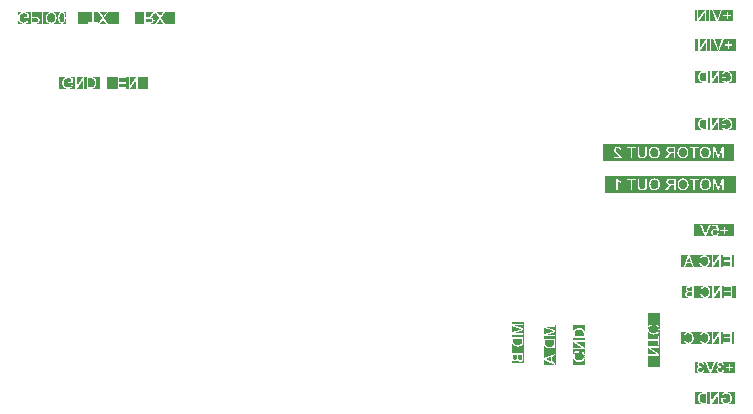
<source format=gbr>
%TF.GenerationSoftware,Altium Limited,Altium Designer,25.4.2 (15)*%
G04 Layer_Color=32896*
%FSLAX45Y45*%
%MOMM*%
%TF.SameCoordinates,9A986A7D-484F-4AC0-AE4B-942BB78B8B2C*%
%TF.FilePolarity,Positive*%
%TF.FileFunction,Legend,Bot*%
%TF.Part,Single*%
G01*
G75*
G36*
X11800467Y5897929D02*
X11699533D01*
Y6242071D01*
X11800467D01*
Y5897929D01*
D02*
G37*
G36*
X8580002Y8789535D02*
X8235861D01*
Y8890469D01*
X8580002D01*
Y8789535D01*
D02*
G37*
G36*
X13062674Y6570326D02*
X13061404Y6570185D01*
X13059856Y6570044D01*
X13058304Y6569903D01*
X13056471Y6569480D01*
X13052666Y6568635D01*
X13048436Y6567366D01*
X13046323Y6566520D01*
X13044348Y6565533D01*
X13042374Y6564264D01*
X13040401Y6562996D01*
X13040260Y6562855D01*
X13039978Y6562714D01*
X13039413Y6562291D01*
X13038708Y6561586D01*
X13038004Y6560881D01*
X13037018Y6559894D01*
X13036031Y6558767D01*
X13034903Y6557639D01*
X13033775Y6556229D01*
X13032648Y6554538D01*
X13031380Y6552846D01*
X13030251Y6551013D01*
X13029263Y6548899D01*
X13028137Y6546784D01*
X13027290Y6544529D01*
X13026445Y6541991D01*
X13039133Y6539031D01*
Y6539172D01*
X13039273Y6539454D01*
X13039555Y6540018D01*
X13039838Y6540723D01*
X13040118Y6541568D01*
X13040543Y6542696D01*
X13041670Y6544952D01*
X13043079Y6547489D01*
X13044771Y6550027D01*
X13046886Y6552423D01*
X13049141Y6554538D01*
X13049423Y6554820D01*
X13050269Y6555383D01*
X13051678Y6556088D01*
X13053511Y6557075D01*
X13055908Y6557921D01*
X13058586Y6558767D01*
X13061829Y6559331D01*
X13065353Y6559472D01*
X13066479D01*
X13067184Y6559331D01*
X13068172D01*
X13069299Y6559190D01*
X13071979Y6558767D01*
X13074939Y6558203D01*
X13078040Y6557216D01*
X13081282Y6555806D01*
X13084242Y6553974D01*
X13084384D01*
X13084525Y6553692D01*
X13085510Y6552987D01*
X13086780Y6551859D01*
X13088332Y6550167D01*
X13090163Y6548053D01*
X13091855Y6545656D01*
X13093407Y6542696D01*
X13094815Y6539454D01*
Y6539313D01*
X13094955Y6539031D01*
X13095097Y6538608D01*
X13095238Y6537903D01*
X13095520Y6537057D01*
X13095802Y6536070D01*
X13096225Y6533674D01*
X13096790Y6530855D01*
X13097353Y6527753D01*
X13097635Y6524370D01*
X13097775Y6520705D01*
Y6520564D01*
Y6520141D01*
Y6519436D01*
Y6518590D01*
X13097635Y6517603D01*
Y6516335D01*
X13097495Y6514925D01*
X13097353Y6513374D01*
X13096930Y6509991D01*
X13096225Y6506326D01*
X13095380Y6502661D01*
X13094250Y6498995D01*
Y6498854D01*
X13094110Y6498572D01*
X13093829Y6498150D01*
X13093547Y6497445D01*
X13092702Y6495753D01*
X13091432Y6493779D01*
X13089880Y6491524D01*
X13087907Y6489127D01*
X13085652Y6487013D01*
X13082974Y6485039D01*
X13082832D01*
X13082552Y6484898D01*
X13082127Y6484616D01*
X13081564Y6484335D01*
X13080859Y6484053D01*
X13080013Y6483630D01*
X13078040Y6482784D01*
X13075502Y6481938D01*
X13072684Y6481233D01*
X13069582Y6480669D01*
X13066339Y6480528D01*
X13065353D01*
X13064507Y6480669D01*
X13063519D01*
X13062534Y6480810D01*
X13059996Y6481374D01*
X13057034Y6482079D01*
X13054076Y6483207D01*
X13050974Y6484757D01*
X13049423Y6485603D01*
X13048013Y6486731D01*
X13047871Y6486872D01*
X13047731Y6487013D01*
X13047308Y6487436D01*
X13046745Y6487859D01*
X13046181Y6488564D01*
X13045476Y6489409D01*
X13044630Y6490255D01*
X13043925Y6491383D01*
X13043079Y6492652D01*
X13042093Y6494061D01*
X13041248Y6495471D01*
X13040401Y6497163D01*
X13039696Y6498995D01*
X13038991Y6500969D01*
X13038286Y6503084D01*
X13037721Y6505339D01*
X13024753Y6502097D01*
Y6501956D01*
X13024895Y6501392D01*
X13025175Y6500546D01*
X13025600Y6499418D01*
X13026022Y6498150D01*
X13026585Y6496599D01*
X13027290Y6494907D01*
X13028137Y6493075D01*
X13030110Y6489127D01*
X13032648Y6485180D01*
X13034198Y6483207D01*
X13035748Y6481233D01*
X13037440Y6479542D01*
X13039413Y6477850D01*
X13039555Y6477709D01*
X13039838Y6477427D01*
X13040543Y6477145D01*
X13041248Y6476581D01*
X13042374Y6475876D01*
X13043501Y6475171D01*
X13045053Y6474467D01*
X13046603Y6473762D01*
X13048436Y6472916D01*
X13050410Y6472211D01*
X13052524Y6471506D01*
X13054781Y6470801D01*
X13057176Y6470238D01*
X13059714Y6469956D01*
X13062392Y6469674D01*
X13065211Y6469533D01*
X12870000D01*
Y6570467D01*
X13063661D01*
X13062674Y6570326D01*
D02*
G37*
G36*
X13324142Y6469533D02*
X13066762D01*
X13067889Y6469674D01*
X13069159D01*
X13070709Y6469815D01*
X13072401Y6470097D01*
X13074374Y6470378D01*
X13078464Y6471083D01*
X13082692Y6472211D01*
X13086922Y6473762D01*
X13088895Y6474749D01*
X13090868Y6475876D01*
X13091010Y6476017D01*
X13091290Y6476158D01*
X13091855Y6476581D01*
X13092419Y6477145D01*
X13093265Y6477709D01*
X13094250Y6478555D01*
X13095380Y6479542D01*
X13096507Y6480669D01*
X13097635Y6481938D01*
X13098903Y6483207D01*
X13101440Y6486449D01*
X13103838Y6490255D01*
X13105952Y6494484D01*
Y6494625D01*
X13106235Y6495048D01*
X13106375Y6495753D01*
X13106798Y6496599D01*
X13107080Y6497727D01*
X13107503Y6499136D01*
X13108066Y6500687D01*
X13108488Y6502379D01*
X13108913Y6504211D01*
X13109476Y6506326D01*
X13110181Y6510696D01*
X13110745Y6515630D01*
X13111028Y6520705D01*
Y6522255D01*
X13110886Y6523242D01*
Y6524652D01*
X13110745Y6526062D01*
X13110603Y6527894D01*
X13110323Y6529727D01*
X13109618Y6533815D01*
X13108630Y6538326D01*
X13107220Y6542837D01*
X13105247Y6547207D01*
X13105106Y6547348D01*
X13104965Y6547771D01*
X13104683Y6548335D01*
X13104118Y6549040D01*
X13103555Y6550027D01*
X13102850Y6551154D01*
X13101018Y6553692D01*
X13098622Y6556511D01*
X13095802Y6559331D01*
X13092560Y6562150D01*
X13088754Y6564546D01*
X13088612Y6564687D01*
X13088190Y6564828D01*
X13087627Y6565110D01*
X13086922Y6565533D01*
X13085793Y6565956D01*
X13084665Y6566379D01*
X13083257Y6566943D01*
X13081705Y6567507D01*
X13080013Y6568071D01*
X13078181Y6568635D01*
X13074234Y6569480D01*
X13069724Y6570185D01*
X13065071Y6570467D01*
X13324142D01*
Y6469533D01*
D02*
G37*
G36*
X13244829Y7990326D02*
X13243701D01*
X13241023Y7990044D01*
X13238063Y7989622D01*
X13234961Y7988917D01*
X13231578Y7988071D01*
X13228336Y7986943D01*
X13228195D01*
X13227913Y7986802D01*
X13227490Y7986661D01*
X13226926Y7986379D01*
X13225375Y7985533D01*
X13223402Y7984547D01*
X13221288Y7983137D01*
X13219032Y7981445D01*
X13216917Y7979613D01*
X13214944Y7977357D01*
X13214662Y7977075D01*
X13214098Y7976229D01*
X13213252Y7974961D01*
X13212125Y7973128D01*
X13210995Y7970873D01*
X13209727Y7968053D01*
X13208459Y7964952D01*
X13207472Y7961428D01*
X13219173Y7958326D01*
Y7958467D01*
X13219315Y7958608D01*
X13219455Y7959031D01*
X13219595Y7959595D01*
X13220020Y7960864D01*
X13220583Y7962555D01*
X13221428Y7964529D01*
X13222415Y7966362D01*
X13223402Y7968335D01*
X13224670Y7970027D01*
X13224811Y7970168D01*
X13225233Y7970732D01*
X13226080Y7971436D01*
X13227068Y7972423D01*
X13228336Y7973551D01*
X13230026Y7974679D01*
X13231860Y7975807D01*
X13233975Y7976793D01*
X13234256Y7976934D01*
X13234961Y7977216D01*
X13236230Y7977639D01*
X13237923Y7978203D01*
X13239896Y7978626D01*
X13242151Y7979049D01*
X13244688Y7979331D01*
X13247366Y7979472D01*
X13248917D01*
X13249622Y7979331D01*
X13250468D01*
X13252583Y7979190D01*
X13254979Y7978767D01*
X13257658Y7978344D01*
X13260194Y7977639D01*
X13262732Y7976652D01*
X13263014Y7976511D01*
X13263860Y7976229D01*
X13264989Y7975525D01*
X13266399Y7974820D01*
X13268089Y7973692D01*
X13269922Y7972564D01*
X13271614Y7971154D01*
X13273164Y7969604D01*
X13273305Y7969463D01*
X13273869Y7968899D01*
X13274574Y7967912D01*
X13275420Y7966784D01*
X13276407Y7965375D01*
X13277393Y7963683D01*
X13278380Y7961850D01*
X13279367Y7959877D01*
Y7959736D01*
X13279507Y7959454D01*
X13279649Y7959031D01*
X13279932Y7958326D01*
X13280212Y7957480D01*
X13280495Y7956494D01*
X13280917Y7955366D01*
X13281200Y7954097D01*
X13281905Y7951137D01*
X13282468Y7947753D01*
X13282890Y7944229D01*
X13283032Y7940282D01*
Y7940141D01*
Y7939718D01*
Y7939013D01*
X13282890Y7938168D01*
Y7937040D01*
X13282750Y7935630D01*
X13282610Y7934220D01*
X13282468Y7932670D01*
X13281905Y7929145D01*
X13281200Y7925480D01*
X13280072Y7921815D01*
X13278662Y7918291D01*
Y7918150D01*
X13278380Y7917868D01*
X13278239Y7917445D01*
X13277815Y7916881D01*
X13276830Y7915330D01*
X13275279Y7913357D01*
X13273447Y7911242D01*
X13271191Y7909128D01*
X13268512Y7907154D01*
X13265552Y7905322D01*
X13265411D01*
X13265129Y7905181D01*
X13264706Y7904899D01*
X13264001Y7904617D01*
X13263297Y7904335D01*
X13262309Y7904053D01*
X13260054Y7903207D01*
X13257236Y7902502D01*
X13254134Y7901797D01*
X13250751Y7901233D01*
X13247226Y7901092D01*
X13245816D01*
X13244971Y7901233D01*
X13244124D01*
X13242010Y7901515D01*
X13239471Y7901797D01*
X13236794Y7902361D01*
X13233833Y7903207D01*
X13230873Y7904194D01*
X13230733D01*
X13230450Y7904335D01*
X13230168Y7904476D01*
X13229604Y7904758D01*
X13228053Y7905462D01*
X13226363Y7906308D01*
X13224390Y7907295D01*
X13222273Y7908423D01*
X13220300Y7909692D01*
X13218610Y7911101D01*
Y7929427D01*
X13247366D01*
Y7940987D01*
X13205922D01*
Y7904758D01*
X13206062Y7904617D01*
X13206345Y7904476D01*
X13206908Y7904053D01*
X13207613Y7903489D01*
X13208459Y7902925D01*
X13209447Y7902220D01*
X13210715Y7901374D01*
X13211983Y7900529D01*
X13214944Y7898696D01*
X13218327Y7896722D01*
X13221851Y7894890D01*
X13225658Y7893339D01*
X13225798D01*
X13226080Y7893198D01*
X13226643Y7893057D01*
X13227348Y7892775D01*
X13228336Y7892493D01*
X13229465Y7892070D01*
X13230733Y7891788D01*
X13232001Y7891506D01*
X13235101Y7890802D01*
X13238628Y7890097D01*
X13242433Y7889674D01*
X13246381Y7889533D01*
X12980000D01*
Y7990467D01*
X13245676D01*
X13244829Y7990326D01*
D02*
G37*
G36*
X13324142Y7889533D02*
X13247791D01*
X13248776Y7889674D01*
X13250044D01*
X13251596Y7889815D01*
X13253287Y7890097D01*
X13255119Y7890238D01*
X13259209Y7891084D01*
X13263577Y7892070D01*
X13268089Y7893621D01*
X13270345Y7894467D01*
X13272600Y7895595D01*
X13272742Y7895736D01*
X13273164Y7895877D01*
X13273727Y7896299D01*
X13274574Y7896722D01*
X13275562Y7897427D01*
X13276547Y7898132D01*
X13279227Y7900106D01*
X13282045Y7902643D01*
X13285007Y7905744D01*
X13287825Y7909269D01*
X13290363Y7913357D01*
Y7913498D01*
X13290643Y7913921D01*
X13290926Y7914485D01*
X13291348Y7915471D01*
X13291772Y7916458D01*
X13292195Y7917868D01*
X13292760Y7919278D01*
X13293323Y7920969D01*
X13293887Y7922802D01*
X13294450Y7924916D01*
X13294875Y7927031D01*
X13295296Y7929286D01*
X13296001Y7934220D01*
X13296283Y7939436D01*
Y7940846D01*
X13296143Y7941833D01*
Y7943101D01*
X13296001Y7944652D01*
X13295718Y7946203D01*
X13295578Y7948035D01*
X13295155Y7950009D01*
X13294875Y7952124D01*
X13293745Y7956635D01*
X13292336Y7961287D01*
X13290363Y7965939D01*
X13290222Y7966080D01*
X13290080Y7966502D01*
X13289799Y7967066D01*
X13289235Y7967912D01*
X13288670Y7969040D01*
X13287965Y7970168D01*
X13285992Y7972846D01*
X13283595Y7975947D01*
X13280637Y7978908D01*
X13277252Y7981868D01*
X13275279Y7983137D01*
X13273305Y7984406D01*
X13273164Y7984547D01*
X13272742Y7984688D01*
X13272177Y7984970D01*
X13271332Y7985392D01*
X13270204Y7985815D01*
X13268935Y7986379D01*
X13267525Y7986943D01*
X13265834Y7987507D01*
X13264001Y7988071D01*
X13262029Y7988494D01*
X13259914Y7989058D01*
X13257658Y7989481D01*
X13252724Y7990185D01*
X13250186Y7990467D01*
X13324142D01*
Y7889533D01*
D02*
G37*
G36*
X13057326Y6180326D02*
X13056058Y6180185D01*
X13054507Y6180044D01*
X13052956Y6179903D01*
X13051125Y6179480D01*
X13047318Y6178635D01*
X13043088Y6177366D01*
X13040974Y6176520D01*
X13039000Y6175533D01*
X13037027Y6174265D01*
X13035052Y6172996D01*
X13034912Y6172855D01*
X13034630Y6172714D01*
X13034065Y6172291D01*
X13033360Y6171586D01*
X13032655Y6170881D01*
X13031670Y6169894D01*
X13030682Y6168767D01*
X13029555Y6167639D01*
X13028427Y6166229D01*
X13027299Y6164538D01*
X13026031Y6162846D01*
X13024902Y6161013D01*
X13023917Y6158899D01*
X13022789Y6156784D01*
X13021944Y6154529D01*
X13021097Y6151991D01*
X13033784Y6149031D01*
Y6149172D01*
X13033925Y6149454D01*
X13034207Y6150018D01*
X13034489Y6150723D01*
X13034772Y6151568D01*
X13035194Y6152696D01*
X13036322Y6154952D01*
X13037730Y6157489D01*
X13039423Y6160027D01*
X13041537Y6162423D01*
X13043793Y6164538D01*
X13044075Y6164820D01*
X13044920Y6165383D01*
X13046330Y6166088D01*
X13048163Y6167075D01*
X13050560Y6167921D01*
X13053238Y6168767D01*
X13056480Y6169331D01*
X13060005Y6169472D01*
X13061131D01*
X13061836Y6169331D01*
X13062823D01*
X13063953Y6169190D01*
X13066631Y6168767D01*
X13069591Y6168203D01*
X13072691Y6167216D01*
X13075934Y6165806D01*
X13078896Y6163974D01*
X13079036D01*
X13079176Y6163692D01*
X13080164Y6162987D01*
X13081432Y6161859D01*
X13082983Y6160168D01*
X13084814Y6158053D01*
X13086507Y6155656D01*
X13088058Y6152696D01*
X13089467Y6149454D01*
Y6149313D01*
X13089607Y6149031D01*
X13089749Y6148608D01*
X13089890Y6147903D01*
X13090172Y6147057D01*
X13090454Y6146071D01*
X13090877Y6143674D01*
X13091441Y6140855D01*
X13092004Y6137753D01*
X13092287Y6134370D01*
X13092429Y6130705D01*
Y6130564D01*
Y6130141D01*
Y6129436D01*
Y6128590D01*
X13092287Y6127603D01*
Y6126335D01*
X13092146Y6124925D01*
X13092004Y6123374D01*
X13091582Y6119991D01*
X13090877Y6116326D01*
X13090031Y6112661D01*
X13088902Y6108995D01*
Y6108854D01*
X13088762Y6108572D01*
X13088481Y6108150D01*
X13088199Y6107445D01*
X13087354Y6105753D01*
X13086084Y6103780D01*
X13084534Y6101524D01*
X13082561Y6099128D01*
X13080304Y6097013D01*
X13077626Y6095039D01*
X13077486D01*
X13077203Y6094898D01*
X13076781Y6094616D01*
X13076216Y6094335D01*
X13075511Y6094053D01*
X13074664Y6093630D01*
X13072691Y6092784D01*
X13070154Y6091938D01*
X13067336Y6091233D01*
X13064233Y6090669D01*
X13060991Y6090528D01*
X13060005D01*
X13059158Y6090669D01*
X13058173D01*
X13057185Y6090810D01*
X13054648Y6091374D01*
X13051688Y6092079D01*
X13048727Y6093207D01*
X13045625Y6094757D01*
X13044075Y6095603D01*
X13042665Y6096731D01*
X13042525Y6096872D01*
X13042383Y6097013D01*
X13041960Y6097436D01*
X13041397Y6097859D01*
X13040833Y6098564D01*
X13040128Y6099409D01*
X13039282Y6100255D01*
X13038577Y6101383D01*
X13037730Y6102652D01*
X13036745Y6104061D01*
X13035899Y6105471D01*
X13035052Y6107163D01*
X13034348Y6108995D01*
X13033643Y6110969D01*
X13032938Y6113084D01*
X13032375Y6115339D01*
X13019405Y6112097D01*
Y6111956D01*
X13019547Y6111392D01*
X13019827Y6110546D01*
X13020251Y6109418D01*
X13020674Y6108150D01*
X13021239Y6106599D01*
X13021944Y6104907D01*
X13022789Y6103075D01*
X13024762Y6099128D01*
X13027299Y6095180D01*
X13028850Y6093207D01*
X13030402Y6091233D01*
X13032092Y6089542D01*
X13034065Y6087850D01*
X13034207Y6087709D01*
X13034489Y6087427D01*
X13035194Y6087145D01*
X13035899Y6086581D01*
X13037027Y6085876D01*
X13038155Y6085171D01*
X13039705Y6084467D01*
X13041257Y6083762D01*
X13043088Y6082916D01*
X13045062Y6082211D01*
X13047176Y6081506D01*
X13049432Y6080801D01*
X13051828Y6080238D01*
X13054366Y6079956D01*
X13057043Y6079674D01*
X13059863Y6079533D01*
X12925096D01*
X12926224Y6079674D01*
X12927493D01*
X12929044Y6079815D01*
X12930734Y6080097D01*
X12932709Y6080378D01*
X12936797Y6081083D01*
X12941026Y6082211D01*
X12945255Y6083762D01*
X12947229Y6084749D01*
X12949202Y6085876D01*
X12949342Y6086017D01*
X12949625Y6086158D01*
X12950189Y6086581D01*
X12950752Y6087145D01*
X12951599Y6087709D01*
X12952585Y6088555D01*
X12953712Y6089542D01*
X12954842Y6090669D01*
X12955969Y6091938D01*
X12957237Y6093207D01*
X12959775Y6096449D01*
X12962170Y6100255D01*
X12964285Y6104484D01*
Y6104625D01*
X12964568Y6105048D01*
X12964709Y6105753D01*
X12965132Y6106599D01*
X12965414Y6107727D01*
X12965837Y6109136D01*
X12966402Y6110687D01*
X12966823Y6112379D01*
X12967245Y6114211D01*
X12967810Y6116326D01*
X12968515Y6120696D01*
X12969080Y6125630D01*
X12969360Y6130705D01*
Y6132255D01*
X12969220Y6133242D01*
Y6134652D01*
X12969080Y6136062D01*
X12968938Y6137894D01*
X12968655Y6139727D01*
X12967950Y6143815D01*
X12966965Y6148326D01*
X12965555Y6152837D01*
X12963580Y6157207D01*
X12963440Y6157348D01*
X12963300Y6157771D01*
X12963017Y6158335D01*
X12962453Y6159040D01*
X12961890Y6160027D01*
X12961185Y6161154D01*
X12959352Y6163692D01*
X12956956Y6166511D01*
X12954137Y6169331D01*
X12950894Y6172150D01*
X12947089Y6174546D01*
X12946947Y6174687D01*
X12946524Y6174828D01*
X12945959Y6175110D01*
X12945255Y6175533D01*
X12944127Y6175956D01*
X12942999Y6176379D01*
X12941589Y6176943D01*
X12940039Y6177507D01*
X12938348Y6178071D01*
X12936514Y6178635D01*
X12932568Y6179480D01*
X12928056Y6180185D01*
X12923405Y6180467D01*
X13058313D01*
X13057326Y6180326D01*
D02*
G37*
G36*
X12921008D02*
X12919739Y6180185D01*
X12918188Y6180044D01*
X12916638Y6179903D01*
X12914806Y6179480D01*
X12910999Y6178635D01*
X12906770Y6177366D01*
X12904655Y6176520D01*
X12902682Y6175533D01*
X12900710Y6174265D01*
X12898735Y6172996D01*
X12898595Y6172855D01*
X12898312Y6172714D01*
X12897748Y6172291D01*
X12897043Y6171586D01*
X12896338Y6170881D01*
X12895352Y6169894D01*
X12894365Y6168767D01*
X12893237Y6167639D01*
X12892110Y6166229D01*
X12890982Y6164538D01*
X12889713Y6162846D01*
X12888585Y6161013D01*
X12887598Y6158899D01*
X12886472Y6156784D01*
X12885625Y6154529D01*
X12884779Y6151991D01*
X12897466Y6149031D01*
Y6149172D01*
X12897607Y6149454D01*
X12897890Y6150018D01*
X12898170Y6150723D01*
X12898453Y6151568D01*
X12898875Y6152696D01*
X12900005Y6154952D01*
X12901413Y6157489D01*
X12903105Y6160027D01*
X12905220Y6162423D01*
X12907475Y6164538D01*
X12907758Y6164820D01*
X12908603Y6165383D01*
X12910013Y6166088D01*
X12911845Y6167075D01*
X12914243Y6167921D01*
X12916920Y6168767D01*
X12920161Y6169331D01*
X12923688Y6169472D01*
X12924814D01*
X12925519Y6169331D01*
X12926506D01*
X12927634Y6169190D01*
X12930312Y6168767D01*
X12933273Y6168203D01*
X12936374Y6167216D01*
X12939616Y6165806D01*
X12942577Y6163974D01*
X12942719D01*
X12942859Y6163692D01*
X12943845Y6162987D01*
X12945114Y6161859D01*
X12946664Y6160168D01*
X12948497Y6158053D01*
X12950189Y6155656D01*
X12951740Y6152696D01*
X12953149Y6149454D01*
Y6149313D01*
X12953290Y6149031D01*
X12953432Y6148608D01*
X12953572Y6147903D01*
X12953854Y6147057D01*
X12954137Y6146071D01*
X12954559Y6143674D01*
X12955122Y6140855D01*
X12955687Y6137753D01*
X12955969Y6134370D01*
X12956110Y6130705D01*
Y6130564D01*
Y6130141D01*
Y6129436D01*
Y6128590D01*
X12955969Y6127603D01*
Y6126335D01*
X12955827Y6124925D01*
X12955687Y6123374D01*
X12955264Y6119991D01*
X12954559Y6116326D01*
X12953712Y6112661D01*
X12952585Y6108995D01*
Y6108854D01*
X12952444Y6108572D01*
X12952164Y6108150D01*
X12951881Y6107445D01*
X12951035Y6105753D01*
X12949767Y6103780D01*
X12948215Y6101524D01*
X12946242Y6099128D01*
X12943987Y6097013D01*
X12941309Y6095039D01*
X12941167D01*
X12940884Y6094898D01*
X12940462Y6094616D01*
X12939899Y6094335D01*
X12939194Y6094053D01*
X12938348Y6093630D01*
X12936374Y6092784D01*
X12933836Y6091938D01*
X12931017Y6091233D01*
X12927916Y6090669D01*
X12924673Y6090528D01*
X12923688D01*
X12922841Y6090669D01*
X12921854D01*
X12920866Y6090810D01*
X12918330Y6091374D01*
X12915369Y6092079D01*
X12912408Y6093207D01*
X12909308Y6094757D01*
X12907758Y6095603D01*
X12906348Y6096731D01*
X12906206Y6096872D01*
X12906065Y6097013D01*
X12905643Y6097436D01*
X12905080Y6097859D01*
X12904515Y6098564D01*
X12903810Y6099409D01*
X12902963Y6100255D01*
X12902258Y6101383D01*
X12901413Y6102652D01*
X12900427Y6104061D01*
X12899580Y6105471D01*
X12898735Y6107163D01*
X12898030Y6108995D01*
X12897325Y6110969D01*
X12896620Y6113084D01*
X12896057Y6115339D01*
X12883087Y6112097D01*
Y6111956D01*
X12883228Y6111392D01*
X12883510Y6110546D01*
X12883932Y6109418D01*
X12884357Y6108150D01*
X12884920Y6106599D01*
X12885625Y6104907D01*
X12886472Y6103075D01*
X12888445Y6099128D01*
X12890982Y6095180D01*
X12892532Y6093207D01*
X12894083Y6091233D01*
X12895775Y6089542D01*
X12897748Y6087850D01*
X12897890Y6087709D01*
X12898170Y6087427D01*
X12898875Y6087145D01*
X12899580Y6086581D01*
X12900710Y6085876D01*
X12901836Y6085171D01*
X12903387Y6084467D01*
X12904938Y6083762D01*
X12906770Y6082916D01*
X12908743Y6082211D01*
X12910858Y6081506D01*
X12913113Y6080801D01*
X12915511Y6080238D01*
X12918048Y6079956D01*
X12920726Y6079674D01*
X12923546Y6079533D01*
X12860001D01*
Y6180467D01*
X12921996D01*
X12921008Y6180326D01*
D02*
G37*
G36*
X13314142Y6079533D02*
X13061414D01*
X13062543Y6079674D01*
X13063811D01*
X13065361Y6079815D01*
X13067053Y6080097D01*
X13069028Y6080378D01*
X13073116Y6081083D01*
X13077344Y6082211D01*
X13081573Y6083762D01*
X13083546Y6084749D01*
X13085519Y6085876D01*
X13085661Y6086017D01*
X13085944Y6086158D01*
X13086507Y6086581D01*
X13087071Y6087145D01*
X13087917Y6087709D01*
X13088902Y6088555D01*
X13090031Y6089542D01*
X13091159Y6090669D01*
X13092287Y6091938D01*
X13093555Y6093207D01*
X13096094Y6096449D01*
X13098489Y6100255D01*
X13100604Y6104484D01*
Y6104625D01*
X13100887Y6105048D01*
X13101027Y6105753D01*
X13101450Y6106599D01*
X13101732Y6107727D01*
X13102155Y6109136D01*
X13102719Y6110687D01*
X13103140Y6112379D01*
X13103564Y6114211D01*
X13104128Y6116326D01*
X13104832Y6120696D01*
X13105397Y6125630D01*
X13105679Y6130705D01*
Y6132255D01*
X13105537Y6133242D01*
Y6134652D01*
X13105397Y6136062D01*
X13105257Y6137894D01*
X13104974Y6139727D01*
X13104269Y6143815D01*
X13103282Y6148326D01*
X13101872Y6152837D01*
X13099899Y6157207D01*
X13099757Y6157348D01*
X13099617Y6157771D01*
X13099335Y6158335D01*
X13098772Y6159040D01*
X13098207Y6160027D01*
X13097504Y6161154D01*
X13095670Y6163692D01*
X13093274Y6166511D01*
X13090454Y6169331D01*
X13087212Y6172150D01*
X13083406Y6174546D01*
X13083266Y6174687D01*
X13082841Y6174828D01*
X13082278Y6175110D01*
X13081573Y6175533D01*
X13080444Y6175956D01*
X13079318Y6176379D01*
X13077908Y6176943D01*
X13076357Y6177507D01*
X13074664Y6178071D01*
X13072833Y6178635D01*
X13068886Y6179480D01*
X13064375Y6180185D01*
X13059723Y6180467D01*
X13314142D01*
Y6079533D01*
D02*
G37*
G36*
X13244829Y8390326D02*
X13243701D01*
X13241023Y8390044D01*
X13238063Y8389622D01*
X13234961Y8388917D01*
X13231578Y8388071D01*
X13228336Y8386943D01*
X13228195D01*
X13227913Y8386802D01*
X13227490Y8386661D01*
X13226926Y8386379D01*
X13225375Y8385533D01*
X13223402Y8384547D01*
X13221288Y8383137D01*
X13219032Y8381445D01*
X13216917Y8379613D01*
X13214944Y8377357D01*
X13214662Y8377075D01*
X13214098Y8376229D01*
X13213252Y8374961D01*
X13212125Y8373128D01*
X13210995Y8370873D01*
X13209727Y8368053D01*
X13208459Y8364952D01*
X13207472Y8361428D01*
X13219173Y8358326D01*
Y8358467D01*
X13219315Y8358608D01*
X13219455Y8359031D01*
X13219595Y8359595D01*
X13220020Y8360864D01*
X13220583Y8362555D01*
X13221428Y8364529D01*
X13222415Y8366361D01*
X13223402Y8368335D01*
X13224670Y8370027D01*
X13224811Y8370168D01*
X13225233Y8370732D01*
X13226080Y8371436D01*
X13227068Y8372423D01*
X13228336Y8373551D01*
X13230026Y8374679D01*
X13231860Y8375806D01*
X13233975Y8376793D01*
X13234256Y8376934D01*
X13234961Y8377216D01*
X13236230Y8377639D01*
X13237923Y8378203D01*
X13239896Y8378626D01*
X13242151Y8379049D01*
X13244688Y8379331D01*
X13247366Y8379472D01*
X13248917D01*
X13249622Y8379331D01*
X13250468D01*
X13252583Y8379190D01*
X13254979Y8378767D01*
X13257658Y8378344D01*
X13260194Y8377639D01*
X13262732Y8376652D01*
X13263014Y8376511D01*
X13263860Y8376229D01*
X13264989Y8375525D01*
X13266399Y8374820D01*
X13268089Y8373692D01*
X13269922Y8372564D01*
X13271614Y8371154D01*
X13273164Y8369604D01*
X13273305Y8369463D01*
X13273869Y8368899D01*
X13274574Y8367912D01*
X13275420Y8366784D01*
X13276407Y8365375D01*
X13277393Y8363683D01*
X13278380Y8361850D01*
X13279367Y8359877D01*
Y8359736D01*
X13279507Y8359454D01*
X13279649Y8359031D01*
X13279932Y8358326D01*
X13280212Y8357480D01*
X13280495Y8356494D01*
X13280917Y8355366D01*
X13281200Y8354097D01*
X13281905Y8351137D01*
X13282468Y8347753D01*
X13282890Y8344229D01*
X13283032Y8340282D01*
Y8340141D01*
Y8339718D01*
Y8339013D01*
X13282890Y8338167D01*
Y8337040D01*
X13282750Y8335630D01*
X13282610Y8334220D01*
X13282468Y8332670D01*
X13281905Y8329145D01*
X13281200Y8325480D01*
X13280072Y8321815D01*
X13278662Y8318291D01*
Y8318150D01*
X13278380Y8317868D01*
X13278239Y8317445D01*
X13277815Y8316881D01*
X13276830Y8315330D01*
X13275279Y8313357D01*
X13273447Y8311242D01*
X13271191Y8309128D01*
X13268512Y8307154D01*
X13265552Y8305321D01*
X13265411D01*
X13265129Y8305180D01*
X13264706Y8304899D01*
X13264001Y8304617D01*
X13263297Y8304335D01*
X13262309Y8304053D01*
X13260054Y8303207D01*
X13257236Y8302502D01*
X13254134Y8301797D01*
X13250751Y8301233D01*
X13247226Y8301092D01*
X13245816D01*
X13244971Y8301233D01*
X13244124D01*
X13242010Y8301515D01*
X13239471Y8301797D01*
X13236794Y8302361D01*
X13233833Y8303207D01*
X13230873Y8304194D01*
X13230733D01*
X13230450Y8304335D01*
X13230168Y8304476D01*
X13229604Y8304758D01*
X13228053Y8305462D01*
X13226363Y8306308D01*
X13224390Y8307295D01*
X13222273Y8308423D01*
X13220300Y8309692D01*
X13218610Y8311101D01*
Y8329427D01*
X13247366D01*
Y8340987D01*
X13205922D01*
Y8304758D01*
X13206062Y8304617D01*
X13206345Y8304476D01*
X13206908Y8304053D01*
X13207613Y8303489D01*
X13208459Y8302925D01*
X13209447Y8302220D01*
X13210715Y8301374D01*
X13211983Y8300528D01*
X13214944Y8298696D01*
X13218327Y8296722D01*
X13221851Y8294890D01*
X13225658Y8293339D01*
X13225798D01*
X13226080Y8293198D01*
X13226643Y8293057D01*
X13227348Y8292775D01*
X13228336Y8292493D01*
X13229465Y8292070D01*
X13230733Y8291788D01*
X13232001Y8291506D01*
X13235101Y8290802D01*
X13238628Y8290097D01*
X13242433Y8289674D01*
X13246381Y8289533D01*
X12980000D01*
Y8390467D01*
X13245676D01*
X13244829Y8390326D01*
D02*
G37*
G36*
X13324142Y8289533D02*
X13247791D01*
X13248776Y8289674D01*
X13250044D01*
X13251596Y8289815D01*
X13253287Y8290097D01*
X13255119Y8290238D01*
X13259209Y8291083D01*
X13263577Y8292070D01*
X13268089Y8293621D01*
X13270345Y8294467D01*
X13272600Y8295595D01*
X13272742Y8295736D01*
X13273164Y8295876D01*
X13273727Y8296299D01*
X13274574Y8296722D01*
X13275562Y8297427D01*
X13276547Y8298132D01*
X13279227Y8300106D01*
X13282045Y8302643D01*
X13285007Y8305744D01*
X13287825Y8309269D01*
X13290363Y8313357D01*
Y8313498D01*
X13290643Y8313921D01*
X13290926Y8314485D01*
X13291348Y8315471D01*
X13291772Y8316458D01*
X13292195Y8317868D01*
X13292760Y8319277D01*
X13293323Y8320969D01*
X13293887Y8322802D01*
X13294450Y8324916D01*
X13294875Y8327031D01*
X13295296Y8329286D01*
X13296001Y8334220D01*
X13296283Y8339436D01*
Y8340846D01*
X13296143Y8341833D01*
Y8343101D01*
X13296001Y8344652D01*
X13295718Y8346203D01*
X13295578Y8348035D01*
X13295155Y8350009D01*
X13294875Y8352124D01*
X13293745Y8356635D01*
X13292336Y8361287D01*
X13290363Y8365939D01*
X13290222Y8366080D01*
X13290080Y8366502D01*
X13289799Y8367066D01*
X13289235Y8367912D01*
X13288670Y8369040D01*
X13287965Y8370168D01*
X13285992Y8372846D01*
X13283595Y8375947D01*
X13280637Y8378908D01*
X13277252Y8381868D01*
X13275279Y8383137D01*
X13273305Y8384406D01*
X13273164Y8384547D01*
X13272742Y8384688D01*
X13272177Y8384970D01*
X13271332Y8385392D01*
X13270204Y8385815D01*
X13268935Y8386379D01*
X13267525Y8386943D01*
X13265834Y8387507D01*
X13264001Y8388071D01*
X13262029Y8388494D01*
X13259914Y8389058D01*
X13257658Y8389481D01*
X13252724Y8390185D01*
X13250186Y8390467D01*
X13324142D01*
Y8289533D01*
D02*
G37*
G36*
X13324841Y7355000D02*
X12215158D01*
Y7505000D01*
X13324841D01*
Y7355000D01*
D02*
G37*
G36*
X7651519Y8888776D02*
Y8890467D01*
D01*
Y8888776D01*
D02*
G37*
G36*
Y8843524D02*
X7651378Y8845075D01*
Y8846767D01*
X7651237Y8848599D01*
X7651096Y8850573D01*
X7650673Y8855084D01*
X7649968Y8859736D01*
X7649122Y8864247D01*
X7648558Y8866361D01*
X7647854Y8868476D01*
Y8868617D01*
X7647713Y8868899D01*
X7647431Y8869463D01*
X7647149Y8870168D01*
X7646867Y8871154D01*
X7646303Y8872141D01*
X7645175Y8874538D01*
X7643766Y8877075D01*
X7641933Y8879895D01*
X7639818Y8882432D01*
X7637281Y8884829D01*
X7637140D01*
X7636999Y8885110D01*
X7636576Y8885392D01*
X7636012Y8885674D01*
X7635307Y8886097D01*
X7634602Y8886661D01*
X7632488Y8887648D01*
X7629950Y8888635D01*
X7626990Y8889622D01*
X7623466Y8890185D01*
X7619660Y8890467D01*
X7651519D01*
Y8843524D01*
D02*
G37*
G36*
X7576100Y8841692D02*
X7575959Y8842820D01*
Y8844088D01*
X7575818Y8845639D01*
X7575536Y8847331D01*
X7575395Y8849163D01*
X7574690Y8853251D01*
X7573562Y8857762D01*
X7572012Y8862273D01*
X7571166Y8864529D01*
X7570038Y8866784D01*
Y8866925D01*
X7569756Y8867348D01*
X7569474Y8867912D01*
X7568910Y8868758D01*
X7568347Y8869745D01*
X7567642Y8870732D01*
X7565668Y8873410D01*
X7563272Y8876229D01*
X7560452Y8879190D01*
X7557069Y8882009D01*
X7553122Y8884547D01*
X7552981D01*
X7552699Y8884829D01*
X7551994Y8885110D01*
X7551148Y8885533D01*
X7550161Y8885956D01*
X7549034Y8886379D01*
X7547624Y8886943D01*
X7546073Y8887507D01*
X7544382Y8888071D01*
X7542549Y8888635D01*
X7538461Y8889481D01*
X7534091Y8890185D01*
X7529439Y8890467D01*
X7576100D01*
Y8841692D01*
D02*
G37*
G36*
X7621069Y8880458D02*
X7622479Y8880177D01*
X7624453Y8879613D01*
X7626567Y8878626D01*
X7628964Y8877216D01*
X7630091Y8876370D01*
X7631219Y8875243D01*
X7632347Y8874115D01*
X7633475Y8872705D01*
Y8872564D01*
X7633757Y8872282D01*
X7634039Y8871859D01*
X7634321Y8871154D01*
X7634884Y8870168D01*
X7635307Y8868899D01*
X7635871Y8867489D01*
X7636435Y8865798D01*
X7636858Y8863683D01*
X7637422Y8861428D01*
X7637986Y8858749D01*
X7638409Y8855930D01*
X7638691Y8852546D01*
X7638973Y8849022D01*
X7639254Y8845075D01*
Y8840705D01*
Y8840564D01*
Y8840423D01*
Y8839718D01*
Y8838449D01*
X7639113Y8836758D01*
Y8834925D01*
X7638973Y8832670D01*
X7638832Y8830273D01*
X7638550Y8827595D01*
X7637845Y8822238D01*
X7637422Y8819559D01*
X7636858Y8817022D01*
X7636294Y8814625D01*
X7635448Y8812370D01*
X7634602Y8810396D01*
X7633616Y8808705D01*
Y8808564D01*
X7633334Y8808423D01*
X7633052Y8808000D01*
X7632629Y8807436D01*
X7631360Y8806167D01*
X7629809Y8804617D01*
X7627695Y8803207D01*
X7625298Y8801938D01*
X7624030Y8801374D01*
X7622620Y8800951D01*
X7621069Y8800810D01*
X7619519Y8800669D01*
X7618673D01*
X7618109Y8800810D01*
X7616558Y8801092D01*
X7614726Y8801515D01*
X7612611Y8802361D01*
X7610356Y8803630D01*
X7609228Y8804476D01*
X7608100Y8805321D01*
X7607113Y8806449D01*
X7606127Y8807718D01*
Y8807859D01*
X7605845Y8808141D01*
X7605563Y8808705D01*
X7605140Y8809410D01*
X7604717Y8810537D01*
X7604153Y8811806D01*
X7603730Y8813357D01*
X7603166Y8815189D01*
X7602602Y8817304D01*
X7602038Y8819700D01*
X7601475Y8822379D01*
X7601052Y8825339D01*
X7600629Y8828723D01*
X7600347Y8832388D01*
X7600206Y8836335D01*
X7600065Y8840705D01*
Y8840987D01*
Y8841692D01*
Y8842960D01*
X7600206Y8844652D01*
Y8846485D01*
X7600347Y8848740D01*
X7600488Y8851137D01*
X7600770Y8853674D01*
X7601475Y8859172D01*
X7601897Y8861850D01*
X7602461Y8864388D01*
X7603025Y8866784D01*
X7603871Y8869040D01*
X7604717Y8871013D01*
X7605704Y8872705D01*
Y8872846D01*
X7605986Y8872987D01*
X7606690Y8873974D01*
X7607959Y8875243D01*
X7609510Y8876652D01*
X7611624Y8878062D01*
X7614021Y8879331D01*
X7616699Y8880318D01*
X7618109Y8880458D01*
X7619660Y8880599D01*
X7620505D01*
X7621069Y8880458D01*
D02*
G37*
G36*
X7530708Y8879331D02*
X7531694D01*
X7532963Y8879190D01*
X7534373Y8878908D01*
X7536064Y8878626D01*
X7537756Y8878203D01*
X7539730Y8877639D01*
X7541562Y8876934D01*
X7543677Y8876229D01*
X7545650Y8875243D01*
X7547624Y8873974D01*
X7549598Y8872705D01*
X7551571Y8871154D01*
X7553404Y8869322D01*
X7553545Y8869181D01*
X7553827Y8868899D01*
X7554250Y8868194D01*
X7554954Y8867348D01*
X7555659Y8866361D01*
X7556364Y8865093D01*
X7557210Y8863542D01*
X7558197Y8861850D01*
X7559043Y8859877D01*
X7559888Y8857621D01*
X7560593Y8855225D01*
X7561439Y8852687D01*
X7562003Y8849868D01*
X7562426Y8846767D01*
X7562708Y8843524D01*
X7562849Y8840141D01*
Y8840000D01*
Y8839577D01*
Y8839013D01*
Y8838167D01*
X7562708Y8837181D01*
Y8835912D01*
X7562567Y8834643D01*
X7562285Y8833093D01*
X7561862Y8829850D01*
X7561157Y8826467D01*
X7560170Y8822802D01*
X7558761Y8819418D01*
Y8819278D01*
X7558620Y8818996D01*
X7558338Y8818573D01*
X7558056Y8818009D01*
X7557069Y8816317D01*
X7555800Y8814344D01*
X7554109Y8812088D01*
X7551994Y8809833D01*
X7549598Y8807577D01*
X7546919Y8805603D01*
X7546778D01*
X7546637Y8805321D01*
X7546214Y8805181D01*
X7545509Y8804758D01*
X7544805Y8804476D01*
X7543959Y8804053D01*
X7541844Y8803066D01*
X7539307Y8802220D01*
X7536346Y8801374D01*
X7532963Y8800810D01*
X7529439Y8800669D01*
X7528170D01*
X7527183Y8800810D01*
X7525915Y8800951D01*
X7524646Y8801233D01*
X7523095Y8801515D01*
X7521404Y8801797D01*
X7517738Y8802925D01*
X7515765Y8803771D01*
X7513791Y8804617D01*
X7511677Y8805744D01*
X7509703Y8807013D01*
X7507729Y8808423D01*
X7505897Y8810114D01*
X7505756Y8810255D01*
X7505474Y8810537D01*
X7505051Y8811101D01*
X7504346Y8811947D01*
X7503641Y8812934D01*
X7502796Y8814203D01*
X7501950Y8815753D01*
X7500963Y8817586D01*
X7500117Y8819559D01*
X7499130Y8821956D01*
X7498284Y8824493D01*
X7497580Y8827313D01*
X7496875Y8830414D01*
X7496452Y8833938D01*
X7496170Y8837604D01*
X7496029Y8841551D01*
Y8841692D01*
Y8842256D01*
Y8843242D01*
X7496170Y8844511D01*
X7496311Y8845921D01*
X7496593Y8847612D01*
X7496875Y8849586D01*
X7497157Y8851560D01*
X7498284Y8856071D01*
X7499130Y8858326D01*
X7499976Y8860723D01*
X7501104Y8862978D01*
X7502373Y8865234D01*
X7503782Y8867348D01*
X7505474Y8869322D01*
X7505615Y8869463D01*
X7505897Y8869745D01*
X7506461Y8870309D01*
X7507166Y8870873D01*
X7508152Y8871718D01*
X7509280Y8872564D01*
X7510549Y8873410D01*
X7511959Y8874397D01*
X7513650Y8875384D01*
X7515483Y8876229D01*
X7517456Y8877075D01*
X7519571Y8877921D01*
X7521826Y8878485D01*
X7524082Y8879049D01*
X7526619Y8879331D01*
X7529298Y8879472D01*
X7530003D01*
X7530708Y8879331D01*
D02*
G37*
G36*
X7617263Y8890326D02*
X7616135Y8890185D01*
X7614726Y8889903D01*
X7613175Y8889622D01*
X7611483Y8889199D01*
X7609792Y8888635D01*
X7607959Y8888071D01*
X7606127Y8887225D01*
X7604294Y8886238D01*
X7602461Y8885110D01*
X7600629Y8883701D01*
X7598937Y8882150D01*
X7597386Y8880458D01*
X7597245Y8880318D01*
X7596963Y8879895D01*
X7596541Y8879190D01*
X7595836Y8878062D01*
X7595131Y8876793D01*
X7594426Y8875102D01*
X7593439Y8873128D01*
X7592593Y8870873D01*
X7591748Y8868335D01*
X7590902Y8865375D01*
X7590056Y8862132D01*
X7589351Y8858467D01*
X7588646Y8854520D01*
X7588223Y8850291D01*
X7587941Y8845639D01*
X7587800Y8840705D01*
Y8878062D01*
Y8837886D01*
X7587941Y8836335D01*
Y8834643D01*
X7588082Y8832811D01*
X7588223Y8830696D01*
X7588646Y8826326D01*
X7589351Y8821674D01*
X7590197Y8817022D01*
X7590761Y8814907D01*
X7591325Y8812793D01*
Y8812652D01*
X7591466Y8812370D01*
X7591748Y8811806D01*
X7592030Y8811101D01*
X7592311Y8810114D01*
X7592875Y8809128D01*
X7594003Y8806731D01*
X7595413Y8804194D01*
X7597245Y8801515D01*
X7599360Y8798837D01*
X7601897Y8796581D01*
X7602038D01*
X7602179Y8796299D01*
X7602602Y8796017D01*
X7603166Y8795736D01*
X7603871Y8795172D01*
X7604717Y8794749D01*
X7606831Y8793621D01*
X7609369Y8792634D01*
X7612329Y8791647D01*
X7615853Y8791084D01*
X7619660Y8790802D01*
X7623868D01*
X7620928D01*
X7622479Y8790943D01*
X7624312Y8791224D01*
X7626426Y8791647D01*
X7628682Y8792211D01*
X7631078Y8792916D01*
X7633334Y8794044D01*
X7633475D01*
X7633616Y8794185D01*
X7634321Y8794608D01*
X7635448Y8795313D01*
X7636858Y8796299D01*
X7638409Y8797709D01*
X7640100Y8799260D01*
X7641651Y8801092D01*
X7643202Y8803207D01*
X7643343Y8803489D01*
X7643906Y8804194D01*
X7644470Y8805462D01*
X7645457Y8807295D01*
X7646303Y8809410D01*
X7647431Y8811806D01*
X7648418Y8814625D01*
X7649263Y8817727D01*
Y8817868D01*
X7649404Y8818150D01*
X7649545Y8818573D01*
X7649686Y8819278D01*
X7649827Y8820123D01*
X7649968Y8821110D01*
X7650250Y8822379D01*
X7650391Y8823789D01*
X7650673Y8825339D01*
X7650814Y8827031D01*
X7650955Y8829004D01*
X7651237Y8830978D01*
X7651378Y8833234D01*
Y8835489D01*
X7651519Y8838027D01*
Y8790802D01*
D01*
Y8789533D01*
X7248486D01*
Y8888776D01*
Y8843242D01*
Y8890467D01*
X7296979D01*
X7295993Y8890326D01*
X7294724D01*
X7293173Y8890185D01*
X7291481Y8889903D01*
X7289649Y8889763D01*
X7285561Y8888917D01*
X7281191Y8887930D01*
X7276680Y8886379D01*
X7274424Y8885533D01*
X7272169Y8884406D01*
X7272028Y8884265D01*
X7271605Y8884124D01*
X7271041Y8883701D01*
X7270195Y8883278D01*
X7269208Y8882573D01*
X7268221Y8881868D01*
X7265543Y8879895D01*
X7262724Y8877357D01*
X7259763Y8874256D01*
X7256944Y8870732D01*
X7254406Y8866643D01*
Y8866502D01*
X7254124Y8866080D01*
X7253842Y8865516D01*
X7253420Y8864529D01*
X7252997Y8863542D01*
X7252574Y8862132D01*
X7252010Y8860723D01*
X7251446Y8859031D01*
X7250882Y8857198D01*
X7250318Y8855084D01*
X7249895Y8852969D01*
X7249472Y8850714D01*
X7248768Y8845780D01*
X7248486Y8840564D01*
Y8789533D01*
Y8839154D01*
X7248627Y8838167D01*
Y8836899D01*
X7248768Y8835348D01*
X7249050Y8833797D01*
X7249190Y8831965D01*
X7249613Y8829991D01*
X7249895Y8827877D01*
X7251023Y8823366D01*
X7252433Y8818714D01*
X7254406Y8814062D01*
X7254547Y8813921D01*
X7254688Y8813498D01*
X7254970Y8812934D01*
X7255534Y8812088D01*
X7256098Y8810960D01*
X7256803Y8809833D01*
X7258776Y8807154D01*
X7261173Y8804053D01*
X7264133Y8801092D01*
X7267517Y8798132D01*
X7269490Y8796863D01*
X7271464Y8795595D01*
X7271605Y8795454D01*
X7272028Y8795313D01*
X7272592Y8795031D01*
X7273437Y8794608D01*
X7274565Y8794185D01*
X7275834Y8793621D01*
X7277244Y8793057D01*
X7278935Y8792493D01*
X7280768Y8791929D01*
X7282741Y8791506D01*
X7284856Y8790943D01*
X7287111Y8790520D01*
X7292045Y8789815D01*
X7294583Y8789533D01*
X7299094D01*
X7299940Y8789674D01*
X7301067D01*
X7303746Y8789956D01*
X7306706Y8790379D01*
X7309808Y8791084D01*
X7313191Y8791929D01*
X7316433Y8793057D01*
X7316574D01*
X7316856Y8793198D01*
X7317279Y8793339D01*
X7317843Y8793621D01*
X7319394Y8794467D01*
X7321367Y8795454D01*
X7323482Y8796863D01*
X7325737Y8798555D01*
X7327852Y8800388D01*
X7329825Y8802643D01*
X7330107Y8802925D01*
X7330671Y8803771D01*
X7331517Y8805040D01*
X7332645Y8806872D01*
X7333772Y8809128D01*
X7335041Y8811947D01*
X7336310Y8815048D01*
X7337297Y8818573D01*
X7325596Y8821674D01*
Y8821533D01*
X7325455Y8821392D01*
X7325314Y8820969D01*
X7325173Y8820405D01*
X7324750Y8819137D01*
X7324187Y8817445D01*
X7323341Y8815471D01*
X7322354Y8813639D01*
X7321367Y8811665D01*
X7320098Y8809973D01*
X7319957Y8809833D01*
X7319535Y8809269D01*
X7318689Y8808564D01*
X7317702Y8807577D01*
X7316433Y8806449D01*
X7314742Y8805321D01*
X7312909Y8804194D01*
X7310794Y8803207D01*
X7310512Y8803066D01*
X7309808Y8802784D01*
X7308539Y8802361D01*
X7306847Y8801797D01*
X7304874Y8801374D01*
X7302618Y8800951D01*
X7300081Y8800669D01*
X7297402Y8800529D01*
X7295852D01*
X7295147Y8800669D01*
X7294301D01*
X7292186Y8800810D01*
X7289790Y8801233D01*
X7287111Y8801656D01*
X7284574Y8802361D01*
X7282036Y8803348D01*
X7281755Y8803489D01*
X7280909Y8803771D01*
X7279781Y8804476D01*
X7278371Y8805181D01*
X7276680Y8806308D01*
X7274847Y8807436D01*
X7273155Y8808846D01*
X7271605Y8810396D01*
X7271464Y8810537D01*
X7270900Y8811101D01*
X7270195Y8812088D01*
X7269349Y8813216D01*
X7268362Y8814625D01*
X7267376Y8816317D01*
X7266389Y8818150D01*
X7265402Y8820123D01*
Y8820264D01*
X7265261Y8820546D01*
X7265120Y8820969D01*
X7264838Y8821674D01*
X7264556Y8822520D01*
X7264274Y8823507D01*
X7263851Y8824634D01*
X7263569Y8825903D01*
X7262865Y8828863D01*
X7262301Y8832247D01*
X7261878Y8835771D01*
X7261737Y8839718D01*
Y8839859D01*
Y8840282D01*
Y8840987D01*
X7261878Y8841833D01*
Y8842960D01*
X7262019Y8844370D01*
X7262160Y8845780D01*
X7262301Y8847331D01*
X7262865Y8850855D01*
X7263569Y8854520D01*
X7264697Y8858185D01*
X7266107Y8861709D01*
Y8861850D01*
X7266389Y8862132D01*
X7266530Y8862555D01*
X7266953Y8863119D01*
X7267939Y8864670D01*
X7269490Y8866643D01*
X7271323Y8868758D01*
X7273578Y8870873D01*
X7276257Y8872846D01*
X7279217Y8874679D01*
X7279358D01*
X7279640Y8874820D01*
X7280063Y8875102D01*
X7280768Y8875384D01*
X7281473Y8875666D01*
X7282459Y8875947D01*
X7284715Y8876793D01*
X7287534Y8877498D01*
X7290636Y8878203D01*
X7294019Y8878767D01*
X7297543Y8878908D01*
X7298953D01*
X7299799Y8878767D01*
X7300645D01*
X7302759Y8878485D01*
X7305297Y8878203D01*
X7307975Y8877639D01*
X7310935Y8876793D01*
X7313896Y8875806D01*
X7314037D01*
X7314319Y8875666D01*
X7314601Y8875525D01*
X7315164Y8875243D01*
X7316715Y8874538D01*
X7318407Y8873692D01*
X7320380Y8872705D01*
X7322495Y8871577D01*
X7324468Y8870309D01*
X7326160Y8868899D01*
Y8850573D01*
X7297402D01*
Y8839013D01*
X7338847D01*
Y8795313D01*
Y8875243D01*
D01*
X7338706Y8875384D01*
X7338424Y8875525D01*
X7337861Y8875947D01*
X7337156Y8876511D01*
X7336310Y8877075D01*
X7335323Y8877780D01*
X7334054Y8878626D01*
X7332786Y8879472D01*
X7329825Y8881304D01*
X7326442Y8883278D01*
X7322918Y8885110D01*
X7319112Y8886661D01*
X7318971D01*
X7318689Y8886802D01*
X7318125Y8886943D01*
X7317420Y8887225D01*
X7316433Y8887507D01*
X7315305Y8887930D01*
X7314037Y8888212D01*
X7312768Y8888494D01*
X7309667Y8889199D01*
X7306142Y8889903D01*
X7302336Y8890326D01*
X7298389Y8890467D01*
X7338847D01*
Y8885392D01*
Y8890467D01*
X7482778D01*
D01*
X7528029D01*
X7527183Y8890326D01*
X7525915D01*
X7524505Y8890044D01*
X7522954Y8889903D01*
X7521122Y8889622D01*
X7517315Y8888776D01*
X7513227Y8887648D01*
X7508998Y8885956D01*
X7506884Y8884970D01*
X7504769Y8883842D01*
X7504628Y8883701D01*
X7504346Y8883560D01*
X7503782Y8883137D01*
X7502936Y8882573D01*
X7502091Y8882009D01*
X7501104Y8881163D01*
X7498707Y8879049D01*
X7496029Y8876511D01*
X7493210Y8873410D01*
X7490672Y8869886D01*
X7488276Y8865798D01*
Y8865657D01*
X7487994Y8865234D01*
X7487712Y8864670D01*
X7487430Y8863824D01*
X7487007Y8862696D01*
X7486584Y8861428D01*
X7486020Y8860018D01*
X7485597Y8858467D01*
X7485033Y8856635D01*
X7484469Y8854802D01*
X7483624Y8850573D01*
X7483060Y8846203D01*
X7482778Y8841410D01*
Y8840282D01*
X7482919Y8839013D01*
Y8837322D01*
X7483201Y8835348D01*
X7483483Y8832952D01*
X7483906Y8830273D01*
X7484469Y8827454D01*
X7485033Y8824493D01*
X7485879Y8821392D01*
X7487007Y8818291D01*
X7488276Y8815048D01*
X7489685Y8811947D01*
X7491518Y8808846D01*
X7493491Y8806026D01*
X7495747Y8803348D01*
X7495888Y8803207D01*
X7496311Y8802784D01*
X7497157Y8802079D01*
X7498144Y8801233D01*
X7499412Y8800106D01*
X7500963Y8798978D01*
X7502796Y8797709D01*
X7504910Y8796440D01*
X7507166Y8795172D01*
X7509703Y8793903D01*
X7512522Y8792775D01*
X7515483Y8791647D01*
X7518725Y8790802D01*
X7522108Y8790097D01*
X7525633Y8789674D01*
X7529439Y8789533D01*
X7482778D01*
X7576100D01*
D01*
X7530708D01*
X7531694Y8789674D01*
X7532963D01*
X7534232Y8789815D01*
X7535923Y8790097D01*
X7537615Y8790379D01*
X7541280Y8791084D01*
X7545509Y8792211D01*
X7549598Y8793903D01*
X7551712Y8794890D01*
X7553827Y8796017D01*
X7553968Y8796158D01*
X7554250Y8796299D01*
X7554813Y8796722D01*
X7555659Y8797145D01*
X7556505Y8797850D01*
X7557633Y8798696D01*
X7560029Y8800669D01*
X7562567Y8803207D01*
X7565386Y8806308D01*
X7568065Y8809973D01*
X7570320Y8814062D01*
Y8814203D01*
X7570602Y8814625D01*
X7570884Y8815189D01*
X7571166Y8816035D01*
X7571730Y8817163D01*
X7572153Y8818432D01*
X7572717Y8819982D01*
X7573281Y8821674D01*
X7573703Y8823507D01*
X7574267Y8825480D01*
X7574831Y8827736D01*
X7575254Y8829991D01*
X7575818Y8834925D01*
X7576100Y8840282D01*
Y8890467D01*
X7587800D01*
D01*
X7618250D01*
X7617263Y8890326D01*
D02*
G37*
G36*
X13242758Y5670326D02*
X13241631D01*
X13238953Y5670044D01*
X13235992Y5669621D01*
X13232890Y5668917D01*
X13229507Y5668071D01*
X13226265Y5666943D01*
X13226125D01*
X13225842Y5666802D01*
X13225420Y5666661D01*
X13224855Y5666379D01*
X13223305Y5665533D01*
X13221330Y5664546D01*
X13219215Y5663137D01*
X13216962Y5661445D01*
X13214845Y5659613D01*
X13212872Y5657357D01*
X13212592Y5657075D01*
X13212027Y5656229D01*
X13211182Y5654960D01*
X13210052Y5653128D01*
X13208926Y5650872D01*
X13207657Y5648053D01*
X13206387Y5644952D01*
X13205402Y5641427D01*
X13217102Y5638326D01*
Y5638467D01*
X13217242Y5638608D01*
X13217384Y5639031D01*
X13217525Y5639595D01*
X13217947Y5640863D01*
X13218512Y5642555D01*
X13219357Y5644529D01*
X13220345Y5646361D01*
X13221330Y5648335D01*
X13222600Y5650027D01*
X13222742Y5650168D01*
X13223164Y5650731D01*
X13224010Y5651436D01*
X13224995Y5652423D01*
X13226265Y5653551D01*
X13227957Y5654679D01*
X13229790Y5655806D01*
X13231905Y5656793D01*
X13232185Y5656934D01*
X13232890Y5657216D01*
X13234158Y5657639D01*
X13235851Y5658203D01*
X13237823Y5658626D01*
X13240080Y5659049D01*
X13242616Y5659331D01*
X13245296Y5659472D01*
X13246848D01*
X13247551Y5659331D01*
X13248396D01*
X13250513Y5659190D01*
X13252908Y5658767D01*
X13255586Y5658344D01*
X13258124Y5657639D01*
X13260661Y5656652D01*
X13260944Y5656511D01*
X13261789Y5656229D01*
X13262917Y5655524D01*
X13264326Y5654820D01*
X13266019Y5653692D01*
X13267851Y5652564D01*
X13269543Y5651154D01*
X13271094Y5649604D01*
X13271234Y5649463D01*
X13271799Y5648899D01*
X13272504Y5647912D01*
X13273349Y5646784D01*
X13274336Y5645375D01*
X13275322Y5643683D01*
X13276309Y5641850D01*
X13277296Y5639877D01*
Y5639736D01*
X13277437Y5639454D01*
X13277579Y5639031D01*
X13277859Y5638326D01*
X13278142Y5637480D01*
X13278424Y5636493D01*
X13278847Y5635366D01*
X13279129Y5634097D01*
X13279832Y5631137D01*
X13280397Y5627753D01*
X13280820Y5624229D01*
X13280962Y5620282D01*
Y5620141D01*
Y5619718D01*
Y5619013D01*
X13280820Y5618167D01*
Y5617040D01*
X13280679Y5615630D01*
X13280537Y5614220D01*
X13280397Y5612669D01*
X13279832Y5609145D01*
X13279129Y5605480D01*
X13278001Y5601815D01*
X13276591Y5598291D01*
Y5598150D01*
X13276309Y5597868D01*
X13276167Y5597445D01*
X13275745Y5596881D01*
X13274759Y5595330D01*
X13273209Y5593357D01*
X13271375Y5591242D01*
X13269119Y5589128D01*
X13266441Y5587154D01*
X13263481Y5585321D01*
X13263341D01*
X13263058Y5585180D01*
X13262634Y5584898D01*
X13261929Y5584616D01*
X13261224Y5584335D01*
X13260239Y5584053D01*
X13257983Y5583207D01*
X13255164Y5582502D01*
X13252061Y5581797D01*
X13248679Y5581233D01*
X13245155Y5581092D01*
X13243745D01*
X13242899Y5581233D01*
X13242055D01*
X13239938Y5581515D01*
X13237402Y5581797D01*
X13234723Y5582361D01*
X13231763Y5583207D01*
X13228802Y5584194D01*
X13228661D01*
X13228378Y5584335D01*
X13228098Y5584475D01*
X13227534Y5584757D01*
X13225983Y5585462D01*
X13224290Y5586308D01*
X13222318Y5587295D01*
X13220203Y5588423D01*
X13218230Y5589691D01*
X13216537Y5591101D01*
Y5609427D01*
X13245296D01*
Y5620987D01*
X13203851D01*
Y5584757D01*
X13203992Y5584616D01*
X13204274Y5584475D01*
X13204837Y5584053D01*
X13205542Y5583489D01*
X13206387Y5582925D01*
X13207375Y5582220D01*
X13208644Y5581374D01*
X13209912Y5580528D01*
X13212872Y5578696D01*
X13216257Y5576722D01*
X13219780Y5574890D01*
X13223586Y5573339D01*
X13223727D01*
X13224010Y5573198D01*
X13224573Y5573057D01*
X13225278Y5572775D01*
X13226265Y5572493D01*
X13227393Y5572070D01*
X13228661Y5571788D01*
X13229930Y5571506D01*
X13233031Y5570801D01*
X13236555Y5570097D01*
X13240363Y5569674D01*
X13244308Y5569533D01*
X12977930D01*
Y5670467D01*
X13243604D01*
X13242758Y5670326D01*
D02*
G37*
G36*
X13322070Y5569533D02*
X13245718D01*
X13246706Y5569674D01*
X13247974D01*
X13249525Y5569815D01*
X13251218Y5570097D01*
X13253049Y5570238D01*
X13257137Y5571083D01*
X13261507Y5572070D01*
X13266019Y5573621D01*
X13268274Y5574467D01*
X13270529Y5575594D01*
X13270670Y5575735D01*
X13271094Y5575876D01*
X13271657Y5576299D01*
X13272504Y5576722D01*
X13273489Y5577427D01*
X13274477Y5578132D01*
X13277155Y5580105D01*
X13279974Y5582643D01*
X13282935Y5585744D01*
X13285754Y5589268D01*
X13288292Y5593357D01*
Y5593498D01*
X13288574Y5593920D01*
X13288857Y5594484D01*
X13289278Y5595471D01*
X13289700Y5596458D01*
X13290125Y5597868D01*
X13290688Y5599277D01*
X13291252Y5600969D01*
X13291817Y5602802D01*
X13292380Y5604916D01*
X13292802Y5607031D01*
X13293227Y5609286D01*
X13293930Y5614220D01*
X13294212Y5619436D01*
Y5620846D01*
X13294070Y5621833D01*
Y5623101D01*
X13293930Y5624652D01*
X13293649Y5626203D01*
X13293507Y5628035D01*
X13293085Y5630009D01*
X13292802Y5632123D01*
X13291675Y5636634D01*
X13290265Y5641286D01*
X13288292Y5645938D01*
X13288152Y5646079D01*
X13288010Y5646502D01*
X13287727Y5647066D01*
X13287164Y5647912D01*
X13286600Y5649040D01*
X13285895Y5650168D01*
X13283922Y5652846D01*
X13281525Y5655947D01*
X13278564Y5658908D01*
X13275182Y5661868D01*
X13273209Y5663137D01*
X13271234Y5664405D01*
X13271094Y5664546D01*
X13270670Y5664687D01*
X13270107Y5664969D01*
X13269261Y5665392D01*
X13268134Y5665815D01*
X13266864Y5666379D01*
X13265456Y5666943D01*
X13263763Y5667507D01*
X13261929Y5668071D01*
X13259956Y5668494D01*
X13257841Y5669057D01*
X13255586Y5669480D01*
X13250653Y5670185D01*
X13248116Y5670467D01*
X13322070D01*
Y5569533D01*
D02*
G37*
G36*
X12050467Y6242073D02*
Y6016151D01*
X12031331D01*
X12050467D01*
Y5976398D01*
X12050326Y5977244D01*
Y5978371D01*
X12050044Y5981050D01*
X12049622Y5984010D01*
X12048917Y5987111D01*
X12048071Y5990495D01*
X12046943Y5993737D01*
Y5993878D01*
X12046802Y5994160D01*
X12046661Y5994583D01*
X12046379Y5995147D01*
X12045533Y5996697D01*
X12044547Y5998671D01*
X12043137Y6000786D01*
X12041445Y6003041D01*
X12039613Y6005156D01*
X12037357Y6007129D01*
X12037075Y6007411D01*
X12036229Y6007975D01*
X12034961Y6008821D01*
X12033128Y6009949D01*
X12030873Y6011076D01*
X12028053Y6012345D01*
X12024952Y6013614D01*
X12021428Y6014601D01*
X12018326Y6002900D01*
X12018467D01*
X12018608Y6002759D01*
X12019031Y6002618D01*
X12019595Y6002477D01*
X12020864Y6002054D01*
X12022555Y6001490D01*
X12024529Y6000645D01*
X12026362Y5999658D01*
X12028335Y5998671D01*
X12030027Y5997402D01*
X12030168Y5997261D01*
X12030732Y5996838D01*
X12031436Y5995993D01*
X12032423Y5995006D01*
X12033551Y5993737D01*
X12034679Y5992045D01*
X12035807Y5990213D01*
X12036793Y5988098D01*
X12036934Y5987816D01*
X12037216Y5987111D01*
X12037639Y5985843D01*
X12038203Y5984151D01*
X12038626Y5982178D01*
X12039049Y5979922D01*
X12039331Y5977385D01*
X12039472Y5974706D01*
Y5973155D01*
X12039331Y5972451D01*
Y5971605D01*
X12039190Y5969490D01*
X12038767Y5967094D01*
X12038344Y5964415D01*
X12037639Y5961878D01*
X12036652Y5959340D01*
X12036511Y5959058D01*
X12036229Y5958213D01*
X12035525Y5957085D01*
X12034820Y5955675D01*
X12033692Y5953984D01*
X12032564Y5952151D01*
X12031154Y5950459D01*
X12029604Y5948909D01*
X12029463Y5948768D01*
X12028899Y5948204D01*
X12027912Y5947499D01*
X12026784Y5946653D01*
X12025375Y5945666D01*
X12023683Y5944679D01*
X12021850Y5943693D01*
X12019877Y5942706D01*
X12019736D01*
X12019454Y5942565D01*
X12019031Y5942424D01*
X12018326Y5942142D01*
X12017480Y5941860D01*
X12016494Y5941578D01*
X12015366Y5941155D01*
X12014097Y5940873D01*
X12011137Y5940168D01*
X12007753Y5939605D01*
X12004229Y5939182D01*
X12000282Y5939041D01*
X12000141D01*
X11999718D01*
X11999013D01*
X11998168Y5939182D01*
X11997040D01*
X11995630Y5939323D01*
X11994220Y5939464D01*
X11992670Y5939605D01*
X11989145Y5940168D01*
X11985480Y5940873D01*
X11981815Y5942001D01*
X11978291Y5943411D01*
X11978150D01*
X11977868Y5943693D01*
X11977445Y5943834D01*
X11976881Y5944257D01*
X11975330Y5945243D01*
X11973357Y5946794D01*
X11971242Y5948627D01*
X11969128Y5950882D01*
X11967154Y5953561D01*
X11965322Y5956521D01*
Y5956662D01*
X11965181Y5956944D01*
X11964899Y5957367D01*
X11964617Y5958072D01*
X11964335Y5958777D01*
X11964053Y5959763D01*
X11963207Y5962019D01*
X11962502Y5964838D01*
X11961797Y5967940D01*
X11961233Y5971323D01*
X11961092Y5974847D01*
Y5976257D01*
X11961233Y5977103D01*
Y5977948D01*
X11961515Y5980063D01*
X11961797Y5982600D01*
X11962361Y5985279D01*
X11963207Y5988239D01*
X11964194Y5991200D01*
Y5991341D01*
X11964335Y5991623D01*
X11964476Y5991904D01*
X11964758Y5992468D01*
X11965462Y5994019D01*
X11966308Y5995711D01*
X11967295Y5997684D01*
X11968423Y5999799D01*
X11969692Y6001772D01*
X11971101Y6003464D01*
X11989427D01*
Y5974706D01*
X12000987D01*
Y6016151D01*
X11964758D01*
X11964617Y6016010D01*
X11964476Y6015728D01*
X11964053Y6015164D01*
X11963489Y6014460D01*
X11962925Y6013614D01*
X11962220Y6012627D01*
X11961374Y6011358D01*
X11960529Y6010090D01*
X11958696Y6007129D01*
X11956722Y6003746D01*
X11954890Y6000222D01*
X11953339Y5996415D01*
Y5996275D01*
X11953198Y5995993D01*
X11953057Y5995429D01*
X11952775Y5994724D01*
X11952493Y5993737D01*
X11952070Y5992609D01*
X11951788Y5991341D01*
X11951506Y5990072D01*
X11950802Y5986970D01*
X11950097Y5983446D01*
X11949674Y5979640D01*
X11949533Y5975693D01*
Y5974283D01*
X11949674Y5973296D01*
Y5972028D01*
X11949815Y5970477D01*
X11950097Y5968785D01*
X11950238Y5966953D01*
X11951084Y5962865D01*
X11952070Y5958495D01*
X11953621Y5953984D01*
X11954467Y5951728D01*
X11955595Y5949472D01*
X11955736Y5949332D01*
X11955877Y5948909D01*
X11956299Y5948345D01*
X11956722Y5947499D01*
X11957427Y5946512D01*
X11958132Y5945525D01*
X11960106Y5942847D01*
X11962643Y5940027D01*
X11965744Y5937067D01*
X11969269Y5934248D01*
X11973357Y5931710D01*
X11973498D01*
X11973921Y5931428D01*
X11974485Y5931146D01*
X11975471Y5930723D01*
X11976458Y5930301D01*
X11977868Y5929878D01*
X11979278Y5929314D01*
X11980969Y5928750D01*
X11982802Y5928186D01*
X11984916Y5927622D01*
X11987031Y5927199D01*
X11989286Y5926776D01*
X11994220Y5926071D01*
X11999436Y5925790D01*
X12000846D01*
X12001833Y5925930D01*
X12003101D01*
X12004652Y5926071D01*
X12006203Y5926353D01*
X12008035Y5926494D01*
X12010009Y5926917D01*
X12012124Y5927199D01*
X12016635Y5928327D01*
X12021287Y5929737D01*
X12025939Y5931710D01*
X12026080Y5931851D01*
X12026502Y5931992D01*
X12027066Y5932274D01*
X12027912Y5932838D01*
X12029040Y5933402D01*
X12030168Y5934107D01*
X12032846Y5936080D01*
X12035947Y5938477D01*
X12038908Y5941437D01*
X12041868Y5944820D01*
X12043137Y5946794D01*
X12044406Y5948768D01*
X12044547Y5948909D01*
X12044688Y5949332D01*
X12044970Y5949895D01*
X12045392Y5950741D01*
X12045815Y5951869D01*
X12046379Y5953138D01*
X12046943Y5954547D01*
X12047507Y5956239D01*
X12048071Y5958072D01*
X12048494Y5960045D01*
X12049058Y5962160D01*
X12049481Y5964415D01*
X12050185Y5969349D01*
X12050467Y5971887D01*
Y5925790D01*
X12050467D01*
Y5897931D01*
X11949533D01*
Y6242073D01*
X12050467D01*
D02*
G37*
G36*
X13322070Y5829533D02*
X12977930D01*
Y5930467D01*
X13322070D01*
Y5829533D01*
D02*
G37*
G36*
X8350002Y8239532D02*
X8005861D01*
Y8340466D01*
X8350002D01*
Y8239532D01*
D02*
G37*
G36*
X7675032Y8328766D02*
X7675878D01*
X7677993Y8328484D01*
X7680530Y8328202D01*
X7683208Y8327638D01*
X7686169Y8326792D01*
X7689129Y8325806D01*
X7689270D01*
X7689552Y8325665D01*
X7689834Y8325524D01*
X7690398Y8325242D01*
X7691949Y8324537D01*
X7693640Y8323691D01*
X7695614Y8322704D01*
X7697728Y8321576D01*
X7699702Y8320308D01*
X7701394Y8318898D01*
Y8300572D01*
X7672636D01*
Y8289012D01*
X7714081D01*
Y8239532D01*
X7674327D01*
X7675173Y8239673D01*
X7676301D01*
X7678979Y8239955D01*
X7681940Y8240378D01*
X7685041Y8241083D01*
X7688424Y8241928D01*
X7691667Y8243056D01*
X7691808D01*
X7692090Y8243197D01*
X7692512Y8243338D01*
X7693076Y8243620D01*
X7694627Y8244466D01*
X7696601Y8245453D01*
X7698715Y8246862D01*
X7700971Y8248554D01*
X7703085Y8250387D01*
X7705059Y8252642D01*
X7705341Y8252924D01*
X7705905Y8253770D01*
X7706750Y8255039D01*
X7707878Y8256871D01*
X7709006Y8259127D01*
X7710275Y8261946D01*
X7711543Y8265047D01*
X7712530Y8268572D01*
X7700830Y8271673D01*
Y8271532D01*
X7700689Y8271391D01*
X7700548Y8270968D01*
X7700407Y8270404D01*
X7699984Y8269136D01*
X7699420Y8267444D01*
X7698574Y8265470D01*
X7697587Y8263638D01*
X7696601Y8261664D01*
X7695332Y8259973D01*
X7695191Y8259832D01*
X7694768Y8259268D01*
X7693922Y8258563D01*
X7692935Y8257576D01*
X7691667Y8256448D01*
X7689975Y8255321D01*
X7688142Y8254193D01*
X7686028Y8253206D01*
X7685746Y8253065D01*
X7685041Y8252783D01*
X7683772Y8252360D01*
X7682081Y8251796D01*
X7680107Y8251373D01*
X7677852Y8250950D01*
X7675314Y8250669D01*
X7672636Y8250528D01*
X7671085D01*
X7670380Y8250669D01*
X7669534D01*
X7667420Y8250810D01*
X7665023Y8251232D01*
X7662345Y8251655D01*
X7659807Y8252360D01*
X7657270Y8253347D01*
X7656988Y8253488D01*
X7656142Y8253770D01*
X7655014Y8254475D01*
X7653605Y8255180D01*
X7651913Y8256307D01*
X7650080Y8257435D01*
X7648389Y8258845D01*
X7646838Y8260395D01*
X7646697Y8260536D01*
X7646133Y8261100D01*
X7645428Y8262087D01*
X7644583Y8263215D01*
X7643596Y8264625D01*
X7642609Y8266316D01*
X7641622Y8268149D01*
X7640635Y8270122D01*
Y8270263D01*
X7640494Y8270545D01*
X7640354Y8270968D01*
X7640072Y8271673D01*
X7639790Y8272519D01*
X7639508Y8273506D01*
X7639085Y8274633D01*
X7638803Y8275902D01*
X7638098Y8278863D01*
X7637534Y8282246D01*
X7637111Y8285770D01*
X7636970Y8289717D01*
Y8289858D01*
Y8290281D01*
Y8290986D01*
X7637111Y8291832D01*
Y8292960D01*
X7637252Y8294369D01*
X7637393Y8295779D01*
X7637534Y8297330D01*
X7638098Y8300854D01*
X7638803Y8304519D01*
X7639931Y8308184D01*
X7641340Y8311709D01*
Y8311850D01*
X7641622Y8312131D01*
X7641763Y8312554D01*
X7642186Y8313118D01*
X7643173Y8314669D01*
X7644724Y8316642D01*
X7646556Y8318757D01*
X7648812Y8320872D01*
X7651490Y8322845D01*
X7654451Y8324678D01*
X7654591D01*
X7654873Y8324819D01*
X7655296Y8325101D01*
X7656001Y8325383D01*
X7656706Y8325665D01*
X7657693Y8325947D01*
X7659948Y8326792D01*
X7662768Y8327497D01*
X7665869Y8328202D01*
X7669252Y8328766D01*
X7672777Y8328907D01*
X7674186D01*
X7675032Y8328766D01*
D02*
G37*
G36*
X7714081Y8340466D02*
X7940002D01*
Y8239532D01*
X7595861D01*
Y8340466D01*
X7623719D01*
D01*
X7672213D01*
X7671226Y8340325D01*
X7669957D01*
X7668407Y8340184D01*
X7666715Y8339903D01*
X7664882Y8339762D01*
X7660794Y8338916D01*
X7656424Y8337929D01*
X7651913Y8336378D01*
X7649658Y8335532D01*
X7647402Y8334405D01*
X7647261Y8334264D01*
X7646838Y8334123D01*
X7646274Y8333700D01*
X7645428Y8333277D01*
X7644442Y8332572D01*
X7643455Y8331867D01*
X7640776Y8329894D01*
X7637957Y8327356D01*
X7634997Y8324255D01*
X7632177Y8320731D01*
X7629640Y8316642D01*
Y8316502D01*
X7629358Y8316079D01*
X7629076Y8315515D01*
X7628653Y8314528D01*
X7628230Y8313541D01*
X7627807Y8312131D01*
X7627243Y8310722D01*
X7626679Y8309030D01*
X7626116Y8307198D01*
X7625552Y8305083D01*
X7625129Y8302968D01*
X7624706Y8300713D01*
X7624001Y8295779D01*
X7623719Y8290563D01*
Y8289153D01*
X7623860Y8288167D01*
Y8286898D01*
X7624001Y8285347D01*
X7624283Y8283796D01*
X7624424Y8281964D01*
X7624847Y8279990D01*
X7625129Y8277876D01*
X7626257Y8273365D01*
X7627666Y8268713D01*
X7629640Y8264061D01*
X7629781Y8263920D01*
X7629922Y8263497D01*
X7630204Y8262933D01*
X7630768Y8262087D01*
X7631331Y8260959D01*
X7632036Y8259832D01*
X7634010Y8257153D01*
X7636406Y8254052D01*
X7639367Y8251091D01*
X7642750Y8248131D01*
X7644724Y8246862D01*
X7646697Y8245594D01*
X7646838Y8245453D01*
X7647261Y8245312D01*
X7647825Y8245030D01*
X7648671Y8244607D01*
X7649799Y8244184D01*
X7651067Y8243620D01*
X7652477Y8243056D01*
X7654169Y8242492D01*
X7656001Y8241928D01*
X7657975Y8241505D01*
X7660089Y8240942D01*
X7662345Y8240519D01*
X7667279Y8239814D01*
X7669816Y8239532D01*
X7714081D01*
Y8325242D01*
X7713940Y8325383D01*
X7713658Y8325524D01*
X7713094Y8325947D01*
X7712389Y8326510D01*
X7711543Y8327074D01*
X7710557Y8327779D01*
X7709288Y8328625D01*
X7708019Y8329471D01*
X7705059Y8331303D01*
X7701675Y8333277D01*
X7698151Y8335110D01*
X7694345Y8336660D01*
X7694204D01*
X7693922Y8336801D01*
X7693358Y8336942D01*
X7692653Y8337224D01*
X7691667Y8337506D01*
X7690539Y8337929D01*
X7689270Y8338211D01*
X7688001Y8338493D01*
X7684900Y8339198D01*
X7681376Y8339903D01*
X7677570Y8340325D01*
X7673622Y8340466D01*
X7714081D01*
D01*
D02*
G37*
G36*
X13010333Y8832088D02*
Y8908776D01*
X13061507D01*
X13010333Y8832088D01*
D02*
G37*
G36*
X13174142Y8837868D02*
Y8837727D01*
X13174001Y8837445D01*
X13173860Y8837022D01*
X13173578Y8836458D01*
X13173438Y8835612D01*
X13173155Y8834766D01*
X13172450Y8832652D01*
X13171603Y8830255D01*
X13170758Y8827577D01*
X13169067Y8821938D01*
Y8822079D01*
X13168925Y8822361D01*
X13168785Y8822784D01*
X13168645Y8823348D01*
X13168221Y8824899D01*
X13167516Y8827013D01*
X13166811Y8829410D01*
X13165965Y8832088D01*
X13164978Y8834907D01*
X13163850Y8837868D01*
X13137347Y8908776D01*
X13199516D01*
X13174142Y8837868D01*
D02*
G37*
G36*
X13304143Y8811224D02*
X13175833D01*
X13213612Y8908776D01*
X13304143D01*
Y8811224D01*
D02*
G37*
G36*
X13162440D02*
X13110423D01*
Y8908776D01*
X13124239D01*
X13162440Y8811224D01*
D02*
G37*
G36*
X13097453D02*
X13074757D01*
Y8908776D01*
X13097453D01*
Y8811224D01*
D02*
G37*
G36*
X13062352D02*
X13011320D01*
X13062352Y8887771D01*
Y8811224D01*
D02*
G37*
G36*
X12997929D02*
X12980000D01*
Y8908776D01*
X12997929D01*
Y8811224D01*
D02*
G37*
G36*
X13314142Y6989533D02*
X12970000D01*
Y7090467D01*
X13314142D01*
Y6989533D01*
D02*
G37*
G36*
X11530467Y5917929D02*
X11429533D01*
Y6262071D01*
X11530467D01*
Y5917929D01*
D02*
G37*
G36*
X13056339Y6830326D02*
X13055070Y6830185D01*
X13053520Y6830044D01*
X13051968Y6829903D01*
X13050137Y6829480D01*
X13046330Y6828635D01*
X13042101Y6827366D01*
X13039987Y6826520D01*
X13038013Y6825533D01*
X13036040Y6824264D01*
X13034065Y6822996D01*
X13033925Y6822855D01*
X13033643Y6822714D01*
X13033080Y6822291D01*
X13032375Y6821586D01*
X13031670Y6820881D01*
X13030682Y6819894D01*
X13029697Y6818767D01*
X13028568Y6817639D01*
X13027441Y6816229D01*
X13026312Y6814538D01*
X13025044Y6812846D01*
X13023917Y6811013D01*
X13022929Y6808899D01*
X13021802Y6806784D01*
X13020956Y6804529D01*
X13020110Y6801991D01*
X13032797Y6799031D01*
Y6799172D01*
X13032938Y6799454D01*
X13033220Y6800018D01*
X13033502Y6800722D01*
X13033784Y6801568D01*
X13034207Y6802696D01*
X13035335Y6804952D01*
X13036745Y6807489D01*
X13038435Y6810027D01*
X13040552Y6812423D01*
X13042805Y6814538D01*
X13043088Y6814819D01*
X13043935Y6815383D01*
X13045345Y6816088D01*
X13047176Y6817075D01*
X13049573Y6817921D01*
X13052251Y6818767D01*
X13055495Y6819331D01*
X13059018Y6819472D01*
X13060146D01*
X13060851Y6819331D01*
X13061836D01*
X13062965Y6819190D01*
X13065643Y6818767D01*
X13068604Y6818203D01*
X13071706Y6817216D01*
X13074947Y6815806D01*
X13077908Y6813974D01*
X13078049D01*
X13078191Y6813692D01*
X13079176Y6812987D01*
X13080444Y6811859D01*
X13081996Y6810167D01*
X13083829Y6808053D01*
X13085519Y6805656D01*
X13087071Y6802696D01*
X13088481Y6799454D01*
Y6799313D01*
X13088622Y6799031D01*
X13088762Y6798608D01*
X13088902Y6797903D01*
X13089185Y6797057D01*
X13089467Y6796070D01*
X13089890Y6793674D01*
X13090454Y6790855D01*
X13091019Y6787753D01*
X13091299Y6784370D01*
X13091441Y6780705D01*
Y6780564D01*
Y6780141D01*
Y6779436D01*
Y6778590D01*
X13091299Y6777603D01*
Y6776335D01*
X13091159Y6774925D01*
X13091019Y6773374D01*
X13090594Y6769991D01*
X13089890Y6766326D01*
X13089044Y6762661D01*
X13087917Y6758995D01*
Y6758854D01*
X13087776Y6758572D01*
X13087494Y6758150D01*
X13087212Y6757445D01*
X13086366Y6755753D01*
X13085097Y6753779D01*
X13083546Y6751524D01*
X13081573Y6749127D01*
X13079318Y6747013D01*
X13076639Y6745039D01*
X13076498D01*
X13076216Y6744898D01*
X13075793Y6744616D01*
X13075229Y6744334D01*
X13074525Y6744053D01*
X13073679Y6743630D01*
X13071706Y6742784D01*
X13069168Y6741938D01*
X13066348Y6741233D01*
X13063248Y6740669D01*
X13060005Y6740528D01*
X13059018D01*
X13058173Y6740669D01*
X13057185D01*
X13056198Y6740810D01*
X13053661Y6741374D01*
X13050700Y6742079D01*
X13047740Y6743207D01*
X13044640Y6744757D01*
X13043088Y6745603D01*
X13041679Y6746731D01*
X13041537Y6746872D01*
X13041397Y6747013D01*
X13040974Y6747436D01*
X13040410Y6747859D01*
X13039845Y6748564D01*
X13039140Y6749409D01*
X13038295Y6750255D01*
X13037590Y6751383D01*
X13036745Y6752652D01*
X13035757Y6754061D01*
X13034912Y6755471D01*
X13034065Y6757163D01*
X13033360Y6758995D01*
X13032655Y6760969D01*
X13031952Y6763084D01*
X13031387Y6765339D01*
X13018417Y6762097D01*
Y6761956D01*
X13018559Y6761392D01*
X13018842Y6760546D01*
X13019264Y6759418D01*
X13019687Y6758150D01*
X13020251Y6756599D01*
X13020956Y6754907D01*
X13021802Y6753075D01*
X13023775Y6749127D01*
X13026312Y6745180D01*
X13027863Y6743207D01*
X13029414Y6741233D01*
X13031107Y6739542D01*
X13033080Y6737850D01*
X13033220Y6737709D01*
X13033502Y6737427D01*
X13034207Y6737145D01*
X13034912Y6736581D01*
X13036040Y6735876D01*
X13037167Y6735171D01*
X13038718Y6734467D01*
X13040269Y6733762D01*
X13042101Y6732916D01*
X13044075Y6732211D01*
X13046190Y6731506D01*
X13048445Y6730801D01*
X13050842Y6730237D01*
X13053378Y6729956D01*
X13056058Y6729674D01*
X13058878Y6729533D01*
X12860001D01*
Y6830467D01*
X13057326D01*
X13056339Y6830326D01*
D02*
G37*
G36*
X13314142Y6729533D02*
X13060428D01*
X13061555Y6729674D01*
X13062823D01*
X13064375Y6729815D01*
X13066066Y6730097D01*
X13068040Y6730378D01*
X13072128Y6731083D01*
X13076357Y6732211D01*
X13080586Y6733762D01*
X13082561Y6734749D01*
X13084534Y6735876D01*
X13084674Y6736017D01*
X13084956Y6736158D01*
X13085519Y6736581D01*
X13086084Y6737145D01*
X13086929Y6737709D01*
X13087917Y6738555D01*
X13089044Y6739542D01*
X13090172Y6740669D01*
X13091299Y6741938D01*
X13092569Y6743207D01*
X13095107Y6746449D01*
X13097504Y6750255D01*
X13099617Y6754484D01*
Y6754625D01*
X13099899Y6755048D01*
X13100040Y6755753D01*
X13100462Y6756599D01*
X13100745Y6757727D01*
X13101167Y6759136D01*
X13101732Y6760687D01*
X13102155Y6762379D01*
X13102579Y6764211D01*
X13103140Y6766326D01*
X13103847Y6770696D01*
X13104410Y6775630D01*
X13104692Y6780705D01*
Y6782255D01*
X13104552Y6783242D01*
Y6784652D01*
X13104410Y6786062D01*
X13104269Y6787894D01*
X13103987Y6789727D01*
X13103282Y6793815D01*
X13102296Y6798326D01*
X13100887Y6802837D01*
X13098912Y6807207D01*
X13098772Y6807348D01*
X13098630Y6807771D01*
X13098347Y6808335D01*
X13097784Y6809040D01*
X13097221Y6810027D01*
X13096516Y6811154D01*
X13094682Y6813692D01*
X13092287Y6816511D01*
X13089467Y6819331D01*
X13086224Y6822150D01*
X13082419Y6824546D01*
X13082278Y6824687D01*
X13081854Y6824828D01*
X13081291Y6825110D01*
X13080586Y6825533D01*
X13079459Y6825956D01*
X13078331Y6826379D01*
X13076921Y6826943D01*
X13075369Y6827507D01*
X13073679Y6828071D01*
X13071846Y6828635D01*
X13067899Y6829480D01*
X13063388Y6830185D01*
X13058736Y6830467D01*
X13314142D01*
Y6729533D01*
D02*
G37*
G36*
X12579674Y6201954D02*
Y6200685D01*
X12579815Y6199134D01*
X12580097Y6197443D01*
X12580379Y6195469D01*
X12581084Y6191381D01*
X12582212Y6187152D01*
X12583762Y6182923D01*
X12584749Y6180949D01*
X12585877Y6178975D01*
X12586018Y6178834D01*
X12586159Y6178553D01*
X12586582Y6177989D01*
X12587146Y6177425D01*
X12587709Y6176579D01*
X12588555Y6175592D01*
X12589542Y6174464D01*
X12590670Y6173337D01*
X12591938Y6172209D01*
X12593207Y6170940D01*
X12596450Y6168403D01*
X12600256Y6166006D01*
X12604485Y6163892D01*
X12604626D01*
X12605049Y6163610D01*
X12605754Y6163469D01*
X12606599Y6163046D01*
X12607727Y6162764D01*
X12609137Y6162341D01*
X12610688Y6161777D01*
X12612379Y6161354D01*
X12614212Y6160931D01*
X12616326Y6160367D01*
X12620696Y6159663D01*
X12625630Y6159099D01*
X12630705Y6158817D01*
X12579533D01*
Y6203081D01*
X12579674Y6201954D01*
D02*
G37*
G36*
X12680468Y5885860D02*
X12579533D01*
Y6158817D01*
X12680468D01*
X12632256D01*
X12633243Y6158958D01*
X12634652D01*
X12636062Y6159099D01*
X12637895Y6159240D01*
X12639727Y6159522D01*
X12643815Y6160226D01*
X12648326Y6161213D01*
X12652838Y6162623D01*
X12657208Y6164597D01*
X12657349Y6164737D01*
X12657771Y6164878D01*
X12658335Y6165160D01*
X12659040Y6165724D01*
X12660027Y6166288D01*
X12661155Y6166993D01*
X12663692Y6168826D01*
X12666512Y6171222D01*
X12669331Y6174042D01*
X12672150Y6177284D01*
X12674547Y6181090D01*
X12674688Y6181231D01*
X12674829Y6181654D01*
X12675111Y6182218D01*
X12675534Y6182923D01*
X12675957Y6184050D01*
X12676380Y6185178D01*
X12676943Y6186588D01*
X12677507Y6188138D01*
X12678071Y6189830D01*
X12678635Y6191663D01*
X12679481Y6195610D01*
X12680186Y6200121D01*
X12680468Y6204773D01*
Y6206183D01*
X12680327Y6207169D01*
X12680186Y6208438D01*
X12680045Y6209989D01*
X12679904Y6211540D01*
X12679481Y6213372D01*
X12678635Y6217178D01*
X12677366Y6221407D01*
X12676520Y6223522D01*
X12675534Y6225496D01*
X12674265Y6227469D01*
X12672996Y6229443D01*
X12672855Y6229584D01*
X12672714Y6229866D01*
X12672291Y6230429D01*
X12671587Y6231134D01*
X12670882Y6231839D01*
X12669895Y6232826D01*
X12668767Y6233813D01*
X12667639Y6234941D01*
X12666230Y6236068D01*
X12664538Y6237196D01*
X12662846Y6238465D01*
X12661014Y6239593D01*
X12658899Y6240579D01*
X12656785Y6241707D01*
X12654529Y6242553D01*
X12651992Y6243399D01*
X12649031Y6230711D01*
X12649172D01*
X12649454Y6230570D01*
X12650018Y6230289D01*
X12650723Y6230007D01*
X12651569Y6229725D01*
X12652697Y6229302D01*
X12654952Y6228174D01*
X12657490Y6226764D01*
X12660027Y6225073D01*
X12662423Y6222958D01*
X12664538Y6220703D01*
X12664820Y6220421D01*
X12665384Y6219575D01*
X12666089Y6218165D01*
X12667076Y6216333D01*
X12667921Y6213936D01*
X12668767Y6211258D01*
X12669331Y6208015D01*
X12669472Y6204491D01*
Y6203363D01*
X12669331Y6202658D01*
Y6201672D01*
X12669190Y6200544D01*
X12668767Y6197865D01*
X12668203Y6194905D01*
X12667216Y6191804D01*
X12665807Y6188561D01*
X12663974Y6185601D01*
Y6185460D01*
X12663692Y6185319D01*
X12662987Y6184332D01*
X12661860Y6183064D01*
X12660168Y6181513D01*
X12658053Y6179680D01*
X12655657Y6177989D01*
X12652697Y6176438D01*
X12649454Y6175028D01*
X12649313D01*
X12649031Y6174887D01*
X12648608Y6174746D01*
X12647904Y6174605D01*
X12647058Y6174323D01*
X12646071Y6174042D01*
X12643674Y6173619D01*
X12640855Y6173055D01*
X12637754Y6172491D01*
X12634370Y6172209D01*
X12630705Y6172068D01*
X12630564D01*
X12630141D01*
X12629437D01*
X12628591D01*
X12627604Y6172209D01*
X12626335D01*
X12624925Y6172350D01*
X12623375Y6172491D01*
X12619992Y6172914D01*
X12616326Y6173619D01*
X12612661Y6174464D01*
X12608996Y6175592D01*
X12608855D01*
X12608573Y6175733D01*
X12608150Y6176015D01*
X12607445Y6176297D01*
X12605754Y6177143D01*
X12603780Y6178412D01*
X12601524Y6179962D01*
X12599128Y6181936D01*
X12597013Y6184191D01*
X12595040Y6186870D01*
Y6187011D01*
X12594899Y6187293D01*
X12594617Y6187716D01*
X12594335Y6188279D01*
X12594053Y6188984D01*
X12593630Y6189830D01*
X12592784Y6191804D01*
X12591938Y6194341D01*
X12591234Y6197161D01*
X12590670Y6200262D01*
X12590529Y6203504D01*
Y6204491D01*
X12590670Y6205337D01*
Y6206324D01*
X12590811Y6207310D01*
X12591375Y6209848D01*
X12592079Y6212808D01*
X12593207Y6215769D01*
X12594758Y6218870D01*
X12595604Y6220421D01*
X12596731Y6221830D01*
X12596872Y6221971D01*
X12597013Y6222112D01*
X12597436Y6222535D01*
X12597859Y6223099D01*
X12598564Y6223663D01*
X12599410Y6224368D01*
X12600256Y6225214D01*
X12601383Y6225918D01*
X12602652Y6226764D01*
X12604062Y6227751D01*
X12605472Y6228597D01*
X12607163Y6229443D01*
X12608996Y6230148D01*
X12610969Y6230852D01*
X12613084Y6231557D01*
X12615340Y6232121D01*
X12612097Y6245090D01*
X12586404D01*
X12611956D01*
X12611392Y6244949D01*
X12610547Y6244667D01*
X12609419Y6244245D01*
X12608150Y6243822D01*
X12606599Y6243258D01*
X12604908Y6242553D01*
X12603075Y6241707D01*
X12599128Y6239734D01*
X12595181Y6237196D01*
X12593207Y6235645D01*
X12591234Y6234095D01*
X12589542Y6232403D01*
X12587850Y6230429D01*
X12587709Y6230289D01*
X12587427Y6230007D01*
X12587146Y6229302D01*
X12586582Y6228597D01*
X12585877Y6227469D01*
X12585172Y6226341D01*
X12584467Y6224791D01*
X12583762Y6223240D01*
X12582916Y6221407D01*
X12582212Y6219434D01*
X12581507Y6217319D01*
X12580802Y6215064D01*
X12580238Y6212667D01*
X12579956Y6210130D01*
X12579674Y6207451D01*
X12579533Y6204632D01*
Y6245090D01*
D01*
Y6340002D01*
X12680468D01*
Y5885860D01*
D02*
G37*
G36*
X13314842Y7625000D02*
X12205158D01*
Y7775000D01*
X13314842D01*
Y7625000D01*
D02*
G37*
G36*
X13020334Y8582088D02*
Y8658776D01*
X13071506D01*
X13020334Y8582088D01*
D02*
G37*
G36*
X13184142Y8587868D02*
Y8587727D01*
X13184001Y8587445D01*
X13183859Y8587022D01*
X13183578Y8586458D01*
X13183437Y8585612D01*
X13183154Y8584766D01*
X13182449Y8582652D01*
X13181604Y8580255D01*
X13180759Y8577577D01*
X13179066Y8571938D01*
Y8572079D01*
X13178926Y8572361D01*
X13178786Y8572784D01*
X13178644Y8573348D01*
X13178221Y8574899D01*
X13177516Y8577013D01*
X13176811Y8579410D01*
X13175964Y8582088D01*
X13174979Y8584907D01*
X13173851Y8587868D01*
X13147348Y8658776D01*
X13209515D01*
X13184142Y8587868D01*
D02*
G37*
G36*
X13324142Y8561224D02*
X13185834D01*
X13223613Y8658776D01*
X13324142D01*
Y8561224D01*
D02*
G37*
G36*
X13172441D02*
X13120422D01*
Y8658776D01*
X13134238D01*
X13172441Y8561224D01*
D02*
G37*
G36*
X13107454D02*
X13084758D01*
Y8658776D01*
X13107454D01*
Y8561224D01*
D02*
G37*
G36*
X13072353D02*
X13021321D01*
X13072353Y8637771D01*
Y8561224D01*
D02*
G37*
G36*
X13007928D02*
X12980000D01*
Y8658776D01*
X13007928D01*
Y8561224D01*
D02*
G37*
G36*
X8102073Y8789533D02*
X7757931D01*
Y8890467D01*
X8102073D01*
Y8789533D01*
D02*
G37*
%LPC*%
G36*
X11798775Y6235428D02*
X11701224D01*
Y6216115D01*
X11770441Y6192996D01*
X11770581D01*
X11770863Y6192855D01*
X11771286Y6192714D01*
X11771991Y6192432D01*
X11773683Y6191868D01*
X11775797Y6191163D01*
X11778194Y6190459D01*
X11780590Y6189613D01*
X11782846Y6188908D01*
X11784819Y6188344D01*
X11784538Y6188203D01*
X11783833Y6188062D01*
X11782564Y6187639D01*
X11780872Y6187075D01*
X11778617Y6186370D01*
X11775938Y6185384D01*
X11772837Y6184397D01*
X11769172Y6183128D01*
X11701224Y6159727D01*
Y6142388D01*
X11798775D01*
Y6235428D01*
D02*
G37*
G36*
Y6121383D02*
X11701224D01*
Y6083885D01*
X11701365Y6081348D01*
X11701506Y6078528D01*
X11701788Y6075709D01*
X11702211Y6072890D01*
X11702634Y6070493D01*
Y6070352D01*
X11702775Y6070070D01*
Y6069647D01*
X11703057Y6069083D01*
X11703480Y6067533D01*
X11704185Y6065559D01*
X11705171Y6063304D01*
X11706440Y6060907D01*
X11707850Y6058511D01*
X11709682Y6056255D01*
X11709823Y6056114D01*
X11709964Y6055973D01*
X11710387Y6055550D01*
X11710810Y6054986D01*
X11712220Y6053577D01*
X11714193Y6051885D01*
X11716590Y6050052D01*
X11719409Y6048079D01*
X11722652Y6046246D01*
X11726317Y6044696D01*
X11726458D01*
X11726740Y6044555D01*
X11727304Y6044273D01*
X11728150Y6044132D01*
X11729136Y6043709D01*
X11730264Y6043427D01*
X11731533Y6043145D01*
X11733083Y6042722D01*
X11734634Y6042299D01*
X11736467Y6042017D01*
X11740414Y6041312D01*
X11744784Y6040889D01*
X11749577Y6040748D01*
X11751410D01*
X11752396Y6040889D01*
X11753524D01*
X11756203Y6041030D01*
X11759304Y6041453D01*
X11762546Y6041876D01*
X11765929Y6042581D01*
X11769313Y6043427D01*
X11769454D01*
X11769736Y6043568D01*
X11770159Y6043709D01*
X11770722Y6043850D01*
X11772273Y6044414D01*
X11774247Y6045259D01*
X11776502Y6046105D01*
X11778758Y6047233D01*
X11781154Y6048643D01*
X11783410Y6050052D01*
X11783692Y6050193D01*
X11784397Y6050757D01*
X11785383Y6051603D01*
X11786652Y6052731D01*
X11788062Y6054000D01*
X11789471Y6055550D01*
X11791022Y6057101D01*
X11792291Y6058934D01*
X11792432Y6059215D01*
X11792855Y6059779D01*
X11793419Y6060766D01*
X11794123Y6062176D01*
X11794969Y6063867D01*
X11795674Y6065841D01*
X11796520Y6068097D01*
X11797225Y6070634D01*
Y6070916D01*
X11797366Y6071339D01*
X11797507Y6071762D01*
X11797648Y6073171D01*
X11797930Y6075145D01*
X11798212Y6077401D01*
X11798494Y6080079D01*
X11798635Y6083039D01*
X11798775Y6086282D01*
Y6040748D01*
D01*
Y6121383D01*
D02*
G37*
G36*
Y5995779D02*
X11701224D01*
Y5944466D01*
X11798775Y5904571D01*
D01*
Y5995779D01*
D02*
G37*
%LPD*%
G36*
Y6194829D02*
X11715744Y6223023D01*
X11798775D01*
Y6194829D01*
D02*
G37*
G36*
Y6154793D02*
X11717154D01*
X11798775Y6183269D01*
Y6154793D01*
D02*
G37*
G36*
X11787216Y6085295D02*
X11787075Y6084308D01*
X11786934Y6082194D01*
X11786793Y6079797D01*
X11786511Y6077260D01*
X11786088Y6074722D01*
X11785524Y6072608D01*
X11785383Y6072326D01*
X11785242Y6071621D01*
X11784819Y6070634D01*
X11784256Y6069365D01*
X11783410Y6067956D01*
X11782564Y6066546D01*
X11781577Y6065136D01*
X11780449Y6063727D01*
X11780167Y6063586D01*
X11779604Y6063022D01*
X11778617Y6062176D01*
X11777207Y6061189D01*
X11775374Y6060061D01*
X11773260Y6058793D01*
X11770863Y6057665D01*
X11768185Y6056678D01*
X11768044D01*
X11767762Y6056537D01*
X11767339Y6056396D01*
X11766775Y6056255D01*
X11766070Y6056114D01*
X11765084Y6055832D01*
X11764097Y6055550D01*
X11762969Y6055268D01*
X11760150Y6054845D01*
X11756907Y6054422D01*
X11753242Y6054141D01*
X11749295Y6054000D01*
X11749154D01*
X11748590D01*
X11747885D01*
X11746758Y6054141D01*
X11745489D01*
X11744079Y6054282D01*
X11742387Y6054422D01*
X11740696Y6054563D01*
X11736890Y6055268D01*
X11732942Y6056114D01*
X11729277Y6057383D01*
X11727445Y6058229D01*
X11725894Y6059074D01*
X11725753D01*
X11725471Y6059356D01*
X11725048Y6059638D01*
X11724484Y6059920D01*
X11723075Y6061048D01*
X11721383Y6062458D01*
X11719550Y6064290D01*
X11717718Y6066405D01*
X11716167Y6068801D01*
X11714898Y6071339D01*
X11714757Y6071621D01*
X11714616Y6072326D01*
X11714193Y6073594D01*
X11713771Y6075427D01*
X11713489Y6077683D01*
X11713066Y6080502D01*
X11712925Y6082194D01*
Y6084026D01*
X11712784Y6085859D01*
Y6108414D01*
X11787216D01*
Y6085295D01*
D02*
G37*
G36*
X11701224Y5958563D02*
Y5995779D01*
X11798775D01*
X11701224Y5958563D01*
D02*
G37*
G36*
X11758599Y5934739D02*
X11731815Y5944889D01*
X11731674D01*
X11731251Y5945030D01*
X11730546Y5945312D01*
X11729700Y5945594D01*
X11728713Y5946017D01*
X11727445Y5946439D01*
X11726035Y5946862D01*
X11724625Y5947426D01*
X11721383Y5948554D01*
X11718000Y5949682D01*
X11714616Y5950810D01*
X11711374Y5951796D01*
X11711515D01*
X11711797Y5951937D01*
X11712361D01*
X11712925Y5952219D01*
X11713912Y5952360D01*
X11714898Y5952642D01*
X11717295Y5953206D01*
X11720114Y5953911D01*
X11723216Y5954898D01*
X11726599Y5955884D01*
X11730123Y5957153D01*
X11758599Y5967726D01*
Y5934739D01*
D02*
G37*
G36*
X11798775Y5919232D02*
X11769172Y5930651D01*
Y5971532D01*
X11798775Y5982105D01*
Y5919232D01*
D02*
G37*
%LPC*%
G36*
X8496742Y8888777D02*
X8480813D01*
X8456143Y8854098D01*
X8456002Y8853957D01*
X8455720Y8853534D01*
X8455438Y8852971D01*
X8454874Y8852266D01*
X8453606Y8850292D01*
X8452196Y8848178D01*
X8452055Y8848319D01*
X8451632Y8848882D01*
X8451068Y8849728D01*
X8450363Y8850856D01*
X8448813Y8853112D01*
X8448108Y8854098D01*
X8447544Y8854944D01*
X8422874Y8888777D01*
X8471305D01*
X8407367D01*
D01*
X8445006Y8838310D01*
X8411738Y8791226D01*
X8427103D01*
X8444866Y8816318D01*
Y8816459D01*
X8445147Y8816600D01*
X8445429Y8817023D01*
X8445852Y8817587D01*
X8446698Y8818997D01*
X8447967Y8820688D01*
X8449236Y8822662D01*
X8450504Y8824636D01*
X8451632Y8826468D01*
X8452619Y8828160D01*
X8452760Y8827878D01*
X8453183Y8827314D01*
X8453888Y8826186D01*
X8454874Y8824777D01*
X8456002Y8823226D01*
X8457412Y8821252D01*
X8458822Y8819279D01*
X8460513Y8817164D01*
X8479967Y8791226D01*
X8457856D01*
X8494064D01*
X8460231Y8837746D01*
X8496742Y8888777D01*
D02*
G37*
G36*
D02*
D01*
Y8791226D01*
D01*
Y8888777D01*
D02*
G37*
G36*
X8404830D02*
D01*
Y8791226D01*
X8364372D01*
X8365499Y8791367D01*
X8366768D01*
X8369728Y8791508D01*
X8372830Y8791931D01*
X8376213Y8792354D01*
X8379314Y8793058D01*
X8380865Y8793481D01*
X8382134Y8793904D01*
X8382275D01*
X8382416Y8794045D01*
X8383262Y8794468D01*
X8384530Y8795032D01*
X8386081Y8796019D01*
X8387773Y8797287D01*
X8389605Y8798979D01*
X8391297Y8800953D01*
X8392989Y8803208D01*
Y8803349D01*
X8393130Y8803490D01*
X8393693Y8804336D01*
X8394257Y8805746D01*
X8395103Y8807578D01*
X8395808Y8809693D01*
X8396513Y8812230D01*
X8396936Y8814909D01*
X8397077Y8817869D01*
Y8818010D01*
Y8818292D01*
Y8818856D01*
X8396936Y8819561D01*
Y8820548D01*
X8396795Y8821534D01*
X8396231Y8823931D01*
X8395385Y8826750D01*
X8394257Y8829711D01*
X8392566Y8832671D01*
X8391438Y8834081D01*
X8390310Y8835490D01*
X8390169Y8835631D01*
X8390028Y8835772D01*
X8389605Y8836195D01*
X8389041Y8836618D01*
X8388337Y8837182D01*
X8387491Y8837746D01*
X8386363Y8838451D01*
X8385235Y8839297D01*
X8383825Y8840001D01*
X8382275Y8840706D01*
X8380583Y8841552D01*
X8378751Y8842257D01*
X8376636Y8842821D01*
X8374521Y8843526D01*
X8372125Y8843949D01*
X8369588Y8844371D01*
X8369869Y8844512D01*
X8370433Y8844794D01*
X8371279Y8845358D01*
X8372407Y8845922D01*
X8374944Y8847473D01*
X8376213Y8848460D01*
X8377341Y8849305D01*
X8377623Y8849587D01*
X8378328Y8850292D01*
X8379455Y8851420D01*
X8380865Y8852830D01*
X8382416Y8854803D01*
X8384248Y8856918D01*
X8386081Y8859455D01*
X8388055Y8862275D01*
X8404830Y8888777D01*
X8388759D01*
X8375931Y8868477D01*
Y8868336D01*
X8375649Y8868054D01*
X8375367Y8867631D01*
X8374944Y8867068D01*
X8373958Y8865517D01*
X8372689Y8863543D01*
X8371138Y8861429D01*
X8369588Y8859173D01*
X8368037Y8857059D01*
X8366627Y8855085D01*
X8366486Y8854944D01*
X8366063Y8854380D01*
X8365358Y8853534D01*
X8364372Y8852548D01*
X8362257Y8850433D01*
X8361129Y8849446D01*
X8360002Y8848601D01*
X8359861Y8848460D01*
X8359579Y8848319D01*
X8359015Y8848037D01*
X8358169Y8847614D01*
X8357323Y8847191D01*
X8356336Y8846768D01*
X8354081Y8846063D01*
X8353940D01*
X8353658Y8845922D01*
X8353094D01*
X8352389Y8845781D01*
X8351402Y8845640D01*
X8350275D01*
X8348724Y8845499D01*
X8332090D01*
Y8888777D01*
X8319120D01*
Y8791226D01*
X8404830D01*
Y8888777D01*
D02*
G37*
%LPD*%
G36*
X8362821Y8834222D02*
X8364795Y8834081D01*
X8367050Y8833940D01*
X8369306Y8833658D01*
X8371561Y8833235D01*
X8373535Y8832671D01*
X8373817Y8832530D01*
X8374381Y8832248D01*
X8375226Y8831825D01*
X8376354Y8831261D01*
X8377623Y8830415D01*
X8378892Y8829429D01*
X8380160Y8828160D01*
X8381147Y8826750D01*
X8381288Y8826609D01*
X8381570Y8826045D01*
X8381993Y8825200D01*
X8382557Y8824072D01*
X8382980Y8822803D01*
X8383403Y8821393D01*
X8383685Y8819702D01*
X8383825Y8818010D01*
Y8817869D01*
Y8817728D01*
X8383685Y8816882D01*
X8383544Y8815614D01*
X8383262Y8813922D01*
X8382557Y8812230D01*
X8381711Y8810257D01*
X8380442Y8808424D01*
X8378751Y8806591D01*
X8378469Y8806451D01*
X8377764Y8805887D01*
X8376636Y8805182D01*
X8374803Y8804336D01*
X8372689Y8803490D01*
X8369869Y8802785D01*
X8366627Y8802221D01*
X8362821Y8802080D01*
X8332090D01*
Y8834363D01*
X8361129D01*
X8362821Y8834222D01*
D02*
G37*
%LPC*%
G36*
X12971468Y6568776D02*
X12933122D01*
X12932137Y6568635D01*
X12931007D01*
X12928471Y6568353D01*
X12925652Y6568071D01*
X12922691Y6567507D01*
X12919731Y6566802D01*
X12917052Y6565815D01*
X12916911D01*
X12916769Y6565674D01*
X12915924Y6565251D01*
X12914656Y6564546D01*
X12913246Y6563560D01*
X12911554Y6562291D01*
X12909721Y6560740D01*
X12908031Y6558767D01*
X12906479Y6556652D01*
X12906339Y6556370D01*
X12905916Y6555524D01*
X12905211Y6554397D01*
X12904506Y6552705D01*
X12903801Y6550731D01*
X12903096Y6548617D01*
X12902673Y6546220D01*
X12902531Y6543824D01*
Y6543542D01*
Y6542837D01*
X12902673Y6541568D01*
X12902956Y6540018D01*
X12903378Y6538185D01*
X12904083Y6536211D01*
X12904929Y6534238D01*
X12906056Y6532123D01*
X12906197Y6531841D01*
X12906619Y6531278D01*
X12907466Y6530150D01*
X12908594Y6529022D01*
X12910004Y6527612D01*
X12911694Y6526062D01*
X12913811Y6524652D01*
X12916206Y6523242D01*
X12916064D01*
X12915784Y6523101D01*
X12915361Y6522960D01*
X12914796Y6522678D01*
X12913104Y6522114D01*
X12911131Y6521128D01*
X12909016Y6519859D01*
X12906619Y6518308D01*
X12904506Y6516476D01*
X12902531Y6514220D01*
X12902391Y6513938D01*
X12901826Y6513092D01*
X12900983Y6511824D01*
X12900136Y6510132D01*
X12899290Y6507876D01*
X12898444Y6505480D01*
X12897881Y6502661D01*
X12897739Y6499559D01*
Y6498432D01*
X12897881Y6497022D01*
X12898161Y6495330D01*
X12898444Y6493357D01*
X12899008Y6491242D01*
X12899713Y6488987D01*
X12900700Y6486731D01*
X12900841Y6486449D01*
X12901263Y6485744D01*
X12901826Y6484757D01*
X12902673Y6483348D01*
X12903801Y6481938D01*
X12904929Y6480387D01*
X12906339Y6478837D01*
X12907889Y6477568D01*
X12908031Y6477427D01*
X12908594Y6477004D01*
X12909581Y6476440D01*
X12910849Y6475876D01*
X12912399Y6475030D01*
X12914233Y6474185D01*
X12916206Y6473480D01*
X12918604Y6472775D01*
X12918884D01*
X12919731Y6472493D01*
X12921140Y6472352D01*
X12922974Y6472070D01*
X12925227Y6471788D01*
X12927907Y6471506D01*
X12930867Y6471365D01*
X12934250Y6471224D01*
X12971468D01*
Y6568776D01*
D02*
G37*
%LPD*%
G36*
X12958498Y6527894D02*
X12934532D01*
X12932700Y6528035D01*
X12930727Y6528176D01*
X12928754Y6528317D01*
X12926779Y6528599D01*
X12925227Y6528881D01*
X12924947Y6529022D01*
X12924384Y6529163D01*
X12923537Y6529586D01*
X12922409Y6530150D01*
X12921281Y6530714D01*
X12920013Y6531559D01*
X12918744Y6532687D01*
X12917757Y6533815D01*
X12917616Y6533956D01*
X12917334Y6534379D01*
X12916911Y6535225D01*
X12916489Y6536211D01*
X12916064Y6537339D01*
X12915642Y6538749D01*
X12915361Y6540441D01*
X12915221Y6542273D01*
Y6542555D01*
Y6543119D01*
X12915361Y6543965D01*
X12915501Y6545093D01*
X12915784Y6546502D01*
X12916206Y6547912D01*
X12916769Y6549322D01*
X12917616Y6550731D01*
X12917757Y6550872D01*
X12918039Y6551295D01*
X12918604Y6552000D01*
X12919308Y6552705D01*
X12920294Y6553551D01*
X12921422Y6554397D01*
X12922832Y6555242D01*
X12924384Y6555806D01*
X12924524D01*
X12925227Y6556088D01*
X12926215Y6556229D01*
X12927766Y6556511D01*
X12929880Y6556793D01*
X12932277Y6556934D01*
X12935378Y6557216D01*
X12958498D01*
Y6527894D01*
D02*
G37*
G36*
Y6482784D02*
X12930727D01*
X12927766Y6482925D01*
X12926497Y6483066D01*
X12925369Y6483207D01*
X12925227D01*
X12924664Y6483348D01*
X12923819Y6483489D01*
X12922832Y6483771D01*
X12920435Y6484616D01*
X12918039Y6485744D01*
X12917899Y6485885D01*
X12917474Y6486167D01*
X12916911Y6486590D01*
X12916206Y6487154D01*
X12915501Y6488000D01*
X12914516Y6488846D01*
X12913811Y6489973D01*
X12912964Y6491242D01*
X12912823Y6491383D01*
X12912682Y6491806D01*
X12912399Y6492652D01*
X12911977Y6493639D01*
X12911554Y6494766D01*
X12911272Y6496176D01*
X12911131Y6497868D01*
X12910989Y6499559D01*
Y6499841D01*
Y6500405D01*
X12911131Y6501533D01*
X12911414Y6502802D01*
X12911694Y6504211D01*
X12912259Y6505762D01*
X12912964Y6507313D01*
X12913951Y6508863D01*
X12914091Y6509004D01*
X12914516Y6509568D01*
X12915079Y6510273D01*
X12915924Y6511119D01*
X12917052Y6512106D01*
X12918462Y6513092D01*
X12920013Y6513938D01*
X12921844Y6514643D01*
X12922127Y6514784D01*
X12922691Y6514925D01*
X12923959Y6515207D01*
X12925510Y6515489D01*
X12927484Y6515771D01*
X12929880Y6516053D01*
X12932841Y6516335D01*
X12958498D01*
Y6482784D01*
D02*
G37*
%LPC*%
G36*
X13205759Y6568776D02*
X13192508D01*
X13141335Y6492088D01*
Y6568776D01*
X13128931D01*
Y6471224D01*
X13142322D01*
X13193353Y6547771D01*
Y6471224D01*
X13205759D01*
Y6568776D01*
D02*
G37*
G36*
X13296402D02*
X13225777D01*
Y6557216D01*
X13283434D01*
Y6527471D01*
X13229442D01*
Y6515912D01*
X13283434D01*
Y6482784D01*
X13223521D01*
Y6471224D01*
X13296402D01*
Y6568776D01*
D02*
G37*
G36*
X13187032Y7988776D02*
X13173779D01*
X13122607Y7912088D01*
Y7988776D01*
X13110204D01*
Y7891225D01*
X13123595D01*
X13174626Y7967771D01*
Y7891225D01*
X13187032D01*
Y7988776D01*
D02*
G37*
G36*
X13088493D02*
X13050995D01*
X13048457Y7988635D01*
X13045639Y7988494D01*
X13042819Y7988212D01*
X13039999Y7987789D01*
X13037604Y7987366D01*
X13037462D01*
X13037180Y7987225D01*
X13036758D01*
X13036194Y7986943D01*
X13034644Y7986520D01*
X13032669Y7985815D01*
X13030414Y7984829D01*
X13028017Y7983560D01*
X13025621Y7982150D01*
X13023364Y7980318D01*
X13023224Y7980177D01*
X13023083Y7980036D01*
X13022661Y7979613D01*
X13022096Y7979190D01*
X13020686Y7977780D01*
X13018996Y7975807D01*
X13017163Y7973410D01*
X13015189Y7970591D01*
X13013356Y7967348D01*
X13011806Y7963683D01*
Y7963542D01*
X13011665Y7963260D01*
X13011383Y7962696D01*
X13011243Y7961850D01*
X13010818Y7960864D01*
X13010538Y7959736D01*
X13010255Y7958467D01*
X13009831Y7956917D01*
X13009409Y7955366D01*
X13009126Y7953533D01*
X13008423Y7949586D01*
X13008000Y7945216D01*
X13007858Y7940423D01*
Y7938590D01*
X13008000Y7937604D01*
Y7936476D01*
X13008141Y7933797D01*
X13008565Y7930696D01*
X13008986Y7927454D01*
X13009691Y7924071D01*
X13010538Y7920687D01*
Y7920546D01*
X13010678Y7920264D01*
X13010818Y7919841D01*
X13010960Y7919278D01*
X13011523Y7917727D01*
X13012370Y7915753D01*
X13013216Y7913498D01*
X13014343Y7911242D01*
X13015753Y7908846D01*
X13017163Y7906590D01*
X13017303Y7906308D01*
X13017868Y7905603D01*
X13018713Y7904617D01*
X13019841Y7903348D01*
X13021111Y7901938D01*
X13022661Y7900529D01*
X13024211Y7898978D01*
X13026044Y7897709D01*
X13026326Y7897568D01*
X13026891Y7897145D01*
X13027876Y7896581D01*
X13029286Y7895877D01*
X13030978Y7895031D01*
X13032951Y7894326D01*
X13035207Y7893480D01*
X13037744Y7892775D01*
X13038026D01*
X13038449Y7892634D01*
X13038872Y7892493D01*
X13040282Y7892352D01*
X13042255Y7892070D01*
X13044511Y7891788D01*
X13047189Y7891506D01*
X13050150Y7891365D01*
X13053392Y7891225D01*
X13088493D01*
Y7988776D01*
D02*
G37*
%LPD*%
G36*
X13075523Y7902784D02*
X13052405D01*
X13051418Y7902925D01*
X13049304Y7903066D01*
X13046907Y7903207D01*
X13044370Y7903489D01*
X13041832Y7903912D01*
X13039719Y7904476D01*
X13039436Y7904617D01*
X13038731Y7904758D01*
X13037744Y7905181D01*
X13036476Y7905744D01*
X13035066Y7906590D01*
X13033656Y7907436D01*
X13032246Y7908423D01*
X13030836Y7909551D01*
X13030696Y7909833D01*
X13030132Y7910396D01*
X13029286Y7911383D01*
X13028299Y7912793D01*
X13027171Y7914626D01*
X13025903Y7916740D01*
X13024776Y7919137D01*
X13023788Y7921815D01*
Y7921956D01*
X13023647Y7922238D01*
X13023506Y7922661D01*
X13023364Y7923225D01*
X13023224Y7923930D01*
X13022942Y7924916D01*
X13022661Y7925903D01*
X13022379Y7927031D01*
X13021956Y7929850D01*
X13021533Y7933093D01*
X13021251Y7936758D01*
X13021111Y7940705D01*
Y7940846D01*
Y7941410D01*
Y7942115D01*
X13021251Y7943242D01*
Y7944511D01*
X13021391Y7945921D01*
X13021533Y7947613D01*
X13021674Y7949304D01*
X13022379Y7953110D01*
X13023224Y7957057D01*
X13024493Y7960723D01*
X13025339Y7962555D01*
X13026186Y7964106D01*
Y7964247D01*
X13026466Y7964529D01*
X13026749Y7964952D01*
X13027031Y7965516D01*
X13028159Y7966925D01*
X13029568Y7968617D01*
X13031401Y7970450D01*
X13033514Y7972282D01*
X13035912Y7973833D01*
X13038449Y7975102D01*
X13038731Y7975243D01*
X13039436Y7975384D01*
X13040704Y7975807D01*
X13042537Y7976229D01*
X13044794Y7976511D01*
X13047612Y7976934D01*
X13049304Y7977075D01*
X13051135D01*
X13052969Y7977216D01*
X13075523D01*
Y7902784D01*
D02*
G37*
%LPC*%
G36*
X13200410Y6178776D02*
X13187160D01*
X13135986Y6102088D01*
Y6178776D01*
X13123582D01*
Y6081224D01*
X13136974D01*
X13188005Y6157771D01*
Y6081224D01*
X13200410D01*
Y6178776D01*
D02*
G37*
G36*
X13291054D02*
X13220428D01*
Y6167216D01*
X13278085D01*
Y6137471D01*
X13224094D01*
Y6125912D01*
X13278085D01*
Y6092784D01*
X13218173D01*
Y6081224D01*
X13291054D01*
Y6178776D01*
D02*
G37*
G36*
X13187032Y8388776D02*
X13173779D01*
X13122607Y8312088D01*
Y8388776D01*
X13110204D01*
Y8291224D01*
X13123595D01*
X13174626Y8367771D01*
Y8291224D01*
X13187032D01*
Y8388776D01*
D02*
G37*
G36*
X13088493D02*
X13050995D01*
X13048457Y8388635D01*
X13045639Y8388494D01*
X13042819Y8388212D01*
X13039999Y8387789D01*
X13037604Y8387366D01*
X13037462D01*
X13037180Y8387225D01*
X13036758D01*
X13036194Y8386943D01*
X13034644Y8386520D01*
X13032669Y8385815D01*
X13030414Y8384829D01*
X13028017Y8383560D01*
X13025621Y8382150D01*
X13023364Y8380318D01*
X13023224Y8380177D01*
X13023083Y8380036D01*
X13022661Y8379613D01*
X13022096Y8379190D01*
X13020686Y8377780D01*
X13018996Y8375806D01*
X13017163Y8373410D01*
X13015189Y8370591D01*
X13013356Y8367348D01*
X13011806Y8363683D01*
Y8363542D01*
X13011665Y8363260D01*
X13011383Y8362696D01*
X13011243Y8361850D01*
X13010818Y8360864D01*
X13010538Y8359736D01*
X13010255Y8358467D01*
X13009831Y8356916D01*
X13009409Y8355366D01*
X13009126Y8353533D01*
X13008423Y8349586D01*
X13008000Y8345216D01*
X13007858Y8340423D01*
Y8338590D01*
X13008000Y8337604D01*
Y8336476D01*
X13008141Y8333797D01*
X13008565Y8330696D01*
X13008986Y8327454D01*
X13009691Y8324070D01*
X13010538Y8320687D01*
Y8320546D01*
X13010678Y8320264D01*
X13010818Y8319841D01*
X13010960Y8319277D01*
X13011523Y8317727D01*
X13012370Y8315753D01*
X13013216Y8313498D01*
X13014343Y8311242D01*
X13015753Y8308846D01*
X13017163Y8306590D01*
X13017303Y8306308D01*
X13017868Y8305603D01*
X13018713Y8304617D01*
X13019841Y8303348D01*
X13021111Y8301938D01*
X13022661Y8300528D01*
X13024211Y8298978D01*
X13026044Y8297709D01*
X13026326Y8297568D01*
X13026891Y8297145D01*
X13027876Y8296581D01*
X13029286Y8295876D01*
X13030978Y8295031D01*
X13032951Y8294326D01*
X13035207Y8293480D01*
X13037744Y8292775D01*
X13038026D01*
X13038449Y8292634D01*
X13038872Y8292493D01*
X13040282Y8292352D01*
X13042255Y8292070D01*
X13044511Y8291788D01*
X13047189Y8291506D01*
X13050150Y8291365D01*
X13053392Y8291224D01*
X13088493D01*
Y8388776D01*
D02*
G37*
%LPD*%
G36*
X13075523Y8302784D02*
X13052405D01*
X13051418Y8302925D01*
X13049304Y8303066D01*
X13046907Y8303207D01*
X13044370Y8303489D01*
X13041832Y8303912D01*
X13039719Y8304476D01*
X13039436Y8304617D01*
X13038731Y8304758D01*
X13037744Y8305180D01*
X13036476Y8305744D01*
X13035066Y8306590D01*
X13033656Y8307436D01*
X13032246Y8308423D01*
X13030836Y8309551D01*
X13030696Y8309833D01*
X13030132Y8310396D01*
X13029286Y8311383D01*
X13028299Y8312793D01*
X13027171Y8314625D01*
X13025903Y8316740D01*
X13024776Y8319137D01*
X13023788Y8321815D01*
Y8321956D01*
X13023647Y8322238D01*
X13023506Y8322661D01*
X13023364Y8323225D01*
X13023224Y8323930D01*
X13022942Y8324916D01*
X13022661Y8325903D01*
X13022379Y8327031D01*
X13021956Y8329850D01*
X13021533Y8333093D01*
X13021251Y8336758D01*
X13021111Y8340705D01*
Y8340846D01*
Y8341410D01*
Y8342115D01*
X13021251Y8343242D01*
Y8344511D01*
X13021391Y8345921D01*
X13021533Y8347612D01*
X13021674Y8349304D01*
X13022379Y8353110D01*
X13023224Y8357057D01*
X13024493Y8360723D01*
X13025339Y8362555D01*
X13026186Y8364106D01*
Y8364247D01*
X13026466Y8364529D01*
X13026749Y8364952D01*
X13027031Y8365516D01*
X13028159Y8366925D01*
X13029568Y8368617D01*
X13031401Y8370450D01*
X13033514Y8372282D01*
X13035912Y8373833D01*
X13038449Y8375102D01*
X13038731Y8375243D01*
X13039436Y8375384D01*
X13040704Y8375806D01*
X13042537Y8376229D01*
X13044794Y8376511D01*
X13047612Y8376934D01*
X13049304Y8377075D01*
X13051135D01*
X13052969Y8377216D01*
X13075523D01*
Y8302784D01*
D02*
G37*
%LPC*%
G36*
X12321997Y7479198D02*
X12314244D01*
Y7381224D01*
X12326226D01*
Y7457489D01*
X12326367Y7457348D01*
X12327072Y7456784D01*
X12327918Y7455938D01*
X12329328Y7454952D01*
X12330878Y7453683D01*
X12332852Y7452273D01*
X12335107Y7450722D01*
X12337645Y7449172D01*
X12337786D01*
X12337927Y7449031D01*
X12338773Y7448467D01*
X12340182Y7447762D01*
X12341874Y7446916D01*
X12343848Y7445929D01*
X12345962Y7444943D01*
X12348077Y7443956D01*
X12350191Y7443110D01*
Y7454670D01*
X12350050D01*
X12349768Y7454952D01*
X12349204Y7455093D01*
X12348500Y7455515D01*
X12347654Y7455938D01*
X12346667Y7456502D01*
X12344270Y7457912D01*
X12341451Y7459463D01*
X12338632Y7461436D01*
X12335671Y7463692D01*
X12332711Y7466088D01*
X12332570Y7466229D01*
X12332429Y7466370D01*
X12332006Y7466793D01*
X12331442Y7467216D01*
X12330173Y7468626D01*
X12328482Y7470317D01*
X12326790Y7472291D01*
X12324958Y7474546D01*
X12323407Y7476802D01*
X12321997Y7479198D01*
D02*
G37*
G36*
X13225755Y7478775D02*
X13206442D01*
X13183324Y7409559D01*
Y7409418D01*
X13183183Y7409136D01*
X13183041Y7408713D01*
X13182761Y7408009D01*
X13182196Y7406317D01*
X13181491Y7404202D01*
X13180786Y7401806D01*
X13179941Y7399409D01*
X13179236Y7397154D01*
X13178671Y7395180D01*
X13178531Y7395462D01*
X13178391Y7396167D01*
X13177966Y7397436D01*
X13177403Y7399127D01*
X13176698Y7401383D01*
X13175713Y7404061D01*
X13174725Y7407163D01*
X13173456Y7410828D01*
X13150055Y7478775D01*
X13132716D01*
Y7381224D01*
X13145120D01*
Y7462846D01*
X13173598Y7381224D01*
X13185156D01*
X13213351Y7464256D01*
Y7381224D01*
X13225755D01*
Y7478775D01*
D02*
G37*
G36*
X12573911D02*
X12560941D01*
Y7422387D01*
Y7422247D01*
Y7421824D01*
Y7421119D01*
Y7420273D01*
X12560800Y7419286D01*
Y7418017D01*
X12560659Y7415339D01*
X12560377Y7412238D01*
X12559955Y7409136D01*
X12559391Y7406176D01*
X12559109Y7404907D01*
X12558686Y7403638D01*
X12558545Y7403357D01*
X12558263Y7402652D01*
X12557558Y7401665D01*
X12556712Y7400255D01*
X12555725Y7398846D01*
X12554316Y7397295D01*
X12552624Y7395744D01*
X12550651Y7394475D01*
X12550369Y7394334D01*
X12549664Y7393912D01*
X12548395Y7393489D01*
X12546703Y7392925D01*
X12544730Y7392220D01*
X12542192Y7391797D01*
X12539514Y7391374D01*
X12536554Y7391233D01*
X12535144D01*
X12534298Y7391374D01*
X12533029D01*
X12531761Y7391515D01*
X12528659Y7392079D01*
X12525276Y7392784D01*
X12522034Y7393912D01*
X12518932Y7395462D01*
X12517523Y7396449D01*
X12516254Y7397577D01*
X12516113Y7397718D01*
X12515972Y7397859D01*
X12515690Y7398282D01*
X12515267Y7398846D01*
X12514844Y7399691D01*
X12514280Y7400537D01*
X12513716Y7401806D01*
X12513153Y7403075D01*
X12512589Y7404625D01*
X12512166Y7406458D01*
X12511602Y7408572D01*
X12511179Y7410828D01*
X12510756Y7413365D01*
X12510474Y7416044D01*
X12510192Y7419145D01*
Y7422387D01*
Y7478775D01*
X12497223D01*
Y7419991D01*
X12497364Y7418722D01*
Y7417313D01*
X12497505Y7415621D01*
X12497646Y7413929D01*
X12498069Y7410123D01*
X12498633Y7406176D01*
X12499478Y7402370D01*
X12500042Y7400537D01*
X12500606Y7398846D01*
Y7398705D01*
X12500747Y7398423D01*
X12501029Y7398000D01*
X12501311Y7397436D01*
X12502157Y7395885D01*
X12503426Y7393912D01*
X12505117Y7391656D01*
X12507091Y7389401D01*
X12509628Y7387004D01*
X12512730Y7384889D01*
X12512871D01*
X12513153Y7384608D01*
X12513575Y7384467D01*
X12514280Y7384044D01*
X12515126Y7383621D01*
X12516254Y7383198D01*
X12517382Y7382775D01*
X12518791Y7382211D01*
X12520342Y7381647D01*
X12522034Y7381224D01*
X12523866Y7380801D01*
X12525981Y7380378D01*
X12528095Y7380096D01*
X12530351Y7379815D01*
X12535426Y7379533D01*
X12536695D01*
X12537681Y7379674D01*
X12538809D01*
X12540219Y7379815D01*
X12541769Y7379956D01*
X12543320Y7380096D01*
X12546844Y7380660D01*
X12550651Y7381506D01*
X12554316Y7382634D01*
X12557840Y7384185D01*
X12557981D01*
X12558263Y7384467D01*
X12558686Y7384749D01*
X12559250Y7385030D01*
X12560800Y7386158D01*
X12562633Y7387709D01*
X12564748Y7389682D01*
X12566721Y7391938D01*
X12568695Y7394757D01*
X12570245Y7397859D01*
Y7398000D01*
X12570386Y7398282D01*
X12570527Y7398846D01*
X12570809Y7399550D01*
X12571091Y7400396D01*
X12571373Y7401524D01*
X12571796Y7402793D01*
X12572078Y7404343D01*
X12572360Y7406035D01*
X12572783Y7407868D01*
X12573065Y7409841D01*
X12573347Y7411956D01*
X12573629Y7414352D01*
X12573770Y7416890D01*
X12573911Y7419568D01*
Y7478775D01*
D02*
G37*
G36*
X13013033D02*
X12935780D01*
Y7467216D01*
X12967921D01*
Y7381224D01*
X12980891D01*
Y7467216D01*
X13013033D01*
Y7478775D01*
D02*
G37*
G36*
X12816238D02*
X12770987D01*
X12769859Y7478635D01*
X12768590D01*
X12765630Y7478494D01*
X12762528Y7478071D01*
X12759145Y7477648D01*
X12756044Y7476943D01*
X12754493Y7476520D01*
X12753224Y7476097D01*
X12753083D01*
X12752942Y7475956D01*
X12752097Y7475533D01*
X12750828Y7474969D01*
X12749277Y7473983D01*
X12747586Y7472714D01*
X12745753Y7471022D01*
X12744061Y7469049D01*
X12742370Y7466793D01*
Y7466652D01*
X12742229Y7466511D01*
X12741665Y7465665D01*
X12741101Y7464256D01*
X12740255Y7462423D01*
X12739550Y7460308D01*
X12738845Y7457771D01*
X12738423Y7455093D01*
X12738282Y7452132D01*
Y7451991D01*
Y7451709D01*
Y7451145D01*
X12738423Y7450441D01*
Y7449454D01*
X12738564Y7448467D01*
X12739127Y7446070D01*
X12739973Y7443251D01*
X12741101Y7440291D01*
X12742793Y7437330D01*
X12743920Y7435921D01*
X12745048Y7434511D01*
X12745189Y7434370D01*
X12745330Y7434229D01*
X12745753Y7433806D01*
X12746317Y7433383D01*
X12747022Y7432819D01*
X12747868Y7432255D01*
X12748995Y7431551D01*
X12750123Y7430705D01*
X12751533Y7430000D01*
X12753083Y7429295D01*
X12754775Y7428449D01*
X12756608Y7427744D01*
X12758722Y7427180D01*
X12760837Y7426476D01*
X12763233Y7426053D01*
X12765771Y7425630D01*
X12765489Y7425489D01*
X12764925Y7425207D01*
X12764079Y7424643D01*
X12762951Y7424079D01*
X12760414Y7422528D01*
X12759145Y7421542D01*
X12758017Y7420696D01*
X12757735Y7420414D01*
X12757031Y7419709D01*
X12755903Y7418581D01*
X12754493Y7417172D01*
X12752942Y7415198D01*
X12751110Y7413083D01*
X12749277Y7410546D01*
X12747304Y7407727D01*
X12730528Y7381224D01*
X12746599D01*
X12759427Y7401524D01*
Y7401665D01*
X12759709Y7401947D01*
X12759991Y7402370D01*
X12760414Y7402934D01*
X12761401Y7404484D01*
X12762669Y7406458D01*
X12764220Y7408572D01*
X12765771Y7410828D01*
X12767321Y7412943D01*
X12768731Y7414916D01*
X12768872Y7415057D01*
X12769295Y7415621D01*
X12770000Y7416467D01*
X12770987Y7417454D01*
X12773101Y7419568D01*
X12774229Y7420555D01*
X12775357Y7421401D01*
X12775498Y7421542D01*
X12775780Y7421683D01*
X12776344Y7421965D01*
X12777189Y7422387D01*
X12778035Y7422810D01*
X12779022Y7423233D01*
X12781277Y7423938D01*
X12781418D01*
X12781700Y7424079D01*
X12782264D01*
X12782969Y7424220D01*
X12783956Y7424361D01*
X12785084D01*
X12786634Y7424502D01*
X12803268D01*
Y7381224D01*
X12816238D01*
Y7478775D01*
D02*
G37*
G36*
X12482985D02*
X12405733D01*
Y7467216D01*
X12437875D01*
Y7381224D01*
X12450844D01*
Y7467216D01*
X12482985D01*
Y7478775D01*
D02*
G37*
G36*
X13068997Y7480467D02*
X13067728D01*
X13066742Y7480326D01*
X13065472D01*
X13064204Y7480185D01*
X13062514Y7479903D01*
X13060822Y7479621D01*
X13057156Y7478916D01*
X13052927Y7477789D01*
X13048839Y7476097D01*
X13046724Y7475110D01*
X13044609Y7473983D01*
X13044469Y7473842D01*
X13044186Y7473701D01*
X13043623Y7473278D01*
X13042776Y7472855D01*
X13041931Y7472150D01*
X13040804Y7471304D01*
X13038406Y7469331D01*
X13035869Y7466793D01*
X13033051Y7463692D01*
X13030371Y7460026D01*
X13028116Y7455938D01*
Y7455797D01*
X13027834Y7455374D01*
X13027551Y7454811D01*
X13027271Y7453965D01*
X13026706Y7452837D01*
X13026283Y7451568D01*
X13025719Y7450018D01*
X13025156Y7448326D01*
X13024733Y7446493D01*
X13024168Y7444520D01*
X13023605Y7442264D01*
X13023183Y7440009D01*
X13022618Y7435075D01*
X13022336Y7429718D01*
Y7428308D01*
X13022478Y7427180D01*
Y7425912D01*
X13022618Y7424361D01*
X13022900Y7422669D01*
X13023041Y7420837D01*
X13023746Y7416749D01*
X13024873Y7412238D01*
X13026424Y7407727D01*
X13027271Y7405471D01*
X13028398Y7403216D01*
Y7403075D01*
X13028680Y7402652D01*
X13028963Y7402088D01*
X13029526Y7401242D01*
X13030090Y7400255D01*
X13030794Y7399268D01*
X13032768Y7396590D01*
X13035164Y7393771D01*
X13037984Y7390810D01*
X13041367Y7387991D01*
X13045314Y7385453D01*
X13045454D01*
X13045737Y7385171D01*
X13046442Y7384889D01*
X13047289Y7384467D01*
X13048276Y7384044D01*
X13049402Y7383621D01*
X13050812Y7383057D01*
X13052364Y7382493D01*
X13054054Y7381929D01*
X13055887Y7381365D01*
X13059975Y7380519D01*
X13064345Y7379815D01*
X13068997Y7379533D01*
X13070407D01*
X13071252Y7379674D01*
X13072520D01*
X13073930Y7379956D01*
X13075482Y7380096D01*
X13077315Y7380378D01*
X13081120Y7381224D01*
X13085210Y7382352D01*
X13089438Y7384044D01*
X13091553Y7385030D01*
X13093668Y7386158D01*
X13093808Y7386299D01*
X13094090Y7386440D01*
X13094653Y7386863D01*
X13095500Y7387427D01*
X13096346Y7387991D01*
X13097331Y7388837D01*
X13099728Y7390951D01*
X13102406Y7393489D01*
X13105228Y7396590D01*
X13107764Y7400114D01*
X13110159Y7404202D01*
Y7404343D01*
X13110442Y7404766D01*
X13110724Y7405330D01*
X13111006Y7406176D01*
X13111429Y7407304D01*
X13111852Y7408572D01*
X13112416Y7409982D01*
X13112839Y7411533D01*
X13113403Y7413365D01*
X13113966Y7415198D01*
X13114812Y7419427D01*
X13115376Y7423797D01*
X13115659Y7428590D01*
Y7429718D01*
X13115517Y7430987D01*
Y7432678D01*
X13115234Y7434652D01*
X13114954Y7437048D01*
X13114531Y7439727D01*
X13113966Y7442546D01*
X13113403Y7445507D01*
X13112556Y7448608D01*
X13111429Y7451709D01*
X13110159Y7454952D01*
X13108751Y7458053D01*
X13106918Y7461154D01*
X13104945Y7463974D01*
X13102689Y7466652D01*
X13102548Y7466793D01*
X13102126Y7467216D01*
X13101279Y7467921D01*
X13100293Y7468767D01*
X13099023Y7469894D01*
X13097473Y7471022D01*
X13095641Y7472291D01*
X13093526Y7473560D01*
X13091270Y7474828D01*
X13088733Y7476097D01*
X13085915Y7477225D01*
X13082953Y7478353D01*
X13079710Y7479198D01*
X13076328Y7479903D01*
X13072803Y7480326D01*
X13068997Y7480467D01*
D02*
G37*
G36*
X12879675D02*
X12878406D01*
X12877419Y7480326D01*
X12876151D01*
X12874883Y7480185D01*
X12873190Y7479903D01*
X12871498Y7479621D01*
X12867833Y7478916D01*
X12863605Y7477789D01*
X12859515Y7476097D01*
X12857401Y7475110D01*
X12855287Y7473983D01*
X12855145Y7473842D01*
X12854865Y7473701D01*
X12854300Y7473278D01*
X12853455Y7472855D01*
X12852608Y7472150D01*
X12851482Y7471304D01*
X12849084Y7469331D01*
X12846547Y7466793D01*
X12843727Y7463692D01*
X12841049Y7460026D01*
X12838792Y7455938D01*
Y7455797D01*
X12838512Y7455374D01*
X12838229Y7454811D01*
X12837947Y7453965D01*
X12837384Y7452837D01*
X12836961Y7451568D01*
X12836397Y7450018D01*
X12835834Y7448326D01*
X12835410Y7446493D01*
X12834846Y7444520D01*
X12834282Y7442264D01*
X12833859Y7440009D01*
X12833295Y7435075D01*
X12833012Y7429718D01*
Y7428308D01*
X12833154Y7427180D01*
Y7425912D01*
X12833295Y7424361D01*
X12833577Y7422669D01*
X12833717Y7420837D01*
X12834422Y7416749D01*
X12835551Y7412238D01*
X12837102Y7407727D01*
X12837947Y7405471D01*
X12839075Y7403216D01*
Y7403075D01*
X12839357Y7402652D01*
X12839639Y7402088D01*
X12840202Y7401242D01*
X12840767Y7400255D01*
X12841472Y7399268D01*
X12843445Y7396590D01*
X12845842Y7393771D01*
X12848660Y7390810D01*
X12852045Y7387991D01*
X12855992Y7385453D01*
X12856133D01*
X12856413Y7385171D01*
X12857120Y7384889D01*
X12857965Y7384467D01*
X12858952Y7384044D01*
X12860080Y7383621D01*
X12861488Y7383057D01*
X12863040Y7382493D01*
X12864732Y7381929D01*
X12866563Y7381365D01*
X12870651Y7380519D01*
X12875023Y7379815D01*
X12879675Y7379533D01*
X12881084D01*
X12881931Y7379674D01*
X12883199D01*
X12884608Y7379956D01*
X12886159Y7380096D01*
X12887991Y7380378D01*
X12891798Y7381224D01*
X12895886Y7382352D01*
X12900114Y7384044D01*
X12902229Y7385030D01*
X12904344Y7386158D01*
X12904485Y7386299D01*
X12904767Y7386440D01*
X12905331Y7386863D01*
X12906177Y7387427D01*
X12907024Y7387991D01*
X12908009Y7388837D01*
X12910406Y7390951D01*
X12913084Y7393489D01*
X12915904Y7396590D01*
X12918440Y7400114D01*
X12920837Y7404202D01*
Y7404343D01*
X12921120Y7404766D01*
X12921402Y7405330D01*
X12921684Y7406176D01*
X12922105Y7407304D01*
X12922530Y7408572D01*
X12923093Y7409982D01*
X12923515Y7411533D01*
X12924080Y7413365D01*
X12924644Y7415198D01*
X12925490Y7419427D01*
X12926054Y7423797D01*
X12926337Y7428590D01*
Y7429718D01*
X12926195Y7430987D01*
Y7432678D01*
X12925912Y7434652D01*
X12925632Y7437048D01*
X12925208Y7439727D01*
X12924644Y7442546D01*
X12924080Y7445507D01*
X12923235Y7448608D01*
X12922105Y7451709D01*
X12920837Y7454952D01*
X12919427Y7458053D01*
X12917595Y7461154D01*
X12915622Y7463974D01*
X12913367Y7466652D01*
X12913225Y7466793D01*
X12912802Y7467216D01*
X12911957Y7467921D01*
X12910970Y7468767D01*
X12909702Y7469894D01*
X12908150Y7471022D01*
X12906319Y7472291D01*
X12904202Y7473560D01*
X12901949Y7474828D01*
X12899409Y7476097D01*
X12896591Y7477225D01*
X12893631Y7478353D01*
X12890388Y7479198D01*
X12887006Y7479903D01*
X12883481Y7480326D01*
X12879675Y7480467D01*
D02*
G37*
G36*
X12637347D02*
X12636078D01*
X12635092Y7480326D01*
X12633823D01*
X12632554Y7480185D01*
X12630862Y7479903D01*
X12629171Y7479621D01*
X12625506Y7478916D01*
X12621277Y7477789D01*
X12617188Y7476097D01*
X12615074Y7475110D01*
X12612959Y7473983D01*
X12612818Y7473842D01*
X12612536Y7473701D01*
X12611972Y7473278D01*
X12611127Y7472855D01*
X12610281Y7472150D01*
X12609153Y7471304D01*
X12606757Y7469331D01*
X12604219Y7466793D01*
X12601400Y7463692D01*
X12598721Y7460026D01*
X12596466Y7455938D01*
Y7455797D01*
X12596184Y7455374D01*
X12595902Y7454811D01*
X12595620Y7453965D01*
X12595056Y7452837D01*
X12594633Y7451568D01*
X12594069Y7450018D01*
X12593505Y7448326D01*
X12593083Y7446493D01*
X12592519Y7444520D01*
X12591955Y7442264D01*
X12591532Y7440009D01*
X12590968Y7435075D01*
X12590686Y7429718D01*
Y7428308D01*
X12590827Y7427180D01*
Y7425912D01*
X12590968Y7424361D01*
X12591250Y7422669D01*
X12591391Y7420837D01*
X12592096Y7416749D01*
X12593223Y7412238D01*
X12594774Y7407727D01*
X12595620Y7405471D01*
X12596748Y7403216D01*
Y7403075D01*
X12597030Y7402652D01*
X12597312Y7402088D01*
X12597875Y7401242D01*
X12598439Y7400255D01*
X12599144Y7399268D01*
X12601118Y7396590D01*
X12603514Y7393771D01*
X12606334Y7390810D01*
X12609717Y7387991D01*
X12613664Y7385453D01*
X12613805D01*
X12614087Y7385171D01*
X12614792Y7384889D01*
X12615638Y7384467D01*
X12616624Y7384044D01*
X12617752Y7383621D01*
X12619162Y7383057D01*
X12620713Y7382493D01*
X12622404Y7381929D01*
X12624237Y7381365D01*
X12628325Y7380519D01*
X12632695Y7379815D01*
X12637347Y7379533D01*
X12638757D01*
X12639603Y7379674D01*
X12640871D01*
X12642281Y7379956D01*
X12643832Y7380096D01*
X12645664Y7380378D01*
X12649471Y7381224D01*
X12653559Y7382352D01*
X12657788Y7384044D01*
X12659902Y7385030D01*
X12662017Y7386158D01*
X12662158Y7386299D01*
X12662440Y7386440D01*
X12663004Y7386863D01*
X12663849Y7387427D01*
X12664695Y7387991D01*
X12665682Y7388837D01*
X12668079Y7390951D01*
X12670757Y7393489D01*
X12673576Y7396590D01*
X12676114Y7400114D01*
X12678510Y7404202D01*
Y7404343D01*
X12678792Y7404766D01*
X12679074Y7405330D01*
X12679356Y7406176D01*
X12679779Y7407304D01*
X12680202Y7408572D01*
X12680766Y7409982D01*
X12681189Y7411533D01*
X12681753Y7413365D01*
X12682317Y7415198D01*
X12683162Y7419427D01*
X12683726Y7423797D01*
X12684008Y7428590D01*
Y7429718D01*
X12683867Y7430987D01*
Y7432678D01*
X12683585Y7434652D01*
X12683303Y7437048D01*
X12682880Y7439727D01*
X12682317Y7442546D01*
X12681753Y7445507D01*
X12680907Y7448608D01*
X12679779Y7451709D01*
X12678510Y7454952D01*
X12677101Y7458053D01*
X12675268Y7461154D01*
X12673294Y7463974D01*
X12671039Y7466652D01*
X12670898Y7466793D01*
X12670475Y7467216D01*
X12669629Y7467921D01*
X12668642Y7468767D01*
X12667374Y7469894D01*
X12665823Y7471022D01*
X12663990Y7472291D01*
X12661876Y7473560D01*
X12659620Y7474828D01*
X12657083Y7476097D01*
X12654263Y7477225D01*
X12651303Y7478353D01*
X12648061Y7479198D01*
X12644678Y7479903D01*
X12641153Y7480326D01*
X12637347Y7480467D01*
D02*
G37*
%LPD*%
G36*
X12803268Y7435639D02*
X12774229D01*
X12772537Y7435780D01*
X12770564Y7435921D01*
X12768308Y7436062D01*
X12766053Y7436344D01*
X12763797Y7436766D01*
X12761824Y7437330D01*
X12761542Y7437471D01*
X12760978Y7437753D01*
X12760132Y7438176D01*
X12759004Y7438740D01*
X12757735Y7439586D01*
X12756467Y7440573D01*
X12755198Y7441841D01*
X12754211Y7443251D01*
X12754070Y7443392D01*
X12753788Y7443956D01*
X12753365Y7444802D01*
X12752802Y7445929D01*
X12752379Y7447198D01*
X12751956Y7448608D01*
X12751674Y7450300D01*
X12751533Y7451991D01*
Y7452132D01*
Y7452273D01*
X12751674Y7453119D01*
X12751815Y7454388D01*
X12752097Y7456079D01*
X12752802Y7457771D01*
X12753647Y7459745D01*
X12754916Y7461577D01*
X12756608Y7463410D01*
X12756890Y7463551D01*
X12757594Y7464115D01*
X12758722Y7464819D01*
X12760555Y7465665D01*
X12762669Y7466511D01*
X12765489Y7467216D01*
X12768731Y7467780D01*
X12772537Y7467921D01*
X12803268D01*
Y7435639D01*
D02*
G37*
G36*
X13071252Y7469190D02*
X13072520Y7469049D01*
X13073790Y7468767D01*
X13075340Y7468485D01*
X13077032Y7468203D01*
X13080698Y7467075D01*
X13082671Y7466229D01*
X13084645Y7465383D01*
X13086758Y7464256D01*
X13088733Y7462987D01*
X13090707Y7461577D01*
X13092538Y7459886D01*
X13092680Y7459745D01*
X13092963Y7459463D01*
X13093385Y7458899D01*
X13094090Y7458053D01*
X13094795Y7457066D01*
X13095641Y7455797D01*
X13096486Y7454247D01*
X13097473Y7452414D01*
X13098318Y7450441D01*
X13099306Y7448044D01*
X13100153Y7445507D01*
X13100856Y7442687D01*
X13101561Y7439586D01*
X13101984Y7436062D01*
X13102266Y7432396D01*
X13102406Y7428449D01*
Y7428308D01*
Y7427744D01*
Y7426758D01*
X13102266Y7425489D01*
X13102126Y7424079D01*
X13101843Y7422387D01*
X13101561Y7420414D01*
X13101279Y7418440D01*
X13100153Y7413929D01*
X13099306Y7411674D01*
X13098460Y7409277D01*
X13097331Y7407022D01*
X13096063Y7404766D01*
X13094653Y7402652D01*
X13092963Y7400678D01*
X13092821Y7400537D01*
X13092538Y7400255D01*
X13091975Y7399691D01*
X13091270Y7399127D01*
X13090285Y7398282D01*
X13089156Y7397436D01*
X13087888Y7396590D01*
X13086478Y7395603D01*
X13084785Y7394616D01*
X13082953Y7393771D01*
X13080980Y7392925D01*
X13078865Y7392079D01*
X13076610Y7391515D01*
X13074355Y7390951D01*
X13071817Y7390669D01*
X13069138Y7390528D01*
X13068433D01*
X13067728Y7390669D01*
X13066742D01*
X13065472Y7390810D01*
X13064062Y7391092D01*
X13062372Y7391374D01*
X13060680Y7391797D01*
X13058707Y7392361D01*
X13056874Y7393066D01*
X13054759Y7393771D01*
X13052786Y7394757D01*
X13050812Y7396026D01*
X13048839Y7397295D01*
X13046864Y7398846D01*
X13045032Y7400678D01*
X13044891Y7400819D01*
X13044609Y7401101D01*
X13044186Y7401806D01*
X13043481Y7402652D01*
X13042776Y7403638D01*
X13042072Y7404907D01*
X13041226Y7406458D01*
X13040239Y7408150D01*
X13039394Y7410123D01*
X13038548Y7412379D01*
X13037843Y7414775D01*
X13036996Y7417313D01*
X13036433Y7420132D01*
X13036011Y7423233D01*
X13035728Y7426476D01*
X13035587Y7429859D01*
Y7430000D01*
Y7430423D01*
Y7430987D01*
Y7431832D01*
X13035728Y7432819D01*
Y7434088D01*
X13035869Y7435357D01*
X13036151Y7436907D01*
X13036574Y7440150D01*
X13037279Y7443533D01*
X13038266Y7447198D01*
X13039674Y7450581D01*
Y7450722D01*
X13039816Y7451004D01*
X13040099Y7451427D01*
X13040379Y7451991D01*
X13041367Y7453683D01*
X13042636Y7455656D01*
X13044327Y7457912D01*
X13046442Y7460167D01*
X13048839Y7462423D01*
X13051517Y7464397D01*
X13051659D01*
X13051799Y7464678D01*
X13052222Y7464819D01*
X13052927Y7465242D01*
X13053632Y7465524D01*
X13054477Y7465947D01*
X13056592Y7466934D01*
X13059129Y7467780D01*
X13062090Y7468626D01*
X13065472Y7469190D01*
X13068997Y7469331D01*
X13070267D01*
X13071252Y7469190D01*
D02*
G37*
G36*
X12881931D02*
X12883199Y7469049D01*
X12884467Y7468767D01*
X12886018Y7468485D01*
X12887711Y7468203D01*
X12891376Y7467075D01*
X12893349Y7466229D01*
X12895322Y7465383D01*
X12897437Y7464256D01*
X12899409Y7462987D01*
X12901384Y7461577D01*
X12903217Y7459886D01*
X12903357Y7459745D01*
X12903639Y7459463D01*
X12904062Y7458899D01*
X12904767Y7458053D01*
X12905472Y7457066D01*
X12906319Y7455797D01*
X12907164Y7454247D01*
X12908150Y7452414D01*
X12908997Y7450441D01*
X12909982Y7448044D01*
X12910829Y7445507D01*
X12911534Y7442687D01*
X12912239Y7439586D01*
X12912662Y7436062D01*
X12912943Y7432396D01*
X12913084Y7428449D01*
Y7428308D01*
Y7427744D01*
Y7426758D01*
X12912943Y7425489D01*
X12912802Y7424079D01*
X12912521Y7422387D01*
X12912239Y7420414D01*
X12911957Y7418440D01*
X12910829Y7413929D01*
X12909982Y7411674D01*
X12909137Y7409277D01*
X12908009Y7407022D01*
X12906741Y7404766D01*
X12905331Y7402652D01*
X12903639Y7400678D01*
X12903497Y7400537D01*
X12903217Y7400255D01*
X12902654Y7399691D01*
X12901949Y7399127D01*
X12900961Y7398282D01*
X12899834Y7397436D01*
X12898566Y7396590D01*
X12897156Y7395603D01*
X12895464Y7394616D01*
X12893631Y7393771D01*
X12891656Y7392925D01*
X12889542Y7392079D01*
X12887286Y7391515D01*
X12885031Y7390951D01*
X12882494Y7390669D01*
X12879816Y7390528D01*
X12879111D01*
X12878406Y7390669D01*
X12877419D01*
X12876151Y7390810D01*
X12874741Y7391092D01*
X12873048Y7391374D01*
X12871358Y7391797D01*
X12869383Y7392361D01*
X12867551Y7393066D01*
X12865437Y7393771D01*
X12863463Y7394757D01*
X12861488Y7396026D01*
X12859515Y7397295D01*
X12857542Y7398846D01*
X12855710Y7400678D01*
X12855569Y7400819D01*
X12855287Y7401101D01*
X12854865Y7401806D01*
X12854160Y7402652D01*
X12853455Y7403638D01*
X12852750Y7404907D01*
X12851903Y7406458D01*
X12850917Y7408150D01*
X12850072Y7410123D01*
X12849225Y7412379D01*
X12848520Y7414775D01*
X12847675Y7417313D01*
X12847110Y7420132D01*
X12846687Y7423233D01*
X12846407Y7426476D01*
X12846265Y7429859D01*
Y7430000D01*
Y7430423D01*
Y7430987D01*
Y7431832D01*
X12846407Y7432819D01*
Y7434088D01*
X12846547Y7435357D01*
X12846829Y7436907D01*
X12847250Y7440150D01*
X12847955Y7443533D01*
X12848943Y7447198D01*
X12850352Y7450581D01*
Y7450722D01*
X12850494Y7451004D01*
X12850777Y7451427D01*
X12851057Y7451991D01*
X12852045Y7453683D01*
X12853313Y7455656D01*
X12855005Y7457912D01*
X12857120Y7460167D01*
X12859515Y7462423D01*
X12862193Y7464397D01*
X12862335D01*
X12862476Y7464678D01*
X12862898Y7464819D01*
X12863605Y7465242D01*
X12864310Y7465524D01*
X12865155Y7465947D01*
X12867268Y7466934D01*
X12869807Y7467780D01*
X12872768Y7468626D01*
X12876151Y7469190D01*
X12879675Y7469331D01*
X12880943D01*
X12881931Y7469190D01*
D02*
G37*
G36*
X12639603D02*
X12640871Y7469049D01*
X12642140Y7468767D01*
X12643691Y7468485D01*
X12645382Y7468203D01*
X12649048Y7467075D01*
X12651021Y7466229D01*
X12652995Y7465383D01*
X12655109Y7464256D01*
X12657083Y7462987D01*
X12659056Y7461577D01*
X12660889Y7459886D01*
X12661030Y7459745D01*
X12661312Y7459463D01*
X12661735Y7458899D01*
X12662440Y7458053D01*
X12663145Y7457066D01*
X12663990Y7455797D01*
X12664836Y7454247D01*
X12665823Y7452414D01*
X12666669Y7450441D01*
X12667656Y7448044D01*
X12668501Y7445507D01*
X12669206Y7442687D01*
X12669911Y7439586D01*
X12670334Y7436062D01*
X12670616Y7432396D01*
X12670757Y7428449D01*
Y7428308D01*
Y7427744D01*
Y7426758D01*
X12670616Y7425489D01*
X12670475Y7424079D01*
X12670193Y7422387D01*
X12669911Y7420414D01*
X12669629Y7418440D01*
X12668501Y7413929D01*
X12667656Y7411674D01*
X12666810Y7409277D01*
X12665682Y7407022D01*
X12664413Y7404766D01*
X12663004Y7402652D01*
X12661312Y7400678D01*
X12661171Y7400537D01*
X12660889Y7400255D01*
X12660325Y7399691D01*
X12659620Y7399127D01*
X12658634Y7398282D01*
X12657506Y7397436D01*
X12656237Y7396590D01*
X12654827Y7395603D01*
X12653136Y7394616D01*
X12651303Y7393771D01*
X12649330Y7392925D01*
X12647215Y7392079D01*
X12644959Y7391515D01*
X12642704Y7390951D01*
X12640166Y7390669D01*
X12637488Y7390528D01*
X12636783D01*
X12636078Y7390669D01*
X12635092D01*
X12633823Y7390810D01*
X12632413Y7391092D01*
X12630721Y7391374D01*
X12629030Y7391797D01*
X12627056Y7392361D01*
X12625224Y7393066D01*
X12623109Y7393771D01*
X12621136Y7394757D01*
X12619162Y7396026D01*
X12617188Y7397295D01*
X12615215Y7398846D01*
X12613382Y7400678D01*
X12613241Y7400819D01*
X12612959Y7401101D01*
X12612536Y7401806D01*
X12611832Y7402652D01*
X12611127Y7403638D01*
X12610422Y7404907D01*
X12609576Y7406458D01*
X12608589Y7408150D01*
X12607743Y7410123D01*
X12606898Y7412379D01*
X12606193Y7414775D01*
X12605347Y7417313D01*
X12604783Y7420132D01*
X12604360Y7423233D01*
X12604078Y7426476D01*
X12603937Y7429859D01*
Y7430000D01*
Y7430423D01*
Y7430987D01*
Y7431832D01*
X12604078Y7432819D01*
Y7434088D01*
X12604219Y7435357D01*
X12604501Y7436907D01*
X12604924Y7440150D01*
X12605629Y7443533D01*
X12606616Y7447198D01*
X12608025Y7450581D01*
Y7450722D01*
X12608166Y7451004D01*
X12608448Y7451427D01*
X12608730Y7451991D01*
X12609717Y7453683D01*
X12610986Y7455656D01*
X12612677Y7457912D01*
X12614792Y7460167D01*
X12617188Y7462423D01*
X12619867Y7464397D01*
X12620008D01*
X12620149Y7464678D01*
X12620572Y7464819D01*
X12621277Y7465242D01*
X12621981Y7465524D01*
X12622827Y7465947D01*
X12624942Y7466934D01*
X12627479Y7467780D01*
X12630440Y7468626D01*
X12633823Y7469190D01*
X12637347Y7469331D01*
X12638616D01*
X12639603Y7469190D01*
D02*
G37*
%LPC*%
G36*
X7463888Y8888776D02*
X7450919D01*
Y8791224D01*
X7463888D01*
Y8888776D01*
D02*
G37*
G36*
X7370848D02*
X7357878D01*
Y8791224D01*
X7432311D01*
Y8820687D01*
X7432170Y8821674D01*
X7432029Y8822661D01*
X7431888Y8823930D01*
X7431606Y8825339D01*
X7431324Y8826890D01*
X7430337Y8830132D01*
X7429773Y8831824D01*
X7428927Y8833656D01*
X7427940Y8835489D01*
X7426954Y8837181D01*
X7425685Y8838872D01*
X7424275Y8840564D01*
X7424134Y8840705D01*
X7423852Y8840987D01*
X7423429Y8841410D01*
X7422725Y8841833D01*
X7421879Y8842538D01*
X7420751Y8843242D01*
X7419341Y8844088D01*
X7417791Y8844793D01*
X7415958Y8845639D01*
X7413843Y8846485D01*
X7411588Y8847190D01*
X7408909Y8847753D01*
X7406090Y8848317D01*
X7402989Y8848740D01*
X7399464Y8849022D01*
X7395799Y8849163D01*
X7370848D01*
Y8888776D01*
D02*
G37*
%LPD*%
G36*
X7398055Y8837463D02*
X7399042D01*
X7400169Y8837322D01*
X7402848Y8837040D01*
X7405808Y8836476D01*
X7408769Y8835630D01*
X7411447Y8834502D01*
X7412716Y8833797D01*
X7413702Y8832952D01*
X7413984Y8832670D01*
X7414548Y8832106D01*
X7415394Y8830978D01*
X7416381Y8829568D01*
X7417368Y8827736D01*
X7418214Y8825480D01*
X7418777Y8822943D01*
X7419059Y8819982D01*
Y8819841D01*
Y8819700D01*
Y8818996D01*
X7418918Y8817727D01*
X7418636Y8816317D01*
X7418354Y8814766D01*
X7417791Y8812934D01*
X7416945Y8811242D01*
X7415958Y8809551D01*
X7415817Y8809410D01*
X7415394Y8808846D01*
X7414689Y8808141D01*
X7413843Y8807154D01*
X7412575Y8806167D01*
X7411165Y8805321D01*
X7409614Y8804476D01*
X7407782Y8803771D01*
X7407641D01*
X7407077Y8803630D01*
X7406231Y8803489D01*
X7405103Y8803207D01*
X7403412Y8803066D01*
X7401297Y8802925D01*
X7398760Y8802784D01*
X7370848D01*
Y8837604D01*
X7397068D01*
X7398055Y8837463D01*
D02*
G37*
G36*
X7432311Y8791224D02*
X7397914D01*
X7400028Y8791365D01*
X7402425Y8791506D01*
X7404962Y8791647D01*
X7407359Y8791929D01*
X7409473Y8792211D01*
X7409755D01*
X7410742Y8792493D01*
X7412011Y8792775D01*
X7413702Y8793198D01*
X7415535Y8793903D01*
X7417509Y8794749D01*
X7419623Y8795736D01*
X7421456Y8796863D01*
X7421738Y8797004D01*
X7422302Y8797427D01*
X7423147Y8798273D01*
X7424275Y8799260D01*
X7425544Y8800529D01*
X7426813Y8802220D01*
X7428222Y8804053D01*
X7429350Y8806167D01*
X7429491Y8806449D01*
X7429773Y8807154D01*
X7430337Y8808423D01*
X7430901Y8810114D01*
X7431324Y8812088D01*
X7431888Y8814344D01*
X7432170Y8816881D01*
X7432311Y8819559D01*
Y8791224D01*
D02*
G37*
%LPC*%
G36*
X13184961Y5668776D02*
X13171709D01*
X13120537Y5592088D01*
Y5668776D01*
X13108131D01*
Y5571224D01*
X13121524D01*
X13172556Y5647771D01*
Y5571224D01*
X13184961D01*
Y5668776D01*
D02*
G37*
G36*
X13086423D02*
X13048924D01*
X13046387Y5668635D01*
X13043568Y5668494D01*
X13040749Y5668212D01*
X13037929Y5667789D01*
X13035532Y5667366D01*
X13035393D01*
X13035110Y5667225D01*
X13034686D01*
X13034123Y5666943D01*
X13032571Y5666520D01*
X13030598Y5665815D01*
X13028343Y5664828D01*
X13025948Y5663560D01*
X13023550Y5662150D01*
X13021295Y5660317D01*
X13021153Y5660176D01*
X13021013Y5660035D01*
X13020590Y5659613D01*
X13020026Y5659190D01*
X13018616Y5657780D01*
X13016924Y5655806D01*
X13015092Y5653410D01*
X13013118Y5650590D01*
X13011285Y5647348D01*
X13009735Y5643683D01*
Y5643542D01*
X13009595Y5643260D01*
X13009312Y5642696D01*
X13009171Y5641850D01*
X13008748Y5640863D01*
X13008466Y5639736D01*
X13008183Y5638467D01*
X13007761Y5636916D01*
X13007338Y5635366D01*
X13007057Y5633533D01*
X13006352Y5629586D01*
X13005930Y5625216D01*
X13005788Y5620423D01*
Y5618590D01*
X13005930Y5617603D01*
Y5616476D01*
X13006070Y5613797D01*
X13006493Y5610696D01*
X13006915Y5607454D01*
X13007620Y5604070D01*
X13008466Y5600687D01*
Y5600546D01*
X13008607Y5600264D01*
X13008748Y5599841D01*
X13008888Y5599277D01*
X13009453Y5597727D01*
X13010300Y5595753D01*
X13011145Y5593498D01*
X13012273Y5591242D01*
X13013683Y5588846D01*
X13015092Y5586590D01*
X13015233Y5586308D01*
X13015797Y5585603D01*
X13016643Y5584616D01*
X13017770Y5583348D01*
X13019038Y5581938D01*
X13020590Y5580528D01*
X13022141Y5578978D01*
X13023973Y5577709D01*
X13024255Y5577568D01*
X13024818Y5577145D01*
X13025806Y5576581D01*
X13027216Y5575876D01*
X13028906Y5575031D01*
X13030881Y5574326D01*
X13033136Y5573480D01*
X13035674Y5572775D01*
X13035954D01*
X13036378Y5572634D01*
X13036801Y5572493D01*
X13038211Y5572352D01*
X13040184Y5572070D01*
X13042439Y5571788D01*
X13045119Y5571506D01*
X13048079Y5571365D01*
X13051321Y5571224D01*
X13086423D01*
Y5668776D01*
D02*
G37*
%LPD*%
G36*
X13073453Y5582784D02*
X13050334D01*
X13049348Y5582925D01*
X13047234Y5583066D01*
X13044836Y5583207D01*
X13042299Y5583489D01*
X13039761Y5583912D01*
X13037646Y5584475D01*
X13037366Y5584616D01*
X13036659Y5584757D01*
X13035674Y5585180D01*
X13034406Y5585744D01*
X13032996Y5586590D01*
X13031586Y5587436D01*
X13030176Y5588423D01*
X13028766Y5589550D01*
X13028625Y5589832D01*
X13028061Y5590396D01*
X13027216Y5591383D01*
X13026228Y5592793D01*
X13025101Y5594625D01*
X13023833Y5596740D01*
X13022704Y5599136D01*
X13021716Y5601815D01*
Y5601956D01*
X13021576Y5602238D01*
X13021436Y5602661D01*
X13021295Y5603225D01*
X13021153Y5603929D01*
X13020872Y5604916D01*
X13020590Y5605903D01*
X13020308Y5607031D01*
X13019885Y5609850D01*
X13019463Y5613092D01*
X13019180Y5616758D01*
X13019038Y5620705D01*
Y5620846D01*
Y5621410D01*
Y5622114D01*
X13019180Y5623242D01*
Y5624511D01*
X13019321Y5625921D01*
X13019463Y5627612D01*
X13019603Y5629304D01*
X13020308Y5633110D01*
X13021153Y5637057D01*
X13022421Y5640723D01*
X13023268Y5642555D01*
X13024113Y5644106D01*
Y5644247D01*
X13024396Y5644529D01*
X13024678Y5644952D01*
X13024960Y5645516D01*
X13026086Y5646925D01*
X13027496Y5648617D01*
X13029330Y5650449D01*
X13031444Y5652282D01*
X13033841Y5653833D01*
X13036378Y5655101D01*
X13036659Y5655242D01*
X13037366Y5655383D01*
X13038634Y5655806D01*
X13040466Y5656229D01*
X13042722Y5656511D01*
X13045541Y5656934D01*
X13047234Y5657075D01*
X13049066D01*
X13050899Y5657216D01*
X13073453D01*
Y5582784D01*
D02*
G37*
%LPC*%
G36*
X12048776Y6214214D02*
X11998590D01*
X11997604Y6214073D01*
X11996476D01*
X11993797Y6213932D01*
X11990696Y6213509D01*
X11987454Y6213086D01*
X11984071Y6212382D01*
X11980687Y6211536D01*
X11980546D01*
X11980264Y6211395D01*
X11979841Y6211254D01*
X11979278Y6211113D01*
X11977727Y6210549D01*
X11975753Y6209703D01*
X11973498Y6208857D01*
X11971242Y6207730D01*
X11968846Y6206320D01*
X11966590Y6204910D01*
X11966308Y6204769D01*
X11965603Y6204205D01*
X11964617Y6203359D01*
X11963348Y6202232D01*
X11961938Y6200963D01*
X11960529Y6199412D01*
X11958978Y6197862D01*
X11957709Y6196029D01*
X11957568Y6195747D01*
X11957145Y6195183D01*
X11956581Y6194196D01*
X11955877Y6192787D01*
X11955031Y6191095D01*
X11954326Y6189121D01*
X11953480Y6186866D01*
X11952775Y6184328D01*
Y6184047D01*
X11952634Y6183624D01*
X11952493Y6183201D01*
X11952352Y6181791D01*
X11952070Y6179817D01*
X11951788Y6177562D01*
X11951506Y6174884D01*
X11951365Y6171923D01*
X11951225Y6168681D01*
Y6214214D01*
D01*
Y6133579D01*
X12048776D01*
Y6171077D01*
X12048635Y6173615D01*
X12048494Y6176434D01*
X12048212Y6179254D01*
X12047789Y6182073D01*
X12047366Y6184469D01*
Y6184610D01*
X12047225Y6184892D01*
Y6185315D01*
X12046943Y6185879D01*
X12046520Y6187430D01*
X12045815Y6189403D01*
X12044829Y6191659D01*
X12043560Y6194055D01*
X12042150Y6196452D01*
X12040318Y6198707D01*
X12040177Y6198848D01*
X12040036Y6198989D01*
X12039613Y6199412D01*
X12039190Y6199976D01*
X12037780Y6201386D01*
X12035807Y6203078D01*
X12033410Y6204910D01*
X12030591Y6206884D01*
X12027348Y6208716D01*
X12023683Y6210267D01*
X12023542D01*
X12023260Y6210408D01*
X12022696Y6210690D01*
X12021850Y6210831D01*
X12020864Y6211254D01*
X12019736Y6211536D01*
X12018467Y6211818D01*
X12016917Y6212241D01*
X12015366Y6212663D01*
X12013533Y6212945D01*
X12009586Y6213650D01*
X12005216Y6214073D01*
X12000423Y6214214D01*
X12048776D01*
D02*
G37*
G36*
Y6111870D02*
X11951225D01*
Y6035041D01*
X12048776D01*
Y6048292D01*
X11972088Y6099465D01*
X12048776D01*
Y6111870D01*
D02*
G37*
%LPD*%
G36*
X12003242Y6200822D02*
X12004511D01*
X12005921Y6200681D01*
X12007613Y6200540D01*
X12009304Y6200399D01*
X12013110Y6199694D01*
X12017057Y6198848D01*
X12020723Y6197580D01*
X12022555Y6196734D01*
X12024106Y6195888D01*
X12024247D01*
X12024529Y6195606D01*
X12024952Y6195324D01*
X12025516Y6195042D01*
X12026925Y6193914D01*
X12028617Y6192505D01*
X12030450Y6190672D01*
X12032282Y6188558D01*
X12033833Y6186161D01*
X12035102Y6183624D01*
X12035243Y6183342D01*
X12035384Y6182637D01*
X12035807Y6181368D01*
X12036229Y6179536D01*
X12036511Y6177280D01*
X12036934Y6174461D01*
X12037075Y6172769D01*
Y6170936D01*
X12037216Y6169104D01*
Y6146549D01*
X11962784D01*
Y6169668D01*
X11962925Y6170654D01*
X11963066Y6172769D01*
X11963207Y6175165D01*
X11963489Y6177703D01*
X11963912Y6180240D01*
X11964476Y6182355D01*
X11964617Y6182637D01*
X11964758Y6183342D01*
X11965181Y6184328D01*
X11965744Y6185597D01*
X11966590Y6187007D01*
X11967436Y6188417D01*
X11968423Y6189826D01*
X11969551Y6191236D01*
X11969833Y6191377D01*
X11970396Y6191941D01*
X11971383Y6192787D01*
X11972793Y6193773D01*
X11974626Y6194901D01*
X11976740Y6196170D01*
X11979137Y6197298D01*
X11981815Y6198285D01*
X11981956D01*
X11982238Y6198425D01*
X11982661Y6198566D01*
X11983225Y6198707D01*
X11983930Y6198848D01*
X11984916Y6199130D01*
X11985903Y6199412D01*
X11987031Y6199694D01*
X11989850Y6200117D01*
X11993093Y6200540D01*
X11996758Y6200822D01*
X12000705Y6200963D01*
X12000846D01*
X12001410D01*
X12002115D01*
X12003242Y6200822D01*
D02*
G37*
G36*
X12027771Y6047447D02*
X11951225D01*
Y6098478D01*
X12027771Y6047447D01*
D02*
G37*
%LPC*%
G36*
X13198000Y5929833D02*
X13194476D01*
X13192924Y5929692D01*
X13191093Y5929410D01*
X13188837Y5928987D01*
X13186301Y5928282D01*
X13183762Y5927436D01*
X13181226Y5926309D01*
X13181084D01*
X13180943Y5926168D01*
X13180096Y5925745D01*
X13178828Y5924899D01*
X13177419Y5923912D01*
X13175726Y5922503D01*
X13174036Y5920952D01*
X13172343Y5919119D01*
X13170934Y5917005D01*
X13170793Y5916723D01*
X13170370Y5916018D01*
X13169806Y5914749D01*
X13169101Y5913198D01*
X13168398Y5911366D01*
X13167833Y5909251D01*
X13167410Y5906855D01*
X13167268Y5904458D01*
Y5904176D01*
Y5903331D01*
X13167410Y5902203D01*
X13167693Y5900652D01*
X13168115Y5898820D01*
X13168819Y5896846D01*
X13169666Y5894872D01*
X13170793Y5892899D01*
X13170934Y5892617D01*
X13171358Y5892053D01*
X13172203Y5891066D01*
X13173331Y5889938D01*
X13174741Y5888670D01*
X13176431Y5887260D01*
X13178406Y5885991D01*
X13180801Y5884723D01*
X13180661D01*
X13180379Y5884582D01*
X13179956Y5884441D01*
X13179391Y5884300D01*
X13177843Y5883736D01*
X13175868Y5882890D01*
X13173611Y5881762D01*
X13171358Y5880352D01*
X13169241Y5878520D01*
X13167268Y5876405D01*
X13167128Y5876123D01*
X13166563Y5875278D01*
X13165718Y5873868D01*
X13164873Y5872035D01*
X13164027Y5869780D01*
X13163181Y5867101D01*
X13162617Y5864000D01*
X13162476Y5860617D01*
Y5859348D01*
X13162617Y5858502D01*
X13162758Y5857374D01*
X13163040Y5856106D01*
X13163322Y5854696D01*
X13163605Y5853145D01*
X13164731Y5849762D01*
X13165578Y5847929D01*
X13166423Y5846238D01*
X13167551Y5844405D01*
X13168819Y5842573D01*
X13170229Y5840740D01*
X13171921Y5839048D01*
X13172063Y5838907D01*
X13172343Y5838625D01*
X13172908Y5838202D01*
X13173611Y5837639D01*
X13174458Y5836934D01*
X13175586Y5836229D01*
X13176855Y5835383D01*
X13178406Y5834678D01*
X13179956Y5833832D01*
X13181789Y5832987D01*
X13183621Y5832282D01*
X13185736Y5831577D01*
X13187991Y5831013D01*
X13190388Y5830590D01*
X13192784Y5830308D01*
X13195464Y5830167D01*
X13196732D01*
X13197577Y5830308D01*
X13198705Y5830449D01*
X13199974Y5830590D01*
X13201384Y5830872D01*
X13202934Y5831154D01*
X13206319Y5832000D01*
X13209842Y5833409D01*
X13211674Y5834255D01*
X13213367Y5835242D01*
X13215057Y5836511D01*
X13216750Y5837780D01*
X13216890Y5837921D01*
X13217172Y5838202D01*
X13217595Y5838625D01*
X13218018Y5839189D01*
X13218723Y5839894D01*
X13219427Y5840881D01*
X13220274Y5841868D01*
X13221120Y5843136D01*
X13221965Y5844546D01*
X13222810Y5845956D01*
X13224362Y5849339D01*
X13225630Y5853286D01*
X13226053Y5855401D01*
X13226335Y5857656D01*
X13214352Y5859207D01*
Y5859066D01*
X13214212Y5858784D01*
X13214072Y5858220D01*
X13213930Y5857515D01*
X13213789Y5856670D01*
X13213507Y5855683D01*
X13212802Y5853568D01*
X13211815Y5851031D01*
X13210547Y5848634D01*
X13209137Y5846379D01*
X13207445Y5844405D01*
X13207162Y5844264D01*
X13206599Y5843700D01*
X13205472Y5842995D01*
X13204062Y5842291D01*
X13202370Y5841445D01*
X13200256Y5840740D01*
X13197859Y5840176D01*
X13195322Y5840035D01*
X13194476D01*
X13193912Y5840176D01*
X13192361Y5840317D01*
X13190388Y5840740D01*
X13188132Y5841445D01*
X13185736Y5842432D01*
X13183339Y5843841D01*
X13181084Y5845815D01*
X13180801Y5846097D01*
X13180096Y5846943D01*
X13179251Y5848211D01*
X13178123Y5849903D01*
X13176996Y5852018D01*
X13176151Y5854414D01*
X13175446Y5857233D01*
X13175163Y5860335D01*
Y5860476D01*
Y5860758D01*
Y5861181D01*
X13175304Y5861744D01*
X13175446Y5863295D01*
X13175868Y5865128D01*
X13176431Y5867383D01*
X13177419Y5869639D01*
X13178828Y5871894D01*
X13180661Y5874009D01*
X13180943Y5874291D01*
X13181648Y5874855D01*
X13182776Y5875700D01*
X13184326Y5876687D01*
X13186301Y5877674D01*
X13188696Y5878520D01*
X13191376Y5879084D01*
X13194334Y5879366D01*
X13195604D01*
X13196591Y5879225D01*
X13197859Y5879084D01*
X13199269Y5878802D01*
X13200961Y5878520D01*
X13202792Y5878097D01*
X13201384Y5888670D01*
X13200679D01*
X13200114Y5888529D01*
X13198282D01*
X13196732Y5888811D01*
X13194899Y5889093D01*
X13192784Y5889516D01*
X13190388Y5890220D01*
X13188132Y5891207D01*
X13185736Y5892476D01*
X13185596D01*
X13185454Y5892617D01*
X13184749Y5893181D01*
X13183762Y5894168D01*
X13182635Y5895436D01*
X13181506Y5897269D01*
X13180521Y5899383D01*
X13179816Y5901780D01*
X13179533Y5903190D01*
Y5904740D01*
Y5904881D01*
Y5905022D01*
Y5905868D01*
X13179816Y5906996D01*
X13180096Y5908546D01*
X13180661Y5910238D01*
X13181366Y5912071D01*
X13182494Y5913903D01*
X13184044Y5915595D01*
X13184184Y5915736D01*
X13184891Y5916300D01*
X13185876Y5917005D01*
X13187146Y5917850D01*
X13188837Y5918555D01*
X13190811Y5919260D01*
X13193066Y5919824D01*
X13195604Y5919965D01*
X13196732D01*
X13198000Y5919683D01*
X13199692Y5919401D01*
X13201524Y5918837D01*
X13203357Y5918132D01*
X13205331Y5917005D01*
X13207162Y5915595D01*
X13207304Y5915454D01*
X13207867Y5914749D01*
X13208714Y5913762D01*
X13209702Y5912353D01*
X13210687Y5910520D01*
X13211674Y5908265D01*
X13212520Y5905586D01*
X13213084Y5902485D01*
X13225067Y5904599D01*
Y5904740D01*
X13224927Y5905163D01*
X13224785Y5905727D01*
X13224644Y5906573D01*
X13224362Y5907560D01*
X13223940Y5908687D01*
X13223093Y5911366D01*
X13221683Y5914467D01*
X13219992Y5917569D01*
X13217877Y5920529D01*
X13215199Y5923207D01*
X13215057Y5923348D01*
X13214777Y5923489D01*
X13214352Y5923771D01*
X13213789Y5924194D01*
X13213084Y5924758D01*
X13212097Y5925322D01*
X13211110Y5925886D01*
X13209842Y5926591D01*
X13207022Y5927718D01*
X13203780Y5928846D01*
X13199974Y5929551D01*
X13198000Y5929833D01*
D02*
G37*
G36*
X13031233D02*
X13027708D01*
X13026158Y5929692D01*
X13024326Y5929410D01*
X13022070Y5928987D01*
X13019531Y5928282D01*
X13016995Y5927436D01*
X13014458Y5926309D01*
X13014316D01*
X13014175Y5926168D01*
X13013330Y5925745D01*
X13012061Y5924899D01*
X13010651Y5923912D01*
X13008960Y5922503D01*
X13007268Y5920952D01*
X13005576Y5919119D01*
X13004167Y5917005D01*
X13004025Y5916723D01*
X13003603Y5916018D01*
X13003040Y5914749D01*
X13002335Y5913198D01*
X13001630Y5911366D01*
X13001065Y5909251D01*
X13000642Y5906855D01*
X13000500Y5904458D01*
Y5904176D01*
Y5903331D01*
X13000642Y5902203D01*
X13000925Y5900652D01*
X13001347Y5898820D01*
X13002052Y5896846D01*
X13002898Y5894872D01*
X13004025Y5892899D01*
X13004167Y5892617D01*
X13004588Y5892053D01*
X13005435Y5891066D01*
X13006563Y5889938D01*
X13007973Y5888670D01*
X13009663Y5887260D01*
X13011638Y5885991D01*
X13014034Y5884723D01*
X13013893D01*
X13013612Y5884582D01*
X13013190Y5884441D01*
X13012625Y5884300D01*
X13011073Y5883736D01*
X13009100Y5882890D01*
X13006845Y5881762D01*
X13004588Y5880352D01*
X13002475Y5878520D01*
X13000500Y5876405D01*
X13000360Y5876123D01*
X12999796Y5875278D01*
X12998952Y5873868D01*
X12998105Y5872035D01*
X12997260Y5869780D01*
X12996413Y5867101D01*
X12995850Y5864000D01*
X12995708Y5860617D01*
Y5859348D01*
X12995850Y5858502D01*
X12995990Y5857374D01*
X12996272Y5856106D01*
X12996555Y5854696D01*
X12996835Y5853145D01*
X12997964Y5849762D01*
X12998810Y5847929D01*
X12999655Y5846238D01*
X13000783Y5844405D01*
X13002052Y5842573D01*
X13003462Y5840740D01*
X13005153Y5839048D01*
X13005293Y5838907D01*
X13005576Y5838625D01*
X13006140Y5838202D01*
X13006845Y5837639D01*
X13007690Y5836934D01*
X13008820Y5836229D01*
X13010088Y5835383D01*
X13011638Y5834678D01*
X13013190Y5833832D01*
X13015021Y5832987D01*
X13016853Y5832282D01*
X13018968Y5831577D01*
X13021223Y5831013D01*
X13023621Y5830590D01*
X13026018Y5830308D01*
X13028696Y5830167D01*
X13029964D01*
X13030811Y5830308D01*
X13031938Y5830449D01*
X13033206Y5830590D01*
X13034616Y5830872D01*
X13036166Y5831154D01*
X13039549Y5832000D01*
X13043074Y5833409D01*
X13044907Y5834255D01*
X13046597Y5835242D01*
X13048289Y5836511D01*
X13049982Y5837780D01*
X13050124Y5837921D01*
X13050404Y5838202D01*
X13050829Y5838625D01*
X13051251Y5839189D01*
X13051955Y5839894D01*
X13052660Y5840881D01*
X13053506Y5841868D01*
X13054352Y5843136D01*
X13055199Y5844546D01*
X13056042Y5845956D01*
X13057594Y5849339D01*
X13058862Y5853286D01*
X13059286Y5855401D01*
X13059567Y5857656D01*
X13047585Y5859207D01*
Y5859066D01*
X13047444Y5858784D01*
X13047302Y5858220D01*
X13047162Y5857515D01*
X13047021Y5856670D01*
X13046739Y5855683D01*
X13046034Y5853568D01*
X13045049Y5851031D01*
X13043779Y5848634D01*
X13042369Y5846379D01*
X13040678Y5844405D01*
X13040396Y5844264D01*
X13039832Y5843700D01*
X13038704Y5842995D01*
X13037294Y5842291D01*
X13035603Y5841445D01*
X13033488Y5840740D01*
X13031091Y5840176D01*
X13028554Y5840035D01*
X13027708D01*
X13027145Y5840176D01*
X13025594Y5840317D01*
X13023621Y5840740D01*
X13021365Y5841445D01*
X13018968Y5842432D01*
X13016573Y5843841D01*
X13014316Y5845815D01*
X13014034Y5846097D01*
X13013330Y5846943D01*
X13012485Y5848211D01*
X13011356Y5849903D01*
X13010228Y5852018D01*
X13009383Y5854414D01*
X13008678Y5857233D01*
X13008395Y5860335D01*
Y5860476D01*
Y5860758D01*
Y5861181D01*
X13008537Y5861744D01*
X13008678Y5863295D01*
X13009100Y5865128D01*
X13009663Y5867383D01*
X13010651Y5869639D01*
X13012061Y5871894D01*
X13013893Y5874009D01*
X13014175Y5874291D01*
X13014880Y5874855D01*
X13016008Y5875700D01*
X13017558Y5876687D01*
X13019531Y5877674D01*
X13021928Y5878520D01*
X13024606Y5879084D01*
X13027568Y5879366D01*
X13028836D01*
X13029823Y5879225D01*
X13031091Y5879084D01*
X13032501Y5878802D01*
X13034193Y5878520D01*
X13036026Y5878097D01*
X13034616Y5888670D01*
X13033911D01*
X13033347Y5888529D01*
X13031516D01*
X13029964Y5888811D01*
X13028131Y5889093D01*
X13026018Y5889516D01*
X13023621Y5890220D01*
X13021365Y5891207D01*
X13018968Y5892476D01*
X13018826D01*
X13018686Y5892617D01*
X13017982Y5893181D01*
X13016995Y5894168D01*
X13015868Y5895436D01*
X13014738Y5897269D01*
X13013753Y5899383D01*
X13013048Y5901780D01*
X13012766Y5903190D01*
Y5904740D01*
Y5904881D01*
Y5905022D01*
Y5905868D01*
X13013048Y5906996D01*
X13013330Y5908546D01*
X13013893Y5910238D01*
X13014598Y5912071D01*
X13015726Y5913903D01*
X13017278Y5915595D01*
X13017418Y5915736D01*
X13018123Y5916300D01*
X13019109Y5917005D01*
X13020378Y5917850D01*
X13022070Y5918555D01*
X13024043Y5919260D01*
X13026299Y5919824D01*
X13028836Y5919965D01*
X13029964D01*
X13031233Y5919683D01*
X13032924Y5919401D01*
X13034756Y5918837D01*
X13036591Y5918132D01*
X13038564Y5917005D01*
X13040396Y5915595D01*
X13040536Y5915454D01*
X13041101Y5914749D01*
X13041946Y5913762D01*
X13042934Y5912353D01*
X13043919Y5910520D01*
X13044907Y5908265D01*
X13045753Y5905586D01*
X13046317Y5902485D01*
X13058299Y5904599D01*
Y5904740D01*
X13058157Y5905163D01*
X13058017Y5905727D01*
X13057877Y5906573D01*
X13057594Y5907560D01*
X13057172Y5908687D01*
X13056325Y5911366D01*
X13054916Y5914467D01*
X13053224Y5917569D01*
X13051109Y5920529D01*
X13048431Y5923207D01*
X13048289Y5923348D01*
X13048009Y5923489D01*
X13047585Y5923771D01*
X13047021Y5924194D01*
X13046317Y5924758D01*
X13045329Y5925322D01*
X13044344Y5925886D01*
X13043074Y5926591D01*
X13040256Y5927718D01*
X13037013Y5928846D01*
X13033206Y5929551D01*
X13031233Y5929833D01*
D02*
G37*
G36*
X13277789Y5912071D02*
X13266512D01*
Y5885568D01*
X13240009D01*
Y5874432D01*
X13266512D01*
Y5847647D01*
X13277789D01*
Y5874432D01*
X13304292D01*
Y5885568D01*
X13277789D01*
Y5912071D01*
D02*
G37*
G36*
X13155850Y5929410D02*
X13141753D01*
X13116379Y5858502D01*
Y5858361D01*
X13116238Y5858079D01*
X13116096Y5857656D01*
X13115816Y5857092D01*
X13115674Y5856247D01*
X13115392Y5855401D01*
X13114687Y5853286D01*
X13113841Y5850890D01*
X13112994Y5848211D01*
X13111304Y5842573D01*
Y5842713D01*
X13111163Y5842995D01*
X13111021Y5843418D01*
X13110881Y5843982D01*
X13110458Y5845533D01*
X13109753Y5847647D01*
X13109048Y5850044D01*
X13108202Y5852722D01*
X13107216Y5855542D01*
X13106088Y5858502D01*
X13079585Y5929410D01*
X13066475D01*
X13104678Y5831859D01*
X13118069D01*
X13155850Y5929410D01*
D02*
G37*
G36*
X8261668Y8338775D02*
X8184839D01*
Y8241224D01*
X8198090D01*
D01*
X8206677D01*
X8198090D01*
X8249262Y8317911D01*
Y8241224D01*
X8261668D01*
Y8338775D01*
D02*
G37*
G36*
X8167077D02*
X8094195D01*
Y8241224D01*
X8164821D01*
Y8252783D01*
X8107164D01*
Y8282528D01*
X8161156D01*
Y8294087D01*
X8107164D01*
Y8327215D01*
X8167077D01*
Y8241224D01*
D01*
Y8338775D01*
D02*
G37*
%LPD*%
G36*
X8197244Y8262228D02*
Y8338775D01*
X8248275D01*
X8197244Y8262228D01*
D02*
G37*
%LPC*%
G36*
X7809799Y8338775D02*
X7796407D01*
X7745376Y8262228D01*
Y8338775D01*
X7783829D01*
X7732971D01*
Y8241224D01*
X7809799D01*
Y8338775D01*
D02*
G37*
G36*
X7912144D02*
X7831509D01*
Y8241224D01*
X7869007D01*
X7871544Y8241365D01*
X7874364Y8241505D01*
X7877183Y8241787D01*
X7880003Y8242210D01*
X7882399Y8242633D01*
X7882540D01*
X7882822Y8242774D01*
X7883245D01*
X7883809Y8243056D01*
X7885359Y8243479D01*
X7887333Y8244184D01*
X7889588Y8245171D01*
X7891985Y8246439D01*
X7894381Y8247849D01*
X7896637Y8249682D01*
X7896778Y8249823D01*
X7896919Y8249964D01*
X7897342Y8250387D01*
X7897906Y8250810D01*
X7899315Y8252219D01*
X7901007Y8254193D01*
X7902840Y8256589D01*
X7904813Y8259409D01*
X7906646Y8262651D01*
X7908197Y8266316D01*
Y8266457D01*
X7908337Y8266739D01*
X7908619Y8267303D01*
X7908760Y8268149D01*
X7909183Y8269136D01*
X7909465Y8270263D01*
X7909747Y8271532D01*
X7910170Y8273083D01*
X7910593Y8274633D01*
X7910875Y8276466D01*
X7911580Y8280413D01*
X7912003Y8284783D01*
X7912144Y8289576D01*
Y8292396D01*
Y8291409D01*
X7912003Y8292396D01*
Y8293523D01*
X7911862Y8296202D01*
X7911439Y8299303D01*
X7911016Y8302545D01*
X7910311Y8305929D01*
X7909465Y8309312D01*
Y8309453D01*
X7909324Y8309735D01*
X7909183Y8310158D01*
X7909042Y8310722D01*
X7908478Y8312272D01*
X7907633Y8314246D01*
X7906787Y8316502D01*
X7905659Y8318757D01*
X7904249Y8321154D01*
X7902840Y8323409D01*
X7902699Y8323691D01*
X7902135Y8324396D01*
X7901289Y8325383D01*
X7900161Y8326651D01*
X7898893Y8328061D01*
X7897342Y8329471D01*
X7895791Y8331021D01*
X7893959Y8332290D01*
X7893677Y8332431D01*
X7893113Y8332854D01*
X7892126Y8333418D01*
X7890716Y8334123D01*
X7889025Y8334969D01*
X7887051Y8335673D01*
X7884796Y8336519D01*
X7882258Y8337224D01*
X7881976D01*
X7881553Y8337365D01*
X7881130Y8337506D01*
X7879721Y8337647D01*
X7877747Y8337929D01*
X7875491Y8338211D01*
X7872813Y8338493D01*
X7869853Y8338634D01*
X7866610Y8338775D01*
X7912144D01*
D02*
G37*
%LPD*%
G36*
X7797394Y8241224D02*
X7746222D01*
X7797394Y8317911D01*
Y8241224D01*
D02*
G37*
G36*
X7868584Y8327074D02*
X7870699Y8326933D01*
X7873095Y8326792D01*
X7875632Y8326510D01*
X7878170Y8326087D01*
X7880284Y8325524D01*
X7880566Y8325383D01*
X7881271Y8325242D01*
X7882258Y8324819D01*
X7883527Y8324255D01*
X7884936Y8323409D01*
X7886346Y8322563D01*
X7887756Y8321576D01*
X7889166Y8320449D01*
X7889307Y8320167D01*
X7889870Y8319603D01*
X7890716Y8318616D01*
X7891703Y8317206D01*
X7892831Y8315374D01*
X7894100Y8313259D01*
X7895227Y8310863D01*
X7896214Y8308184D01*
Y8308043D01*
X7896355Y8307761D01*
X7896496Y8307338D01*
X7896637Y8306775D01*
X7896778Y8306070D01*
X7897060Y8305083D01*
X7897342Y8304096D01*
X7897624Y8302968D01*
X7898047Y8300149D01*
X7898470Y8296907D01*
X7898752Y8293241D01*
X7898893Y8289294D01*
Y8289153D01*
Y8288589D01*
Y8287885D01*
X7898752Y8286757D01*
Y8285488D01*
X7898611Y8284078D01*
X7898470Y8282387D01*
X7898329Y8280695D01*
X7897624Y8276889D01*
X7896778Y8272942D01*
X7895509Y8269277D01*
X7894663Y8267444D01*
X7893818Y8265893D01*
Y8265752D01*
X7893536Y8265470D01*
X7893254Y8265047D01*
X7892972Y8264484D01*
X7891844Y8263074D01*
X7890434Y8261382D01*
X7888602Y8259550D01*
X7886487Y8257717D01*
X7884091Y8256166D01*
X7881553Y8254898D01*
X7881271Y8254757D01*
X7880566Y8254616D01*
X7879298Y8254193D01*
X7877465Y8253770D01*
X7875210Y8253488D01*
X7872390Y8253065D01*
X7870699Y8252924D01*
X7868866D01*
X7867033Y8252783D01*
X7844478D01*
Y8327215D01*
X7867597D01*
X7868584Y8327074D01*
D02*
G37*
%LPC*%
G36*
X13259711Y8891436D02*
X13248433D01*
Y8864934D01*
X13221930D01*
Y8853797D01*
X13248433D01*
Y8827013D01*
X13259711D01*
Y8853797D01*
X13286214D01*
Y8864934D01*
X13259711D01*
Y8891436D01*
D02*
G37*
G36*
X13171603Y7088353D02*
X13123109D01*
Y7076934D01*
X13162160D01*
X13167375Y7050573D01*
X13167233Y7050714D01*
X13166953Y7050855D01*
X13166528Y7051137D01*
X13165823Y7051559D01*
X13164978Y7051982D01*
X13163992Y7052546D01*
X13161736Y7053674D01*
X13158917Y7054802D01*
X13155815Y7055789D01*
X13152432Y7056493D01*
X13150742Y7056775D01*
X13147639D01*
X13146793Y7056634D01*
X13145667Y7056493D01*
X13144397Y7056352D01*
X13142987Y7056070D01*
X13141437Y7055648D01*
X13138052Y7054661D01*
X13136221Y7053956D01*
X13134389Y7052969D01*
X13132555Y7051982D01*
X13130724Y7050855D01*
X13129031Y7049445D01*
X13127341Y7047894D01*
X13127199Y7047753D01*
X13126917Y7047471D01*
X13126494Y7047048D01*
X13125929Y7046344D01*
X13125224Y7045357D01*
X13124519Y7044370D01*
X13123674Y7043101D01*
X13122829Y7041692D01*
X13122124Y7040141D01*
X13121278Y7038449D01*
X13120573Y7036476D01*
X13119868Y7034502D01*
X13119304Y7032388D01*
X13118881Y7029991D01*
X13118599Y7027595D01*
X13118459Y7025057D01*
Y7023788D01*
X13118599Y7022802D01*
X13118739Y7021674D01*
X13118881Y7020405D01*
X13119164Y7018854D01*
X13119444Y7017304D01*
X13120291Y7013639D01*
X13121701Y7009832D01*
X13122546Y7007859D01*
X13123674Y7006026D01*
X13124802Y7004053D01*
X13126212Y7002220D01*
X13126353Y7002079D01*
X13126636Y7001656D01*
X13127199Y7001092D01*
X13127904Y7000387D01*
X13128889Y6999542D01*
X13130019Y6998414D01*
X13131429Y6997427D01*
X13132977Y6996299D01*
X13134669Y6995171D01*
X13136644Y6994185D01*
X13138757Y6993198D01*
X13141014Y6992211D01*
X13143410Y6991506D01*
X13146089Y6990942D01*
X13148907Y6990519D01*
X13151868Y6990378D01*
X13153137D01*
X13154124Y6990519D01*
X13155252Y6990660D01*
X13156520Y6990801D01*
X13158070Y6990942D01*
X13159622Y6991365D01*
X13163145Y6992211D01*
X13166670Y6993480D01*
X13168503Y6994326D01*
X13170335Y6995312D01*
X13172028Y6996440D01*
X13173718Y6997709D01*
X13173860Y6997850D01*
X13174142Y6997991D01*
X13174423Y6998555D01*
X13174986Y6999119D01*
X13175693Y6999823D01*
X13176398Y7000669D01*
X13177243Y7001797D01*
X13177948Y7003066D01*
X13178793Y7004334D01*
X13179639Y7005885D01*
X13181190Y7009268D01*
X13182458Y7013216D01*
X13182883Y7015330D01*
X13183163Y7017586D01*
X13170618Y7018572D01*
Y7018431D01*
Y7018150D01*
X13170476Y7017727D01*
X13170335Y7017022D01*
X13169913Y7015471D01*
X13169350Y7013357D01*
X13168503Y7011242D01*
X13167375Y7008846D01*
X13165965Y7006731D01*
X13164275Y7004757D01*
X13163992Y7004616D01*
X13163428Y7004053D01*
X13162300Y7003348D01*
X13160748Y7002502D01*
X13159058Y7001656D01*
X13156943Y7000951D01*
X13154547Y7000387D01*
X13151868Y7000246D01*
X13151022D01*
X13150459Y7000387D01*
X13148767Y7000528D01*
X13146793Y7001092D01*
X13144397Y7001797D01*
X13142000Y7002925D01*
X13139462Y7004616D01*
X13138335Y7005603D01*
X13137207Y7006731D01*
X13137067Y7006872D01*
X13136925Y7007013D01*
X13136644Y7007436D01*
X13136221Y7007859D01*
X13135234Y7009409D01*
X13134106Y7011383D01*
X13133119Y7013779D01*
X13132132Y7016740D01*
X13131429Y7020264D01*
X13131146Y7022097D01*
Y7024070D01*
Y7024211D01*
Y7024493D01*
Y7025057D01*
X13131287Y7025762D01*
Y7026608D01*
X13131429Y7027595D01*
X13131851Y7029850D01*
X13132555Y7032528D01*
X13133542Y7035207D01*
X13134952Y7037744D01*
X13136925Y7040141D01*
Y7040282D01*
X13137207Y7040423D01*
X13137912Y7041128D01*
X13139182Y7042114D01*
X13140874Y7043242D01*
X13143127Y7044229D01*
X13145667Y7045216D01*
X13148627Y7045921D01*
X13150317Y7046203D01*
X13152995D01*
X13154124Y7046062D01*
X13155534Y7045921D01*
X13157225Y7045498D01*
X13158917Y7045075D01*
X13160748Y7044370D01*
X13162582Y7043524D01*
X13162723Y7043383D01*
X13163287Y7043101D01*
X13164133Y7042396D01*
X13165260Y7041692D01*
X13166388Y7040705D01*
X13167516Y7039436D01*
X13168785Y7038167D01*
X13169771Y7036617D01*
X13181049Y7038167D01*
X13171603Y7088353D01*
D02*
G37*
G36*
X13234477Y7072282D02*
X13223199D01*
Y7045780D01*
X13196696D01*
Y7034643D01*
X13223199D01*
Y7007859D01*
X13234477D01*
Y7034643D01*
X13260979D01*
Y7045780D01*
X13234477D01*
Y7072282D01*
D02*
G37*
G36*
X13112538Y7089621D02*
X13098441D01*
X13073067Y7018713D01*
Y7018572D01*
X13072925Y7018291D01*
X13072784Y7017868D01*
X13072502Y7017304D01*
X13072362Y7016458D01*
X13072079Y7015612D01*
X13071375Y7013498D01*
X13070529Y7011101D01*
X13069682Y7008423D01*
X13067992Y7002784D01*
Y7002925D01*
X13067850Y7003207D01*
X13067709Y7003630D01*
X13067567Y7004194D01*
X13067145Y7005744D01*
X13066440Y7007859D01*
X13065736Y7010255D01*
X13064890Y7012934D01*
X13063902Y7015753D01*
X13062775Y7018713D01*
X13036273Y7089621D01*
X13023163D01*
X13061366Y6992070D01*
X13074757D01*
X13112538Y7089621D01*
D02*
G37*
G36*
X11528775Y6251763D02*
X11431224D01*
Y6158723D01*
X11528775D01*
Y6171128D01*
X11447154D01*
X11528775Y6199604D01*
Y6211163D01*
X11445744Y6239357D01*
X11528775D01*
Y6251763D01*
D02*
G37*
G36*
Y6137718D02*
X11431224D01*
Y6100220D01*
X11431365Y6097682D01*
X11431506Y6094863D01*
X11431788Y6092044D01*
X11432211Y6089224D01*
X11432634Y6086828D01*
Y6086687D01*
X11432775Y6086405D01*
Y6085982D01*
X11433057Y6085418D01*
X11433480Y6083867D01*
X11434184Y6081894D01*
X11435171Y6079638D01*
X11436440Y6077242D01*
X11437850Y6074845D01*
X11439682Y6072590D01*
X11439823Y6072449D01*
X11439964Y6072308D01*
X11440387Y6071885D01*
X11440810Y6071321D01*
X11442220Y6069911D01*
X11444193Y6068220D01*
X11446590Y6066387D01*
X11449409Y6064414D01*
X11452651Y6062581D01*
X11456317Y6061030D01*
X11456458D01*
X11456740Y6060889D01*
X11457303Y6060607D01*
X11458149Y6060466D01*
X11459136Y6060044D01*
X11460264Y6059762D01*
X11461533Y6059480D01*
X11463083Y6059057D01*
X11464634Y6058634D01*
X11466467Y6058352D01*
X11470414Y6057647D01*
X11474784Y6057224D01*
X11479577Y6057083D01*
X11431224D01*
X11528775D01*
Y6137718D01*
D02*
G37*
G36*
Y6001964D02*
X11431224D01*
Y5928237D01*
D01*
Y5963620D01*
X11431365Y5962633D01*
Y5961505D01*
X11431647Y5958968D01*
X11431929Y5956149D01*
X11432493Y5953188D01*
X11433198Y5950228D01*
X11434184Y5947549D01*
Y5947408D01*
X11434325Y5947268D01*
X11434748Y5946422D01*
X11435453Y5945153D01*
X11436440Y5943743D01*
X11437709Y5942052D01*
X11439259Y5940219D01*
X11441233Y5938527D01*
X11443347Y5936977D01*
X11443629Y5936836D01*
X11444475Y5936413D01*
X11445603Y5935708D01*
X11447295Y5935003D01*
X11449268Y5934298D01*
X11451383Y5933593D01*
X11453779Y5933171D01*
X11456176Y5933030D01*
X11456458D01*
X11457163D01*
X11458431Y5933171D01*
X11459982Y5933452D01*
X11461815Y5933875D01*
X11463788Y5934580D01*
X11465762Y5935426D01*
X11467876Y5936554D01*
X11468158Y5936695D01*
X11468722Y5937118D01*
X11469850Y5937963D01*
X11470978Y5939091D01*
X11472387Y5940501D01*
X11473938Y5942193D01*
X11475348Y5944307D01*
X11476757Y5946704D01*
Y5946563D01*
X11476898Y5946281D01*
X11477039Y5945858D01*
X11477321Y5945294D01*
X11477885Y5943602D01*
X11478872Y5941629D01*
X11480141Y5939514D01*
X11481691Y5937118D01*
X11483524Y5935003D01*
X11485779Y5933030D01*
X11486061Y5932889D01*
X11486907Y5932325D01*
X11488176Y5931479D01*
X11489868Y5930633D01*
X11492123Y5929787D01*
X11494520Y5928941D01*
X11497339Y5928378D01*
X11500440Y5928237D01*
X11431224D01*
X11501568D01*
X11502978Y5928378D01*
X11504669Y5928659D01*
X11506643Y5928941D01*
X11508758Y5929505D01*
X11511013Y5930210D01*
X11513269Y5931197D01*
X11513551Y5931338D01*
X11514255Y5931761D01*
X11515242Y5932325D01*
X11516652Y5933171D01*
X11518062Y5934298D01*
X11519612Y5935426D01*
X11521163Y5936836D01*
X11522432Y5938386D01*
X11522573Y5938527D01*
X11522995Y5939091D01*
X11523559Y5940078D01*
X11524123Y5941347D01*
X11524969Y5942897D01*
X11525815Y5944730D01*
X11526520Y5946704D01*
X11527225Y5949100D01*
Y5949382D01*
X11527507Y5950228D01*
X11527648Y5951638D01*
X11527929Y5953470D01*
X11528211Y5955726D01*
X11528493Y5958404D01*
X11528634Y5961365D01*
X11528775Y5964748D01*
Y6001964D01*
D02*
G37*
%LPD*%
G36*
X11500440Y6209331D02*
X11500581D01*
X11500863Y6209190D01*
X11501286Y6209049D01*
X11501991Y6208767D01*
X11503683Y6208203D01*
X11505797Y6207498D01*
X11508194Y6206793D01*
X11510590Y6205947D01*
X11512846Y6205243D01*
X11514819Y6204679D01*
X11514537Y6204538D01*
X11513832Y6204397D01*
X11512564Y6203974D01*
X11510872Y6203410D01*
X11508617Y6202705D01*
X11505938Y6201718D01*
X11502837Y6200732D01*
X11499172Y6199463D01*
X11431224Y6176062D01*
Y6232450D01*
X11500440Y6209331D01*
D02*
G37*
G36*
X11517216Y6101630D02*
X11517075Y6100643D01*
X11516934Y6098528D01*
X11516793Y6096132D01*
X11516511Y6093594D01*
X11516088Y6091057D01*
X11515524Y6088942D01*
X11515383Y6088660D01*
X11515242Y6087956D01*
X11514819Y6086969D01*
X11514255Y6085700D01*
X11513410Y6084290D01*
X11512564Y6082881D01*
X11511577Y6081471D01*
X11510449Y6080061D01*
X11510167Y6079920D01*
X11509603Y6079356D01*
X11508617Y6078511D01*
X11507207Y6077524D01*
X11505374Y6076396D01*
X11503260Y6075127D01*
X11500863Y6074000D01*
X11498185Y6073013D01*
X11498044D01*
X11497762Y6072872D01*
X11497339Y6072731D01*
X11496775Y6072590D01*
X11496070Y6072449D01*
X11495083Y6072167D01*
X11494097Y6071885D01*
X11492969Y6071603D01*
X11490149Y6071180D01*
X11486907Y6070757D01*
X11483242Y6070475D01*
X11479295Y6070334D01*
X11479154D01*
X11478590D01*
X11477885D01*
X11476757Y6070475D01*
X11475489D01*
X11474079Y6070616D01*
X11472387Y6070757D01*
X11470696Y6070898D01*
X11466889Y6071603D01*
X11462942Y6072449D01*
X11459277Y6073718D01*
X11457444Y6074563D01*
X11455894Y6075409D01*
X11455753D01*
X11455471Y6075691D01*
X11455048Y6075973D01*
X11454484Y6076255D01*
X11453074Y6077383D01*
X11451383Y6078793D01*
X11449550Y6080625D01*
X11447718Y6082740D01*
X11446167Y6085136D01*
X11444898Y6087674D01*
X11444757Y6087956D01*
X11444616Y6088660D01*
X11444193Y6089929D01*
X11443770Y6091762D01*
X11443488Y6094017D01*
X11443066Y6096837D01*
X11442925Y6098528D01*
Y6100361D01*
X11442784Y6102194D01*
Y6124749D01*
X11517216D01*
Y6101630D01*
D02*
G37*
G36*
X11528775Y6057083D02*
X11481409D01*
X11482396Y6057224D01*
X11483524D01*
X11486202Y6057365D01*
X11489304Y6057788D01*
X11492546Y6058211D01*
X11495929Y6058916D01*
X11499313Y6059762D01*
X11499454D01*
X11499735Y6059903D01*
X11500158Y6060044D01*
X11500722Y6060184D01*
X11502273Y6060748D01*
X11504246Y6061594D01*
X11506502Y6062440D01*
X11508758Y6063568D01*
X11511154Y6064977D01*
X11513410Y6066387D01*
X11513691Y6066528D01*
X11514396Y6067092D01*
X11515383Y6067938D01*
X11516652Y6069066D01*
X11518062Y6070334D01*
X11519471Y6071885D01*
X11521022Y6073436D01*
X11522291Y6075268D01*
X11522432Y6075550D01*
X11522855Y6076114D01*
X11523418Y6077101D01*
X11524123Y6078511D01*
X11524969Y6080202D01*
X11525674Y6082176D01*
X11526520Y6084431D01*
X11527225Y6086969D01*
Y6087251D01*
X11527366Y6087674D01*
X11527507Y6088097D01*
X11527648Y6089506D01*
X11527929Y6091480D01*
X11528211Y6093735D01*
X11528493Y6096414D01*
X11528634Y6099374D01*
X11528775Y6102616D01*
Y6057083D01*
D02*
G37*
G36*
X11472105Y5965030D02*
X11471964Y5963197D01*
X11471823Y5961224D01*
X11471682Y5959250D01*
X11471400Y5957276D01*
X11471119Y5955726D01*
X11470978Y5955444D01*
X11470837Y5954880D01*
X11470414Y5954034D01*
X11469850Y5952906D01*
X11469286Y5951779D01*
X11468440Y5950510D01*
X11467312Y5949241D01*
X11466185Y5948254D01*
X11466044Y5948113D01*
X11465621Y5947831D01*
X11464775Y5947408D01*
X11463788Y5946986D01*
X11462660Y5946563D01*
X11461251Y5946140D01*
X11459559Y5945858D01*
X11457726Y5945717D01*
X11457444D01*
X11456881D01*
X11456035Y5945858D01*
X11454907Y5945999D01*
X11453497Y5946281D01*
X11452088Y5946704D01*
X11450678Y5947268D01*
X11449268Y5948113D01*
X11449127Y5948254D01*
X11448704Y5948536D01*
X11447999Y5949100D01*
X11447295Y5949805D01*
X11446449Y5950792D01*
X11445603Y5951920D01*
X11444757Y5953329D01*
X11444193Y5954880D01*
Y5955021D01*
X11443911Y5955726D01*
X11443770Y5956712D01*
X11443488Y5958263D01*
X11443206Y5960378D01*
X11443066Y5962774D01*
X11442784Y5965876D01*
Y5988995D01*
X11472105D01*
Y5965030D01*
D02*
G37*
G36*
X11517216Y5961224D02*
X11517075Y5958263D01*
X11516934Y5956994D01*
X11516793Y5955867D01*
Y5955726D01*
X11516652Y5955162D01*
X11516511Y5954316D01*
X11516229Y5953329D01*
X11515383Y5950933D01*
X11514255Y5948536D01*
X11514114Y5948395D01*
X11513832Y5947972D01*
X11513410Y5947408D01*
X11512846Y5946704D01*
X11512000Y5945999D01*
X11511154Y5945012D01*
X11510026Y5944307D01*
X11508758Y5943461D01*
X11508617Y5943320D01*
X11508194Y5943179D01*
X11507348Y5942897D01*
X11506361Y5942475D01*
X11505233Y5942052D01*
X11503824Y5941770D01*
X11502132Y5941629D01*
X11500440Y5941488D01*
X11500158D01*
X11499594D01*
X11498467Y5941629D01*
X11497198Y5941911D01*
X11495788Y5942193D01*
X11494238Y5942756D01*
X11492687Y5943461D01*
X11491136Y5944448D01*
X11490995Y5944589D01*
X11490431Y5945012D01*
X11489727Y5945576D01*
X11488881Y5946422D01*
X11487894Y5947549D01*
X11486907Y5948959D01*
X11486061Y5950510D01*
X11485357Y5952342D01*
X11485216Y5952624D01*
X11485075Y5953188D01*
X11484793Y5954457D01*
X11484511Y5956008D01*
X11484229Y5957981D01*
X11483947Y5960378D01*
X11483665Y5963338D01*
Y5988995D01*
X11517216D01*
Y5961224D01*
D02*
G37*
%LPC*%
G36*
X12938066Y6828776D02*
X12923969D01*
X12884074Y6731224D01*
X12898735D01*
X12910155Y6760828D01*
X12951035D01*
X12961607Y6731224D01*
X12975282D01*
X12938066Y6828776D01*
D02*
G37*
%LPD*%
G36*
X12931299Y6818485D02*
X12931441Y6818203D01*
Y6817639D01*
X12931721Y6817075D01*
X12931863Y6816088D01*
X12932146Y6815101D01*
X12932709Y6812705D01*
X12933414Y6809886D01*
X12934399Y6806784D01*
X12935387Y6803401D01*
X12936656Y6799877D01*
X12947229Y6771401D01*
X12914243D01*
X12924391Y6798185D01*
Y6798326D01*
X12924532Y6798749D01*
X12924814Y6799454D01*
X12925096Y6800300D01*
X12925519Y6801286D01*
X12925941Y6802555D01*
X12926366Y6803965D01*
X12926929Y6805375D01*
X12928056Y6808617D01*
X12929184Y6812000D01*
X12930312Y6815383D01*
X12931299Y6818626D01*
Y6818485D01*
D02*
G37*
%LPC*%
G36*
X13199425Y6828776D02*
X13186172D01*
X13135001Y6752088D01*
Y6828776D01*
X13122595D01*
Y6731224D01*
X13135986D01*
X13187019Y6807771D01*
Y6731224D01*
X13199425D01*
Y6828776D01*
D02*
G37*
G36*
X13290068D02*
X13219443D01*
Y6817216D01*
X13277098D01*
Y6787471D01*
X13223106D01*
Y6775912D01*
X13277098D01*
Y6742784D01*
X13217186D01*
Y6731224D01*
X13290068D01*
Y6828776D01*
D02*
G37*
G36*
X12678776Y6149231D02*
X12667216D01*
Y6117090D01*
X12581225D01*
Y6149231D01*
D01*
Y6071979D01*
Y6104120D01*
X12667216D01*
Y6071979D01*
X12581225D01*
X12678776D01*
Y6149231D01*
D02*
G37*
G36*
Y6057600D02*
X12581225D01*
Y5980772D01*
X12678776D01*
Y5994023D01*
X12602088Y6045195D01*
X12678776D01*
Y6057600D01*
D02*
G37*
%LPD*%
G36*
X12657771Y5993177D02*
X12581225D01*
Y6044208D01*
X12657771Y5993177D01*
D02*
G37*
%LPC*%
G36*
X12326024Y7749199D02*
X12324614D01*
X12323627Y7749058D01*
X12322499Y7748917D01*
X12321090Y7748776D01*
X12319539Y7748494D01*
X12317988Y7748212D01*
X12314323Y7747225D01*
X12310658Y7745815D01*
X12308825Y7744970D01*
X12306993Y7743983D01*
X12305301Y7742714D01*
X12303750Y7741304D01*
X12303609Y7741163D01*
X12303327Y7741022D01*
X12303045Y7740458D01*
X12302482Y7739895D01*
X12301777Y7739190D01*
X12301072Y7738203D01*
X12300367Y7737216D01*
X12299521Y7735947D01*
X12298112Y7733269D01*
X12296702Y7729886D01*
X12296138Y7728194D01*
X12295856Y7726221D01*
X12295574Y7724247D01*
X12295433Y7722132D01*
Y7721850D01*
Y7721146D01*
X12295574Y7720018D01*
X12295715Y7718467D01*
X12295997Y7716776D01*
X12296561Y7714802D01*
X12297125Y7712687D01*
X12297971Y7710573D01*
X12298112Y7710291D01*
X12298393Y7709586D01*
X12298957Y7708458D01*
X12299803Y7706908D01*
X12300931Y7705216D01*
X12302341Y7703101D01*
X12304032Y7700987D01*
X12306006Y7698590D01*
X12306288Y7698308D01*
X12306993Y7697463D01*
X12307698Y7696758D01*
X12308402Y7696053D01*
X12309248Y7695207D01*
X12310376Y7694079D01*
X12311504Y7692952D01*
X12312913Y7691683D01*
X12314323Y7690273D01*
X12316015Y7688722D01*
X12317847Y7687172D01*
X12319821Y7685339D01*
X12322076Y7683507D01*
X12324332Y7681533D01*
X12324473Y7681392D01*
X12324755Y7681110D01*
X12325319Y7680687D01*
X12326024Y7680123D01*
X12326869Y7679278D01*
X12327856Y7678432D01*
X12330112Y7676599D01*
X12332508Y7674485D01*
X12334764Y7672370D01*
X12336737Y7670537D01*
X12337583Y7669833D01*
X12338288Y7669128D01*
X12338429Y7668987D01*
X12338852Y7668564D01*
X12339416Y7668000D01*
X12340121Y7667154D01*
X12340825Y7666167D01*
X12341671Y7665181D01*
X12343363Y7662784D01*
X12295292D01*
Y7651224D01*
X12359997D01*
Y7652775D01*
X12359856Y7653903D01*
X12359715Y7655172D01*
X12359433Y7656581D01*
X12359152Y7657991D01*
X12358588Y7659542D01*
Y7659683D01*
X12358447Y7659824D01*
X12358165Y7660669D01*
X12357601Y7661938D01*
X12356755Y7663630D01*
X12355627Y7665603D01*
X12354218Y7667859D01*
X12352667Y7670114D01*
X12350693Y7672511D01*
Y7672652D01*
X12350411Y7672793D01*
X12349707Y7673639D01*
X12348438Y7674907D01*
X12346605Y7676740D01*
X12344491Y7678855D01*
X12341812Y7681392D01*
X12338570Y7684211D01*
X12335046Y7687172D01*
X12334905Y7687313D01*
X12334341Y7687736D01*
X12333495Y7688441D01*
X12332508Y7689286D01*
X12331239Y7690414D01*
X12329689Y7691683D01*
X12328138Y7693093D01*
X12326306Y7694643D01*
X12322781Y7698027D01*
X12319257Y7701410D01*
X12317565Y7703101D01*
X12316015Y7704793D01*
X12314605Y7706344D01*
X12313477Y7707894D01*
Y7708035D01*
X12313195Y7708176D01*
X12312913Y7708599D01*
X12312631Y7709163D01*
X12311645Y7710714D01*
X12310517Y7712546D01*
X12309530Y7714802D01*
X12308543Y7717198D01*
X12307979Y7719877D01*
X12307698Y7722414D01*
Y7722555D01*
Y7722696D01*
X12307838Y7723542D01*
X12307979Y7724952D01*
X12308402Y7726502D01*
X12308966Y7728476D01*
X12309953Y7730450D01*
X12311222Y7732423D01*
X12312913Y7734397D01*
X12313195Y7734679D01*
X12313900Y7735243D01*
X12314887Y7735947D01*
X12316438Y7736934D01*
X12318411Y7737780D01*
X12320667Y7738626D01*
X12323345Y7739190D01*
X12326306Y7739331D01*
X12327151D01*
X12327715Y7739190D01*
X12329407Y7739049D01*
X12331380Y7738626D01*
X12333495Y7738062D01*
X12335892Y7737075D01*
X12338147Y7735806D01*
X12340262Y7734115D01*
X12340544Y7733833D01*
X12341107Y7733128D01*
X12341953Y7732000D01*
X12342799Y7730309D01*
X12343786Y7728335D01*
X12344632Y7725798D01*
X12345196Y7722978D01*
X12345477Y7719736D01*
X12357742Y7721005D01*
Y7721146D01*
X12357601Y7721569D01*
Y7722273D01*
X12357460Y7723260D01*
X12357178Y7724388D01*
X12356896Y7725657D01*
X12356473Y7727207D01*
X12356050Y7728758D01*
X12354922Y7732141D01*
X12353231Y7735525D01*
X12352244Y7737216D01*
X12350975Y7738908D01*
X12349707Y7740458D01*
X12348297Y7741868D01*
X12348156Y7742009D01*
X12347874Y7742150D01*
X12347451Y7742573D01*
X12346746Y7742996D01*
X12345900Y7743560D01*
X12344914Y7744124D01*
X12343786Y7744829D01*
X12342376Y7745533D01*
X12340825Y7746238D01*
X12339134Y7746943D01*
X12337301Y7747507D01*
X12335328Y7748071D01*
X12333213Y7748494D01*
X12330958Y7748917D01*
X12328561Y7749058D01*
X12326024Y7749199D01*
D02*
G37*
G36*
X13224707Y7748776D02*
X13205394D01*
X13182275Y7679559D01*
Y7679418D01*
X13182133Y7679137D01*
X13181993Y7678714D01*
X13181712Y7678009D01*
X13181148Y7676317D01*
X13180443Y7674203D01*
X13179738Y7671806D01*
X13178893Y7669410D01*
X13178188Y7667154D01*
X13177623Y7665181D01*
X13177483Y7665462D01*
X13177341Y7666167D01*
X13176920Y7667436D01*
X13176355Y7669128D01*
X13175650Y7671383D01*
X13174663Y7674062D01*
X13173676Y7677163D01*
X13172408Y7680828D01*
X13149007Y7748776D01*
X13131667D01*
Y7651224D01*
X13144073D01*
Y7732846D01*
X13172548Y7651224D01*
X13184108D01*
X13212302Y7734256D01*
Y7651224D01*
X13224707D01*
Y7748776D01*
D02*
G37*
G36*
X12572862D02*
X12559893D01*
Y7692388D01*
Y7692247D01*
Y7691824D01*
Y7691119D01*
Y7690273D01*
X12559752Y7689286D01*
Y7688018D01*
X12559611Y7685339D01*
X12559329Y7682238D01*
X12558906Y7679137D01*
X12558342Y7676176D01*
X12558060Y7674907D01*
X12557637Y7673639D01*
X12557496Y7673357D01*
X12557214Y7672652D01*
X12556510Y7671665D01*
X12555664Y7670255D01*
X12554677Y7668846D01*
X12553267Y7667295D01*
X12551576Y7665744D01*
X12549602Y7664476D01*
X12549320Y7664335D01*
X12548615Y7663912D01*
X12547347Y7663489D01*
X12545655Y7662925D01*
X12543681Y7662220D01*
X12541144Y7661797D01*
X12538465Y7661374D01*
X12535505Y7661233D01*
X12534095D01*
X12533250Y7661374D01*
X12531981D01*
X12530712Y7661515D01*
X12527611Y7662079D01*
X12524227Y7662784D01*
X12520985Y7663912D01*
X12517884Y7665462D01*
X12516474Y7666449D01*
X12515205Y7667577D01*
X12515064Y7667718D01*
X12514923Y7667859D01*
X12514641Y7668282D01*
X12514219Y7668846D01*
X12513796Y7669692D01*
X12513232Y7670537D01*
X12512668Y7671806D01*
X12512104Y7673075D01*
X12511540Y7674625D01*
X12511117Y7676458D01*
X12510553Y7678573D01*
X12510130Y7680828D01*
X12509708Y7683366D01*
X12509426Y7686044D01*
X12509144Y7689145D01*
Y7692388D01*
Y7748776D01*
X12496174D01*
Y7689991D01*
X12496315Y7688722D01*
Y7687313D01*
X12496456Y7685621D01*
X12496597Y7683930D01*
X12497020Y7680123D01*
X12497584Y7676176D01*
X12498430Y7672370D01*
X12498994Y7670537D01*
X12499558Y7668846D01*
Y7668705D01*
X12499699Y7668423D01*
X12499981Y7668000D01*
X12500263Y7667436D01*
X12501108Y7665885D01*
X12502377Y7663912D01*
X12504069Y7661656D01*
X12506042Y7659401D01*
X12508580Y7657004D01*
X12511681Y7654890D01*
X12511822D01*
X12512104Y7654608D01*
X12512527Y7654467D01*
X12513232Y7654044D01*
X12514078Y7653621D01*
X12515205Y7653198D01*
X12516333Y7652775D01*
X12517743Y7652211D01*
X12519293Y7651647D01*
X12520985Y7651224D01*
X12522818Y7650802D01*
X12524932Y7650379D01*
X12527047Y7650097D01*
X12529302Y7649815D01*
X12534377Y7649533D01*
X12535646D01*
X12536633Y7649674D01*
X12537761D01*
X12539170Y7649815D01*
X12540721Y7649956D01*
X12542272Y7650097D01*
X12545796Y7650661D01*
X12549602Y7651506D01*
X12553267Y7652634D01*
X12556791Y7654185D01*
X12556932D01*
X12557214Y7654467D01*
X12557637Y7654749D01*
X12558201Y7655031D01*
X12559752Y7656158D01*
X12561584Y7657709D01*
X12563699Y7659683D01*
X12565673Y7661938D01*
X12567646Y7664758D01*
X12569197Y7667859D01*
Y7668000D01*
X12569338Y7668282D01*
X12569479Y7668846D01*
X12569761Y7669551D01*
X12570043Y7670396D01*
X12570325Y7671524D01*
X12570748Y7672793D01*
X12571029Y7674344D01*
X12571311Y7676035D01*
X12571734Y7677868D01*
X12572016Y7679841D01*
X12572298Y7681956D01*
X12572580Y7684352D01*
X12572721Y7686890D01*
X12572862Y7689568D01*
Y7748776D01*
D02*
G37*
G36*
X13011984D02*
X12934732D01*
Y7737216D01*
X12966873D01*
Y7651224D01*
X12979842D01*
Y7737216D01*
X13011984D01*
Y7748776D01*
D02*
G37*
G36*
X12815190D02*
X12769938D01*
X12768810Y7748635D01*
X12767542D01*
X12764581Y7748494D01*
X12761480Y7748071D01*
X12758097Y7747648D01*
X12754995Y7746943D01*
X12753445Y7746520D01*
X12752176Y7746097D01*
X12752035D01*
X12751894Y7745956D01*
X12751048Y7745533D01*
X12749779Y7744970D01*
X12748229Y7743983D01*
X12746537Y7742714D01*
X12744705Y7741022D01*
X12743013Y7739049D01*
X12741321Y7736793D01*
Y7736652D01*
X12741180Y7736511D01*
X12740616Y7735666D01*
X12740052Y7734256D01*
X12739207Y7732423D01*
X12738502Y7730309D01*
X12737797Y7727771D01*
X12737374Y7725093D01*
X12737233Y7722132D01*
Y7721991D01*
Y7721709D01*
Y7721146D01*
X12737374Y7720441D01*
Y7719454D01*
X12737515Y7718467D01*
X12738079Y7716071D01*
X12738925Y7713251D01*
X12740052Y7710291D01*
X12741744Y7707331D01*
X12742872Y7705921D01*
X12744000Y7704511D01*
X12744141Y7704370D01*
X12744282Y7704229D01*
X12744705Y7703806D01*
X12745268Y7703383D01*
X12745973Y7702819D01*
X12746819Y7702256D01*
X12747947Y7701551D01*
X12749075Y7700705D01*
X12750484Y7700000D01*
X12752035Y7699295D01*
X12753727Y7698449D01*
X12755559Y7697745D01*
X12757674Y7697181D01*
X12759788Y7696476D01*
X12762185Y7696053D01*
X12764722Y7695630D01*
X12764440Y7695489D01*
X12763876Y7695207D01*
X12763031Y7694643D01*
X12761903Y7694079D01*
X12759365Y7692529D01*
X12758097Y7691542D01*
X12756969Y7690696D01*
X12756687Y7690414D01*
X12755982Y7689709D01*
X12754854Y7688582D01*
X12753445Y7687172D01*
X12751894Y7685198D01*
X12750061Y7683084D01*
X12748229Y7680546D01*
X12746255Y7677727D01*
X12729480Y7651224D01*
X12745550D01*
X12758379Y7671524D01*
Y7671665D01*
X12758661Y7671947D01*
X12758942Y7672370D01*
X12759365Y7672934D01*
X12760352Y7674485D01*
X12761621Y7676458D01*
X12763172Y7678573D01*
X12764722Y7680828D01*
X12766273Y7682943D01*
X12767683Y7684916D01*
X12767824Y7685057D01*
X12768246Y7685621D01*
X12768951Y7686467D01*
X12769938Y7687454D01*
X12772053Y7689568D01*
X12773180Y7690555D01*
X12774308Y7691401D01*
X12774449Y7691542D01*
X12774731Y7691683D01*
X12775295Y7691965D01*
X12776141Y7692388D01*
X12776987Y7692811D01*
X12777973Y7693234D01*
X12780229Y7693938D01*
X12780370D01*
X12780652Y7694079D01*
X12781216D01*
X12781921Y7694220D01*
X12782907Y7694361D01*
X12784035D01*
X12785586Y7694502D01*
X12802220D01*
Y7651224D01*
X12815190D01*
Y7748776D01*
D02*
G37*
G36*
X12481936D02*
X12404685D01*
Y7737216D01*
X12436826D01*
Y7651224D01*
X12449795D01*
Y7737216D01*
X12481936D01*
Y7748776D01*
D02*
G37*
G36*
X13067949Y7750467D02*
X13066679D01*
X13065694Y7750326D01*
X13064424D01*
X13063156Y7750185D01*
X13061464Y7749903D01*
X13059772Y7749622D01*
X13056107Y7748917D01*
X13051878Y7747789D01*
X13047791Y7746097D01*
X13045676Y7745110D01*
X13043561Y7743983D01*
X13043420Y7743842D01*
X13043138Y7743701D01*
X13042574Y7743278D01*
X13041728Y7742855D01*
X13040881Y7742150D01*
X13039755Y7741304D01*
X13037358Y7739331D01*
X13034821Y7736793D01*
X13032001Y7733692D01*
X13029323Y7730027D01*
X13027068Y7725939D01*
Y7725798D01*
X13026785Y7725375D01*
X13026505Y7724811D01*
X13026222Y7723965D01*
X13025658Y7722837D01*
X13025235Y7721569D01*
X13024670Y7720018D01*
X13024107Y7718326D01*
X13023685Y7716494D01*
X13023120Y7714520D01*
X13022556Y7712264D01*
X13022133Y7710009D01*
X13021570Y7705075D01*
X13021288Y7699718D01*
Y7698308D01*
X13021429Y7697181D01*
Y7695912D01*
X13021570Y7694361D01*
X13021852Y7692670D01*
X13021992Y7690837D01*
X13022697Y7686749D01*
X13023825Y7682238D01*
X13025375Y7677727D01*
X13026222Y7675471D01*
X13027348Y7673216D01*
Y7673075D01*
X13027631Y7672652D01*
X13027913Y7672088D01*
X13028477Y7671242D01*
X13029041Y7670255D01*
X13029745Y7669269D01*
X13031718Y7666590D01*
X13034116Y7663771D01*
X13036935Y7660810D01*
X13040318Y7657991D01*
X13044266Y7655454D01*
X13044408D01*
X13044688Y7655172D01*
X13045393Y7654890D01*
X13046239Y7654467D01*
X13047226Y7654044D01*
X13048354Y7653621D01*
X13049763Y7653057D01*
X13051314Y7652493D01*
X13053006Y7651929D01*
X13054839Y7651365D01*
X13058926Y7650520D01*
X13063297Y7649815D01*
X13067949Y7649533D01*
X13069357D01*
X13070204Y7649674D01*
X13071474D01*
X13072884Y7649956D01*
X13074432Y7650097D01*
X13076266Y7650379D01*
X13080072Y7651224D01*
X13084160Y7652352D01*
X13088390Y7654044D01*
X13090504Y7655031D01*
X13092618Y7656158D01*
X13092760Y7656299D01*
X13093040Y7656440D01*
X13093605Y7656863D01*
X13094450Y7657427D01*
X13095297Y7657991D01*
X13096284Y7658837D01*
X13098680Y7660951D01*
X13101360Y7663489D01*
X13104178Y7666590D01*
X13106715Y7670114D01*
X13109113Y7674203D01*
Y7674344D01*
X13109393Y7674766D01*
X13109676Y7675330D01*
X13109958Y7676176D01*
X13110381Y7677304D01*
X13110805Y7678573D01*
X13111366Y7679982D01*
X13111790Y7681533D01*
X13112354Y7683366D01*
X13112918Y7685198D01*
X13113763Y7689427D01*
X13114328Y7693797D01*
X13114610Y7698590D01*
Y7699718D01*
X13114468Y7700987D01*
Y7702679D01*
X13114188Y7704652D01*
X13113905Y7707049D01*
X13113483Y7709727D01*
X13112918Y7712546D01*
X13112354Y7715507D01*
X13111508Y7718608D01*
X13110381Y7721709D01*
X13109113Y7724952D01*
X13107703Y7728053D01*
X13105870Y7731154D01*
X13103896Y7733974D01*
X13101640Y7736652D01*
X13101500Y7736793D01*
X13101077Y7737216D01*
X13100230Y7737921D01*
X13099245Y7738767D01*
X13097975Y7739895D01*
X13096425Y7741022D01*
X13094592Y7742291D01*
X13092477Y7743560D01*
X13090222Y7744829D01*
X13087685Y7746097D01*
X13084865Y7747225D01*
X13081905Y7748353D01*
X13078662Y7749199D01*
X13075279Y7749903D01*
X13071754Y7750326D01*
X13067949Y7750467D01*
D02*
G37*
G36*
X12878625D02*
X12877357D01*
X12876370Y7750326D01*
X12875102D01*
X12873833Y7750185D01*
X12872141Y7749903D01*
X12870450Y7749622D01*
X12866785Y7748917D01*
X12862555Y7747789D01*
X12858467Y7746097D01*
X12856354Y7745110D01*
X12854237Y7743983D01*
X12854097Y7743842D01*
X12853815Y7743701D01*
X12853252Y7743278D01*
X12852406Y7742855D01*
X12851559Y7742150D01*
X12850432Y7741304D01*
X12848036Y7739331D01*
X12845499Y7736793D01*
X12842679Y7733692D01*
X12839999Y7730027D01*
X12837746Y7725939D01*
Y7725798D01*
X12837463Y7725375D01*
X12837181Y7724811D01*
X12836899Y7723965D01*
X12836336Y7722837D01*
X12835912Y7721569D01*
X12835349Y7720018D01*
X12834784Y7718326D01*
X12834361Y7716494D01*
X12833798Y7714520D01*
X12833234Y7712264D01*
X12832811Y7710009D01*
X12832246Y7705075D01*
X12831966Y7699718D01*
Y7698308D01*
X12832106Y7697181D01*
Y7695912D01*
X12832246Y7694361D01*
X12832529Y7692670D01*
X12832671Y7690837D01*
X12833376Y7686749D01*
X12834502Y7682238D01*
X12836053Y7677727D01*
X12836899Y7675471D01*
X12838026Y7673216D01*
Y7673075D01*
X12838309Y7672652D01*
X12838591Y7672088D01*
X12839154Y7671242D01*
X12839719Y7670255D01*
X12840424Y7669269D01*
X12842397Y7666590D01*
X12844794Y7663771D01*
X12847614Y7660810D01*
X12850996Y7657991D01*
X12854942Y7655454D01*
X12855084D01*
X12855367Y7655172D01*
X12856071Y7654890D01*
X12856917Y7654467D01*
X12857903Y7654044D01*
X12859032Y7653621D01*
X12860442Y7653057D01*
X12861992Y7652493D01*
X12863683Y7651929D01*
X12865517Y7651365D01*
X12869604Y7650520D01*
X12873975Y7649815D01*
X12878625Y7649533D01*
X12880035D01*
X12880882Y7649674D01*
X12882150D01*
X12883560Y7649956D01*
X12885110Y7650097D01*
X12886943Y7650379D01*
X12890749Y7651224D01*
X12894838Y7652352D01*
X12899068Y7654044D01*
X12901181Y7655031D01*
X12903296Y7656158D01*
X12903436Y7656299D01*
X12903719Y7656440D01*
X12904283Y7656863D01*
X12905128Y7657427D01*
X12905974Y7657991D01*
X12906961Y7658837D01*
X12909357Y7660951D01*
X12912036Y7663489D01*
X12914854Y7666590D01*
X12917393Y7670114D01*
X12919789Y7674203D01*
Y7674344D01*
X12920071Y7674766D01*
X12920354Y7675330D01*
X12920634Y7676176D01*
X12921059Y7677304D01*
X12921481Y7678573D01*
X12922044Y7679982D01*
X12922469Y7681533D01*
X12923032Y7683366D01*
X12923595Y7685198D01*
X12924442Y7689427D01*
X12925005Y7693797D01*
X12925287Y7698590D01*
Y7699718D01*
X12925146Y7700987D01*
Y7702679D01*
X12924864Y7704652D01*
X12924582Y7707049D01*
X12924159Y7709727D01*
X12923595Y7712546D01*
X12923032Y7715507D01*
X12922186Y7718608D01*
X12921059Y7721709D01*
X12919789Y7724952D01*
X12918381Y7728053D01*
X12916547Y7731154D01*
X12914574Y7733974D01*
X12912318Y7736652D01*
X12912177Y7736793D01*
X12911754Y7737216D01*
X12910909Y7737921D01*
X12909921Y7738767D01*
X12908653Y7739895D01*
X12907101Y7741022D01*
X12905269Y7742291D01*
X12903156Y7743560D01*
X12900899Y7744829D01*
X12898363Y7746097D01*
X12895541Y7747225D01*
X12892583Y7748353D01*
X12889340Y7749199D01*
X12885956Y7749903D01*
X12882433Y7750326D01*
X12878625Y7750467D01*
D02*
G37*
G36*
X12636299D02*
X12635030D01*
X12634043Y7750326D01*
X12632774D01*
X12631506Y7750185D01*
X12629814Y7749903D01*
X12628122Y7749622D01*
X12624457Y7748917D01*
X12620228Y7747789D01*
X12616140Y7746097D01*
X12614025Y7745110D01*
X12611911Y7743983D01*
X12611770Y7743842D01*
X12611488Y7743701D01*
X12610924Y7743278D01*
X12610078Y7742855D01*
X12609232Y7742150D01*
X12608105Y7741304D01*
X12605708Y7739331D01*
X12603171Y7736793D01*
X12600351Y7733692D01*
X12597673Y7730027D01*
X12595417Y7725939D01*
Y7725798D01*
X12595135Y7725375D01*
X12594853Y7724811D01*
X12594571Y7723965D01*
X12594008Y7722837D01*
X12593585Y7721569D01*
X12593021Y7720018D01*
X12592457Y7718326D01*
X12592034Y7716494D01*
X12591470Y7714520D01*
X12590906Y7712264D01*
X12590483Y7710009D01*
X12589919Y7705075D01*
X12589638Y7699718D01*
Y7698308D01*
X12589778Y7697181D01*
Y7695912D01*
X12589919Y7694361D01*
X12590201Y7692670D01*
X12590342Y7690837D01*
X12591047Y7686749D01*
X12592175Y7682238D01*
X12593726Y7677727D01*
X12594571Y7675471D01*
X12595699Y7673216D01*
Y7673075D01*
X12595981Y7672652D01*
X12596263Y7672088D01*
X12596827Y7671242D01*
X12597391Y7670255D01*
X12598096Y7669269D01*
X12600069Y7666590D01*
X12602466Y7663771D01*
X12605285Y7660810D01*
X12608668Y7657991D01*
X12612616Y7655454D01*
X12612757D01*
X12613039Y7655172D01*
X12613743Y7654890D01*
X12614589Y7654467D01*
X12615576Y7654044D01*
X12616704Y7653621D01*
X12618113Y7653057D01*
X12619664Y7652493D01*
X12621356Y7651929D01*
X12623188Y7651365D01*
X12627276Y7650520D01*
X12631647Y7649815D01*
X12636299Y7649533D01*
X12637708D01*
X12638554Y7649674D01*
X12639823D01*
X12641233Y7649956D01*
X12642783Y7650097D01*
X12644616Y7650379D01*
X12648422Y7651224D01*
X12652510Y7652352D01*
X12656739Y7654044D01*
X12658854Y7655031D01*
X12660968Y7656158D01*
X12661109Y7656299D01*
X12661391Y7656440D01*
X12661955Y7656863D01*
X12662801Y7657427D01*
X12663647Y7657991D01*
X12664634Y7658837D01*
X12667030Y7660951D01*
X12669708Y7663489D01*
X12672528Y7666590D01*
X12675065Y7670114D01*
X12677462Y7674203D01*
Y7674344D01*
X12677744Y7674766D01*
X12678026Y7675330D01*
X12678308Y7676176D01*
X12678731Y7677304D01*
X12679153Y7678573D01*
X12679717Y7679982D01*
X12680140Y7681533D01*
X12680704Y7683366D01*
X12681268Y7685198D01*
X12682114Y7689427D01*
X12682678Y7693797D01*
X12682960Y7698590D01*
Y7699718D01*
X12682819Y7700987D01*
Y7702679D01*
X12682537Y7704652D01*
X12682255Y7707049D01*
X12681832Y7709727D01*
X12681268Y7712546D01*
X12680704Y7715507D01*
X12679858Y7718608D01*
X12678731Y7721709D01*
X12677462Y7724952D01*
X12676052Y7728053D01*
X12674220Y7731154D01*
X12672246Y7733974D01*
X12669990Y7736652D01*
X12669849Y7736793D01*
X12669427Y7737216D01*
X12668581Y7737921D01*
X12667594Y7738767D01*
X12666325Y7739895D01*
X12664775Y7741022D01*
X12662942Y7742291D01*
X12660827Y7743560D01*
X12658572Y7744829D01*
X12656034Y7746097D01*
X12653215Y7747225D01*
X12650255Y7748353D01*
X12647012Y7749199D01*
X12643629Y7749903D01*
X12640105Y7750326D01*
X12636299Y7750467D01*
D02*
G37*
%LPD*%
G36*
X12802220Y7705639D02*
X12773180D01*
X12771489Y7705780D01*
X12769515Y7705921D01*
X12767260Y7706062D01*
X12765004Y7706344D01*
X12762749Y7706767D01*
X12760775Y7707331D01*
X12760493Y7707472D01*
X12759929Y7707753D01*
X12759083Y7708176D01*
X12757956Y7708740D01*
X12756687Y7709586D01*
X12755418Y7710573D01*
X12754149Y7711842D01*
X12753163Y7713251D01*
X12753022Y7713392D01*
X12752740Y7713956D01*
X12752317Y7714802D01*
X12751753Y7715930D01*
X12751330Y7717198D01*
X12750907Y7718608D01*
X12750625Y7720300D01*
X12750484Y7721991D01*
Y7722132D01*
Y7722273D01*
X12750625Y7723119D01*
X12750766Y7724388D01*
X12751048Y7726080D01*
X12751753Y7727771D01*
X12752599Y7729745D01*
X12753868Y7731577D01*
X12755559Y7733410D01*
X12755841Y7733551D01*
X12756546Y7734115D01*
X12757674Y7734820D01*
X12759506Y7735666D01*
X12761621Y7736511D01*
X12764440Y7737216D01*
X12767683Y7737780D01*
X12771489Y7737921D01*
X12802220D01*
Y7705639D01*
D02*
G37*
G36*
X13070204Y7739190D02*
X13071474Y7739049D01*
X13072742Y7738767D01*
X13074292Y7738485D01*
X13075984Y7738203D01*
X13079649Y7737075D01*
X13081622Y7736229D01*
X13083595Y7735384D01*
X13085712Y7734256D01*
X13087685Y7732987D01*
X13089658Y7731577D01*
X13091492Y7729886D01*
X13091632Y7729745D01*
X13091914Y7729463D01*
X13092337Y7728899D01*
X13093040Y7728053D01*
X13093745Y7727066D01*
X13094592Y7725798D01*
X13095438Y7724247D01*
X13096425Y7722414D01*
X13097270Y7720441D01*
X13098257Y7718044D01*
X13099103Y7715507D01*
X13099808Y7712687D01*
X13100513Y7709586D01*
X13100935Y7706062D01*
X13101218Y7702397D01*
X13101360Y7698449D01*
Y7698308D01*
Y7697745D01*
Y7696758D01*
X13101218Y7695489D01*
X13101077Y7694079D01*
X13100795Y7692388D01*
X13100513Y7690414D01*
X13100230Y7688441D01*
X13099103Y7683930D01*
X13098257Y7681674D01*
X13097411Y7679278D01*
X13096284Y7677022D01*
X13095015Y7674766D01*
X13093605Y7672652D01*
X13091914Y7670678D01*
X13091772Y7670537D01*
X13091492Y7670255D01*
X13090927Y7669692D01*
X13090222Y7669128D01*
X13089235Y7668282D01*
X13088107Y7667436D01*
X13086839Y7666590D01*
X13085429Y7665603D01*
X13083737Y7664617D01*
X13081905Y7663771D01*
X13079932Y7662925D01*
X13077817Y7662079D01*
X13075562Y7661515D01*
X13073306Y7660951D01*
X13070769Y7660669D01*
X13068089Y7660528D01*
X13067384D01*
X13066679Y7660669D01*
X13065694D01*
X13064424Y7660810D01*
X13063016Y7661092D01*
X13061324Y7661374D01*
X13059631Y7661797D01*
X13057658Y7662361D01*
X13055824Y7663066D01*
X13053711Y7663771D01*
X13051736Y7664758D01*
X13049763Y7666026D01*
X13047791Y7667295D01*
X13045816Y7668846D01*
X13043983Y7670678D01*
X13043843Y7670819D01*
X13043561Y7671101D01*
X13043138Y7671806D01*
X13042433Y7672652D01*
X13041728Y7673639D01*
X13041023Y7674907D01*
X13040178Y7676458D01*
X13039191Y7678150D01*
X13038345Y7680123D01*
X13037498Y7682379D01*
X13036794Y7684775D01*
X13035950Y7687313D01*
X13035385Y7690132D01*
X13034962Y7693234D01*
X13034680Y7696476D01*
X13034538Y7699859D01*
Y7700000D01*
Y7700423D01*
Y7700987D01*
Y7701833D01*
X13034680Y7702819D01*
Y7704088D01*
X13034821Y7705357D01*
X13035103Y7706908D01*
X13035526Y7710150D01*
X13036230Y7713533D01*
X13037218Y7717198D01*
X13038628Y7720582D01*
Y7720723D01*
X13038768Y7721005D01*
X13039050Y7721428D01*
X13039333Y7721991D01*
X13040318Y7723683D01*
X13041586Y7725657D01*
X13043279Y7727912D01*
X13045393Y7730168D01*
X13047791Y7732423D01*
X13050468Y7734397D01*
X13050609D01*
X13050751Y7734679D01*
X13051173Y7734820D01*
X13051878Y7735243D01*
X13052583Y7735525D01*
X13053429Y7735947D01*
X13055544Y7736934D01*
X13058081Y7737780D01*
X13061041Y7738626D01*
X13064424Y7739190D01*
X13067949Y7739331D01*
X13069217D01*
X13070204Y7739190D01*
D02*
G37*
G36*
X12880882D02*
X12882150Y7739049D01*
X12883418Y7738767D01*
X12884970Y7738485D01*
X12886661Y7738203D01*
X12890327Y7737075D01*
X12892300Y7736229D01*
X12894273Y7735384D01*
X12896388Y7734256D01*
X12898363Y7732987D01*
X12900336Y7731577D01*
X12902168Y7729886D01*
X12902309Y7729745D01*
X12902591Y7729463D01*
X12903014Y7728899D01*
X12903719Y7728053D01*
X12904424Y7727066D01*
X12905269Y7725798D01*
X12906116Y7724247D01*
X12907101Y7722414D01*
X12907948Y7720441D01*
X12908936Y7718044D01*
X12909779Y7715507D01*
X12910484Y7712687D01*
X12911189Y7709586D01*
X12911613Y7706062D01*
X12911896Y7702397D01*
X12912036Y7698449D01*
Y7698308D01*
Y7697745D01*
Y7696758D01*
X12911896Y7695489D01*
X12911754Y7694079D01*
X12911472Y7692388D01*
X12911189Y7690414D01*
X12910909Y7688441D01*
X12909779Y7683930D01*
X12908936Y7681674D01*
X12908089Y7679278D01*
X12906961Y7677022D01*
X12905692Y7674766D01*
X12904283Y7672652D01*
X12902591Y7670678D01*
X12902451Y7670537D01*
X12902168Y7670255D01*
X12901604Y7669692D01*
X12900899Y7669128D01*
X12899911Y7668282D01*
X12898785Y7667436D01*
X12897516Y7666590D01*
X12896106Y7665603D01*
X12894415Y7664617D01*
X12892583Y7663771D01*
X12890608Y7662925D01*
X12888493Y7662079D01*
X12886238Y7661515D01*
X12883983Y7660951D01*
X12881445Y7660669D01*
X12878767Y7660528D01*
X12878062D01*
X12877357Y7660669D01*
X12876370D01*
X12875102Y7660810D01*
X12873692Y7661092D01*
X12872000Y7661374D01*
X12870309Y7661797D01*
X12868335Y7662361D01*
X12866502Y7663066D01*
X12864388Y7663771D01*
X12862415Y7664758D01*
X12860442Y7666026D01*
X12858467Y7667295D01*
X12856494Y7668846D01*
X12854662Y7670678D01*
X12854520Y7670819D01*
X12854237Y7671101D01*
X12853815Y7671806D01*
X12853110Y7672652D01*
X12852406Y7673639D01*
X12851701Y7674907D01*
X12850854Y7676458D01*
X12849867Y7678150D01*
X12849022Y7680123D01*
X12848177Y7682379D01*
X12847472Y7684775D01*
X12846626Y7687313D01*
X12846062Y7690132D01*
X12845639Y7693234D01*
X12845357Y7696476D01*
X12845216Y7699859D01*
Y7700000D01*
Y7700423D01*
Y7700987D01*
Y7701833D01*
X12845357Y7702819D01*
Y7704088D01*
X12845499Y7705357D01*
X12845779Y7706908D01*
X12846204Y7710150D01*
X12846909Y7713533D01*
X12847894Y7717198D01*
X12849304Y7720582D01*
Y7720723D01*
X12849445Y7721005D01*
X12849727Y7721428D01*
X12850009Y7721991D01*
X12850996Y7723683D01*
X12852264Y7725657D01*
X12853957Y7727912D01*
X12856071Y7730168D01*
X12858467Y7732423D01*
X12861147Y7734397D01*
X12861287D01*
X12861427Y7734679D01*
X12861852Y7734820D01*
X12862555Y7735243D01*
X12863260Y7735525D01*
X12864107Y7735947D01*
X12866222Y7736934D01*
X12868758Y7737780D01*
X12871718Y7738626D01*
X12875102Y7739190D01*
X12878625Y7739331D01*
X12879895D01*
X12880882Y7739190D01*
D02*
G37*
G36*
X12638554D02*
X12639823Y7739049D01*
X12641092Y7738767D01*
X12642642Y7738485D01*
X12644334Y7738203D01*
X12647999Y7737075D01*
X12649973Y7736229D01*
X12651946Y7735384D01*
X12654061Y7734256D01*
X12656034Y7732987D01*
X12658008Y7731577D01*
X12659841Y7729886D01*
X12659982Y7729745D01*
X12660263Y7729463D01*
X12660686Y7728899D01*
X12661391Y7728053D01*
X12662096Y7727066D01*
X12662942Y7725798D01*
X12663788Y7724247D01*
X12664775Y7722414D01*
X12665620Y7720441D01*
X12666607Y7718044D01*
X12667453Y7715507D01*
X12668158Y7712687D01*
X12668863Y7709586D01*
X12669286Y7706062D01*
X12669567Y7702397D01*
X12669708Y7698449D01*
Y7698308D01*
Y7697745D01*
Y7696758D01*
X12669567Y7695489D01*
X12669427Y7694079D01*
X12669145Y7692388D01*
X12668863Y7690414D01*
X12668581Y7688441D01*
X12667453Y7683930D01*
X12666607Y7681674D01*
X12665761Y7679278D01*
X12664634Y7677022D01*
X12663365Y7674766D01*
X12661955Y7672652D01*
X12660263Y7670678D01*
X12660123Y7670537D01*
X12659841Y7670255D01*
X12659277Y7669692D01*
X12658572Y7669128D01*
X12657585Y7668282D01*
X12656457Y7667436D01*
X12655189Y7666590D01*
X12653779Y7665603D01*
X12652087Y7664617D01*
X12650255Y7663771D01*
X12648281Y7662925D01*
X12646166Y7662079D01*
X12643911Y7661515D01*
X12641655Y7660951D01*
X12639118Y7660669D01*
X12636440Y7660528D01*
X12635735D01*
X12635030Y7660669D01*
X12634043D01*
X12632774Y7660810D01*
X12631365Y7661092D01*
X12629673Y7661374D01*
X12627981Y7661797D01*
X12626008Y7662361D01*
X12624175Y7663066D01*
X12622061Y7663771D01*
X12620087Y7664758D01*
X12618113Y7666026D01*
X12616140Y7667295D01*
X12614166Y7668846D01*
X12612334Y7670678D01*
X12612193Y7670819D01*
X12611911Y7671101D01*
X12611488Y7671806D01*
X12610783Y7672652D01*
X12610078Y7673639D01*
X12609373Y7674907D01*
X12608527Y7676458D01*
X12607541Y7678150D01*
X12606695Y7680123D01*
X12605849Y7682379D01*
X12605144Y7684775D01*
X12604298Y7687313D01*
X12603735Y7690132D01*
X12603312Y7693234D01*
X12603030Y7696476D01*
X12602889Y7699859D01*
Y7700000D01*
Y7700423D01*
Y7700987D01*
Y7701833D01*
X12603030Y7702819D01*
Y7704088D01*
X12603171Y7705357D01*
X12603453Y7706908D01*
X12603875Y7710150D01*
X12604580Y7713533D01*
X12605567Y7717198D01*
X12606977Y7720582D01*
Y7720723D01*
X12607118Y7721005D01*
X12607400Y7721428D01*
X12607682Y7721991D01*
X12608668Y7723683D01*
X12609937Y7725657D01*
X12611629Y7727912D01*
X12613743Y7730168D01*
X12616140Y7732423D01*
X12618818Y7734397D01*
X12618959D01*
X12619100Y7734679D01*
X12619523Y7734820D01*
X12620228Y7735243D01*
X12620933Y7735525D01*
X12621779Y7735947D01*
X12623893Y7736934D01*
X12626431Y7737780D01*
X12629391Y7738626D01*
X12632774Y7739190D01*
X12636299Y7739331D01*
X12637567D01*
X12638554Y7739190D01*
D02*
G37*
%LPC*%
G36*
X13269710Y8641436D02*
X13258434D01*
Y8614934D01*
X13231931D01*
Y8603797D01*
X13258434D01*
Y8577013D01*
X13269710D01*
Y8603797D01*
X13296213D01*
Y8614934D01*
X13269710D01*
Y8641436D01*
D02*
G37*
G36*
X8015007Y8888776D02*
X7925632D01*
X7963271Y8838308D01*
X7930002Y8791224D01*
X7945368D01*
X7963130Y8816317D01*
Y8816458D01*
X7963412Y8816599D01*
X7963694Y8817022D01*
X7964117Y8817586D01*
X7964962Y8818996D01*
X7966231Y8820687D01*
X7967500Y8822661D01*
X7968769Y8824634D01*
X7969896Y8826467D01*
X7970883Y8828159D01*
X7971024Y8827877D01*
X7971447Y8827313D01*
X7972152Y8826185D01*
X7973139Y8824775D01*
X7974267Y8823225D01*
X7975676Y8821251D01*
X7977086Y8819278D01*
X7978778Y8817163D01*
X7998231Y8791224D01*
X8012328D01*
X7978496Y8837745D01*
X8015007Y8888776D01*
D01*
D02*
G37*
G36*
X7922249D02*
X7844997D01*
X7877138D01*
Y8802784D01*
X7844997D01*
Y8791224D01*
X7922249D01*
Y8817022D01*
Y8802784D01*
X7890107D01*
Y8888776D01*
X7922249D01*
D01*
D02*
G37*
%LPD*%
G36*
X7974407Y8854097D02*
X7974267Y8853956D01*
X7973985Y8853533D01*
X7973703Y8852969D01*
X7973139Y8852264D01*
X7971870Y8850291D01*
X7970460Y8848176D01*
X7970319Y8848317D01*
X7969896Y8848881D01*
X7969333Y8849727D01*
X7968628Y8850855D01*
X7967077Y8853110D01*
X7966372Y8854097D01*
X7965808Y8854943D01*
X7941139Y8888776D01*
X7999077D01*
X7974407Y8854097D01*
D02*
G37*
%TF.MD5,440fe6736f94dcbb8600f47f4da376d8*%
M02*

</source>
